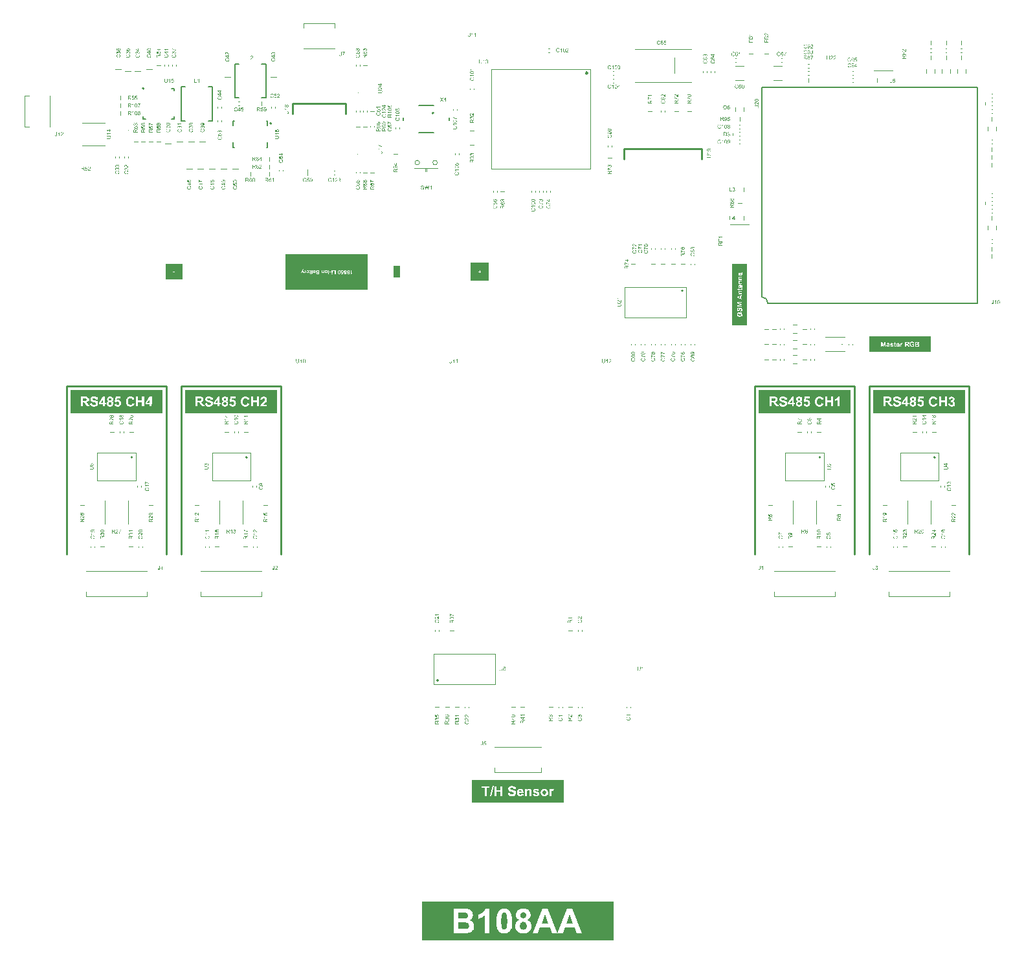
<source format=gto>
G04*
G04 #@! TF.GenerationSoftware,Altium Limited,Altium Designer,23.3.1 (30)*
G04*
G04 Layer_Color=65535*
%FSLAX44Y44*%
%MOMM*%
G71*
G04*
G04 #@! TF.SameCoordinates,DCB42576-95BD-42AD-BAF6-B7D1C35FFA17*
G04*
G04*
G04 #@! TF.FilePolarity,Positive*
G04*
G01*
G75*
%ADD10C,0.2000*%
%ADD11C,0.1000*%
%ADD12C,0.1270*%
%ADD13C,0.2500*%
%ADD14C,0.0500*%
%ADD15C,0.2540*%
%ADD16R,0.8128X1.5748*%
G36*
X125000Y-5000D02*
X-125000D01*
Y45000D01*
X125000D01*
Y-5000D01*
D02*
G37*
G36*
X-315000Y685000D02*
X-435000D01*
Y715000D01*
X-315000D01*
Y685000D01*
D02*
G37*
G36*
X540000Y765000D02*
X460000D01*
Y785000D01*
X540000D01*
Y765000D01*
D02*
G37*
G36*
X-465000Y685000D02*
X-585000D01*
Y715000D01*
X-465000D01*
Y685000D01*
D02*
G37*
G36*
X585000D02*
X465000D01*
Y715000D01*
X585000D01*
Y685000D01*
D02*
G37*
G36*
X435000D02*
X315000D01*
Y715000D01*
X435000D01*
Y685000D01*
D02*
G37*
G36*
X300000Y800000D02*
X280000D01*
Y880000D01*
X300000D01*
Y800000D01*
D02*
G37*
G36*
X60000Y175000D02*
X-60000D01*
Y205000D01*
X60000D01*
Y175000D01*
D02*
G37*
G36*
X-196365Y846674D02*
X-303635D01*
Y893326D01*
X-196365D01*
Y846674D01*
D02*
G37*
G36*
X-38211Y858219D02*
X-61789D01*
Y881781D01*
X-38211D01*
Y858219D01*
D02*
G37*
G36*
X-439035Y880491D02*
Y859509D01*
X-460965D01*
Y880491D01*
X-439035D01*
D02*
G37*
G36*
X-602657Y1049102D02*
Y1049095D01*
Y1049072D01*
Y1049043D01*
Y1048998D01*
X-602665Y1048939D01*
Y1048880D01*
X-602679Y1048740D01*
X-602694Y1048577D01*
X-602724Y1048407D01*
X-602768Y1048252D01*
X-602820Y1048104D01*
Y1048097D01*
X-602827Y1048089D01*
X-602849Y1048045D01*
X-602886Y1047986D01*
X-602938Y1047905D01*
X-603012Y1047823D01*
X-603093Y1047735D01*
X-603197Y1047646D01*
X-603315Y1047572D01*
X-603330Y1047565D01*
X-603374Y1047542D01*
X-603441Y1047513D01*
X-603537Y1047483D01*
X-603655Y1047446D01*
X-603788Y1047417D01*
X-603936Y1047395D01*
X-604099Y1047387D01*
X-604165D01*
X-604209Y1047395D01*
X-604268Y1047402D01*
X-604328Y1047409D01*
X-604483Y1047439D01*
X-604646Y1047483D01*
X-604815Y1047550D01*
X-604904Y1047594D01*
X-604986Y1047646D01*
X-605059Y1047705D01*
X-605133Y1047772D01*
X-605141Y1047779D01*
X-605148Y1047786D01*
X-605163Y1047816D01*
X-605185Y1047845D01*
X-605215Y1047882D01*
X-605244Y1047934D01*
X-605274Y1047993D01*
X-605311Y1048060D01*
X-605340Y1048134D01*
X-605370Y1048222D01*
X-605399Y1048311D01*
X-605429Y1048415D01*
X-605444Y1048525D01*
X-605466Y1048651D01*
X-605473Y1048777D01*
Y1048917D01*
X-604860Y1049006D01*
Y1048998D01*
Y1048984D01*
Y1048954D01*
X-604852Y1048910D01*
X-604845Y1048865D01*
Y1048814D01*
X-604823Y1048688D01*
X-604801Y1048555D01*
X-604756Y1048422D01*
X-604712Y1048304D01*
X-604682Y1048252D01*
X-604646Y1048208D01*
X-604638Y1048200D01*
X-604608Y1048178D01*
X-604564Y1048141D01*
X-604505Y1048104D01*
X-604424Y1048060D01*
X-604335Y1048030D01*
X-604224Y1048001D01*
X-604106Y1047993D01*
X-604062D01*
X-604017Y1048001D01*
X-603951Y1048008D01*
X-603884Y1048023D01*
X-603810Y1048038D01*
X-603736Y1048067D01*
X-603662Y1048104D01*
X-603655Y1048111D01*
X-603633Y1048126D01*
X-603603Y1048156D01*
X-603559Y1048185D01*
X-603522Y1048237D01*
X-603478Y1048289D01*
X-603441Y1048348D01*
X-603411Y1048422D01*
Y1048429D01*
X-603396Y1048459D01*
X-603389Y1048511D01*
X-603374Y1048577D01*
X-603359Y1048666D01*
X-603352Y1048777D01*
X-603337Y1048910D01*
Y1049065D01*
Y1052591D01*
X-602657D01*
Y1049102D01*
D02*
G37*
G36*
X-596012Y1052606D02*
X-595953Y1052598D01*
X-595879Y1052591D01*
X-595798Y1052576D01*
X-595717Y1052561D01*
X-595524Y1052509D01*
X-595332Y1052436D01*
X-595236Y1052391D01*
X-595140Y1052339D01*
X-595051Y1052273D01*
X-594970Y1052199D01*
X-594963Y1052192D01*
X-594948Y1052184D01*
X-594933Y1052155D01*
X-594904Y1052125D01*
X-594867Y1052088D01*
X-594830Y1052036D01*
X-594793Y1051985D01*
X-594748Y1051918D01*
X-594674Y1051778D01*
X-594601Y1051600D01*
X-594571Y1051512D01*
X-594556Y1051408D01*
X-594541Y1051305D01*
X-594534Y1051194D01*
Y1051179D01*
Y1051142D01*
X-594541Y1051083D01*
X-594549Y1051002D01*
X-594564Y1050913D01*
X-594593Y1050809D01*
X-594623Y1050698D01*
X-594667Y1050588D01*
X-594674Y1050573D01*
X-594689Y1050536D01*
X-594719Y1050477D01*
X-594763Y1050396D01*
X-594822Y1050307D01*
X-594896Y1050196D01*
X-594985Y1050085D01*
X-595088Y1049959D01*
X-595103Y1049945D01*
X-595140Y1049900D01*
X-595177Y1049863D01*
X-595214Y1049826D01*
X-595258Y1049782D01*
X-595317Y1049723D01*
X-595377Y1049664D01*
X-595451Y1049597D01*
X-595524Y1049523D01*
X-595613Y1049442D01*
X-595709Y1049361D01*
X-595813Y1049265D01*
X-595931Y1049168D01*
X-596049Y1049065D01*
X-596057Y1049058D01*
X-596072Y1049043D01*
X-596101Y1049021D01*
X-596138Y1048991D01*
X-596182Y1048947D01*
X-596234Y1048902D01*
X-596352Y1048806D01*
X-596478Y1048695D01*
X-596596Y1048585D01*
X-596700Y1048488D01*
X-596744Y1048452D01*
X-596781Y1048415D01*
X-596788Y1048407D01*
X-596811Y1048385D01*
X-596840Y1048355D01*
X-596877Y1048311D01*
X-596914Y1048259D01*
X-596958Y1048208D01*
X-597047Y1048082D01*
X-594527D01*
Y1047476D01*
X-597919D01*
Y1047483D01*
Y1047513D01*
Y1047557D01*
X-597912Y1047616D01*
X-597905Y1047683D01*
X-597890Y1047757D01*
X-597875Y1047831D01*
X-597845Y1047912D01*
Y1047919D01*
X-597838Y1047927D01*
X-597823Y1047971D01*
X-597794Y1048038D01*
X-597749Y1048126D01*
X-597690Y1048230D01*
X-597616Y1048348D01*
X-597535Y1048466D01*
X-597431Y1048592D01*
Y1048599D01*
X-597417Y1048607D01*
X-597380Y1048651D01*
X-597313Y1048718D01*
X-597217Y1048814D01*
X-597106Y1048925D01*
X-596966Y1049058D01*
X-596796Y1049205D01*
X-596611Y1049361D01*
X-596604Y1049368D01*
X-596574Y1049390D01*
X-596530Y1049427D01*
X-596478Y1049472D01*
X-596412Y1049531D01*
X-596330Y1049597D01*
X-596249Y1049671D01*
X-596153Y1049752D01*
X-595968Y1049930D01*
X-595783Y1050107D01*
X-595695Y1050196D01*
X-595613Y1050285D01*
X-595539Y1050366D01*
X-595480Y1050447D01*
Y1050455D01*
X-595465Y1050462D01*
X-595451Y1050484D01*
X-595436Y1050514D01*
X-595384Y1050595D01*
X-595325Y1050691D01*
X-595273Y1050809D01*
X-595221Y1050935D01*
X-595192Y1051076D01*
X-595177Y1051208D01*
Y1051216D01*
Y1051223D01*
X-595185Y1051268D01*
X-595192Y1051342D01*
X-595214Y1051423D01*
X-595244Y1051526D01*
X-595295Y1051630D01*
X-595362Y1051733D01*
X-595451Y1051837D01*
X-595465Y1051852D01*
X-595502Y1051881D01*
X-595554Y1051918D01*
X-595635Y1051970D01*
X-595739Y1052014D01*
X-595857Y1052058D01*
X-595998Y1052088D01*
X-596153Y1052095D01*
X-596197D01*
X-596227Y1052088D01*
X-596315Y1052081D01*
X-596419Y1052058D01*
X-596530Y1052029D01*
X-596655Y1051977D01*
X-596774Y1051911D01*
X-596884Y1051822D01*
X-596899Y1051807D01*
X-596929Y1051770D01*
X-596973Y1051711D01*
X-597018Y1051622D01*
X-597069Y1051519D01*
X-597114Y1051386D01*
X-597143Y1051238D01*
X-597158Y1051068D01*
X-597801Y1051135D01*
Y1051142D01*
X-597794Y1051164D01*
Y1051201D01*
X-597786Y1051253D01*
X-597771Y1051312D01*
X-597757Y1051378D01*
X-597734Y1051460D01*
X-597712Y1051541D01*
X-597653Y1051719D01*
X-597565Y1051896D01*
X-597513Y1051985D01*
X-597446Y1052073D01*
X-597380Y1052155D01*
X-597306Y1052228D01*
X-597298Y1052236D01*
X-597284Y1052243D01*
X-597262Y1052265D01*
X-597225Y1052288D01*
X-597180Y1052317D01*
X-597128Y1052347D01*
X-597069Y1052384D01*
X-596995Y1052421D01*
X-596914Y1052458D01*
X-596825Y1052495D01*
X-596729Y1052524D01*
X-596626Y1052554D01*
X-596515Y1052576D01*
X-596397Y1052598D01*
X-596271Y1052606D01*
X-596138Y1052613D01*
X-596064D01*
X-596012Y1052606D01*
D02*
G37*
G36*
X-599442Y1047476D02*
X-600070D01*
Y1051475D01*
X-600078Y1051467D01*
X-600115Y1051438D01*
X-600159Y1051393D01*
X-600233Y1051342D01*
X-600314Y1051275D01*
X-600418Y1051201D01*
X-600536Y1051120D01*
X-600669Y1051039D01*
X-600676D01*
X-600684Y1051031D01*
X-600728Y1051002D01*
X-600802Y1050965D01*
X-600891Y1050920D01*
X-600994Y1050869D01*
X-601105Y1050817D01*
X-601216Y1050765D01*
X-601327Y1050721D01*
Y1051327D01*
X-601319D01*
X-601305Y1051342D01*
X-601275Y1051349D01*
X-601238Y1051371D01*
X-601194Y1051393D01*
X-601142Y1051423D01*
X-601016Y1051497D01*
X-600868Y1051578D01*
X-600721Y1051682D01*
X-600565Y1051800D01*
X-600410Y1051926D01*
X-600403Y1051933D01*
X-600395Y1051940D01*
X-600373Y1051962D01*
X-600344Y1051985D01*
X-600277Y1052058D01*
X-600188Y1052147D01*
X-600100Y1052251D01*
X-600004Y1052369D01*
X-599922Y1052487D01*
X-599849Y1052613D01*
X-599442D01*
Y1047476D01*
D02*
G37*
G36*
X-428973Y989993D02*
X-428928D01*
X-428810Y989970D01*
X-428670Y989948D01*
X-428522Y989911D01*
X-428359Y989860D01*
X-428204Y989786D01*
X-428196D01*
X-428189Y989778D01*
X-428167Y989763D01*
X-428137Y989749D01*
X-428064Y989704D01*
X-427967Y989638D01*
X-427864Y989557D01*
X-427760Y989460D01*
X-427657Y989342D01*
X-427568Y989217D01*
Y989209D01*
X-427561Y989202D01*
X-427546Y989180D01*
X-427539Y989150D01*
X-427502Y989076D01*
X-427465Y988980D01*
X-427420Y988854D01*
X-427391Y988714D01*
X-427361Y988559D01*
X-427354Y988389D01*
Y988352D01*
X-427361Y988315D01*
Y988256D01*
X-427369Y988189D01*
X-427383Y988115D01*
X-427406Y988027D01*
X-427428Y987938D01*
X-427457Y987834D01*
X-427494Y987731D01*
X-427539Y987627D01*
X-427598Y987516D01*
X-427664Y987413D01*
X-427738Y987309D01*
X-427827Y987206D01*
X-427930Y987110D01*
X-427938Y987103D01*
X-427960Y987088D01*
X-427990Y987066D01*
X-428041Y987036D01*
X-428108Y986992D01*
X-428182Y986955D01*
X-428278Y986910D01*
X-428381Y986866D01*
X-428507Y986814D01*
X-428647Y986770D01*
X-428803Y986733D01*
X-428973Y986696D01*
X-429165Y986659D01*
X-429372Y986637D01*
X-429594Y986622D01*
X-429830Y986615D01*
X-429837D01*
X-429845D01*
X-429867D01*
X-429897D01*
X-429970Y986622D01*
X-430074D01*
X-430192Y986629D01*
X-430333Y986644D01*
X-430488Y986659D01*
X-430658Y986681D01*
X-430828Y986711D01*
X-431013Y986748D01*
X-431190Y986792D01*
X-431367Y986844D01*
X-431537Y986910D01*
X-431700Y986984D01*
X-431855Y987066D01*
X-431988Y987162D01*
X-431996Y987169D01*
X-432010Y987184D01*
X-432040Y987213D01*
X-432084Y987250D01*
X-432129Y987295D01*
X-432173Y987354D01*
X-432232Y987428D01*
X-432284Y987502D01*
X-432336Y987590D01*
X-432395Y987686D01*
X-432439Y987797D01*
X-432491Y987908D01*
X-432528Y988034D01*
X-432557Y988167D01*
X-432572Y988307D01*
X-432580Y988455D01*
Y988514D01*
X-432572Y988559D01*
Y988610D01*
X-432565Y988670D01*
X-432535Y988810D01*
X-432498Y988965D01*
X-432439Y989128D01*
X-432351Y989290D01*
X-432299Y989372D01*
X-432240Y989446D01*
X-432232Y989453D01*
X-432225Y989460D01*
X-432203Y989483D01*
X-432180Y989505D01*
X-432144Y989542D01*
X-432099Y989571D01*
X-431996Y989653D01*
X-431863Y989734D01*
X-431700Y989808D01*
X-431515Y989874D01*
X-431308Y989919D01*
X-431256Y989290D01*
X-431264D01*
X-431271Y989283D01*
X-431316Y989276D01*
X-431382Y989253D01*
X-431464Y989224D01*
X-431552Y989194D01*
X-431641Y989150D01*
X-431722Y989098D01*
X-431789Y989046D01*
X-431804Y989032D01*
X-431833Y989002D01*
X-431877Y988950D01*
X-431929Y988876D01*
X-431973Y988780D01*
X-432018Y988677D01*
X-432047Y988551D01*
X-432062Y988418D01*
Y988366D01*
X-432055Y988307D01*
X-432040Y988241D01*
X-432018Y988152D01*
X-431988Y988064D01*
X-431951Y987975D01*
X-431892Y987886D01*
X-431885Y987871D01*
X-431855Y987834D01*
X-431804Y987783D01*
X-431730Y987716D01*
X-431641Y987642D01*
X-431537Y987561D01*
X-431404Y987487D01*
X-431256Y987413D01*
X-431249D01*
X-431234Y987406D01*
X-431212Y987398D01*
X-431183Y987383D01*
X-431138Y987376D01*
X-431087Y987361D01*
X-431027Y987346D01*
X-430953Y987332D01*
X-430872Y987309D01*
X-430784Y987295D01*
X-430687Y987280D01*
X-430584Y987273D01*
X-430466Y987258D01*
X-430347Y987250D01*
X-430214Y987243D01*
X-430081D01*
X-430089Y987250D01*
X-430133Y987280D01*
X-430192Y987332D01*
X-430266Y987398D01*
X-430355Y987472D01*
X-430436Y987568D01*
X-430517Y987672D01*
X-430591Y987790D01*
Y987797D01*
X-430599Y987805D01*
X-430621Y987849D01*
X-430643Y987916D01*
X-430680Y988004D01*
X-430710Y988108D01*
X-430732Y988226D01*
X-430754Y988352D01*
X-430761Y988485D01*
Y988544D01*
X-430754Y988588D01*
X-430746Y988647D01*
X-430739Y988707D01*
X-430724Y988780D01*
X-430702Y988854D01*
X-430650Y989024D01*
X-430614Y989113D01*
X-430562Y989202D01*
X-430510Y989290D01*
X-430451Y989387D01*
X-430377Y989475D01*
X-430296Y989557D01*
X-430288Y989564D01*
X-430274Y989579D01*
X-430251Y989601D01*
X-430214Y989623D01*
X-430163Y989660D01*
X-430111Y989697D01*
X-430044Y989734D01*
X-429970Y989778D01*
X-429889Y989823D01*
X-429800Y989860D01*
X-429697Y989896D01*
X-429594Y989933D01*
X-429483Y989956D01*
X-429357Y989978D01*
X-429231Y989993D01*
X-429098Y990000D01*
X-429091D01*
X-429076D01*
X-429054D01*
X-429017D01*
X-428973Y989993D01*
D02*
G37*
G36*
X-428670Y985306D02*
X-427443D01*
Y984678D01*
X-428670D01*
Y982453D01*
X-429246D01*
X-432557Y984797D01*
Y985306D01*
X-429246D01*
Y986001D01*
X-428670D01*
Y985306D01*
D02*
G37*
G36*
X-429024Y982084D02*
X-428980Y982069D01*
X-428921Y982047D01*
X-428854Y982025D01*
X-428773Y981995D01*
X-428684Y981958D01*
X-428588Y981914D01*
X-428381Y981810D01*
X-428174Y981677D01*
X-428071Y981596D01*
X-427967Y981515D01*
X-427879Y981426D01*
X-427790Y981322D01*
X-427783Y981315D01*
X-427768Y981300D01*
X-427753Y981263D01*
X-427724Y981226D01*
X-427687Y981167D01*
X-427649Y981108D01*
X-427613Y981027D01*
X-427576Y980946D01*
X-427531Y980849D01*
X-427494Y980746D01*
X-427457Y980635D01*
X-427420Y980517D01*
X-427391Y980391D01*
X-427376Y980258D01*
X-427361Y980118D01*
X-427354Y979970D01*
Y979889D01*
X-427361Y979829D01*
Y979763D01*
X-427369Y979682D01*
X-427383Y979593D01*
X-427398Y979489D01*
X-427435Y979275D01*
X-427494Y979053D01*
X-427576Y978832D01*
X-427627Y978728D01*
X-427687Y978625D01*
X-427694Y978617D01*
X-427701Y978603D01*
X-427724Y978573D01*
X-427753Y978543D01*
X-427783Y978499D01*
X-427827Y978447D01*
X-427879Y978388D01*
X-427938Y978329D01*
X-428004Y978270D01*
X-428071Y978203D01*
X-428241Y978070D01*
X-428440Y977945D01*
X-428662Y977834D01*
X-428670D01*
X-428692Y977819D01*
X-428729Y977812D01*
X-428773Y977789D01*
X-428832Y977775D01*
X-428906Y977753D01*
X-428987Y977723D01*
X-429076Y977701D01*
X-429172Y977679D01*
X-429283Y977649D01*
X-429512Y977612D01*
X-429771Y977582D01*
X-430037Y977568D01*
X-430044D01*
X-430074D01*
X-430118D01*
X-430170Y977575D01*
X-430244D01*
X-430318Y977582D01*
X-430414Y977590D01*
X-430510Y977605D01*
X-430724Y977642D01*
X-430961Y977693D01*
X-431197Y977767D01*
X-431427Y977871D01*
X-431434Y977878D01*
X-431456Y977886D01*
X-431486Y977900D01*
X-431523Y977930D01*
X-431574Y977959D01*
X-431633Y977996D01*
X-431767Y978092D01*
X-431914Y978218D01*
X-432062Y978366D01*
X-432210Y978536D01*
X-432336Y978736D01*
X-432343Y978743D01*
X-432351Y978765D01*
X-432365Y978795D01*
X-432387Y978832D01*
X-432410Y978891D01*
X-432432Y978950D01*
X-432461Y979024D01*
X-432491Y979105D01*
X-432520Y979194D01*
X-432550Y979290D01*
X-432594Y979497D01*
X-432631Y979733D01*
X-432646Y979977D01*
Y980051D01*
X-432639Y980103D01*
X-432631Y980169D01*
X-432624Y980251D01*
X-432617Y980332D01*
X-432594Y980428D01*
X-432550Y980628D01*
X-432483Y980849D01*
X-432439Y980960D01*
X-432387Y981064D01*
X-432321Y981167D01*
X-432254Y981271D01*
X-432247Y981278D01*
X-432240Y981293D01*
X-432217Y981322D01*
X-432180Y981359D01*
X-432144Y981396D01*
X-432092Y981448D01*
X-432033Y981500D01*
X-431973Y981559D01*
X-431900Y981618D01*
X-431811Y981677D01*
X-431722Y981744D01*
X-431626Y981803D01*
X-431515Y981855D01*
X-431404Y981914D01*
X-431286Y981958D01*
X-431153Y982002D01*
X-430998Y981337D01*
X-431005D01*
X-431020Y981330D01*
X-431050Y981315D01*
X-431087Y981300D01*
X-431131Y981285D01*
X-431190Y981263D01*
X-431308Y981204D01*
X-431441Y981130D01*
X-431574Y981042D01*
X-431700Y980931D01*
X-431811Y980813D01*
X-431826Y980798D01*
X-431855Y980753D01*
X-431892Y980679D01*
X-431944Y980583D01*
X-431988Y980458D01*
X-432033Y980317D01*
X-432062Y980147D01*
X-432070Y979962D01*
Y979903D01*
X-432062Y979866D01*
Y979815D01*
X-432055Y979755D01*
X-432033Y979615D01*
X-432003Y979460D01*
X-431951Y979297D01*
X-431877Y979127D01*
X-431781Y978972D01*
Y978965D01*
X-431767Y978957D01*
X-431730Y978905D01*
X-431670Y978839D01*
X-431582Y978758D01*
X-431471Y978662D01*
X-431345Y978573D01*
X-431190Y978492D01*
X-431020Y978418D01*
X-431013D01*
X-430998Y978410D01*
X-430976Y978403D01*
X-430939Y978395D01*
X-430894Y978381D01*
X-430843Y978366D01*
X-430717Y978344D01*
X-430569Y978314D01*
X-430406Y978285D01*
X-430229Y978270D01*
X-430037Y978262D01*
X-430030D01*
X-430007D01*
X-429970D01*
X-429926D01*
X-429874Y978270D01*
X-429808D01*
X-429734Y978277D01*
X-429653Y978285D01*
X-429475Y978307D01*
X-429283Y978344D01*
X-429091Y978388D01*
X-428899Y978447D01*
X-428891D01*
X-428876Y978455D01*
X-428854Y978469D01*
X-428817Y978484D01*
X-428729Y978529D01*
X-428625Y978595D01*
X-428507Y978676D01*
X-428381Y978780D01*
X-428270Y978898D01*
X-428167Y979039D01*
Y979046D01*
X-428159Y979061D01*
X-428145Y979083D01*
X-428130Y979112D01*
X-428115Y979149D01*
X-428093Y979194D01*
X-428049Y979297D01*
X-428004Y979430D01*
X-427967Y979578D01*
X-427938Y979741D01*
X-427930Y979911D01*
Y979962D01*
X-427938Y980007D01*
Y980059D01*
X-427945Y980110D01*
X-427975Y980243D01*
X-428012Y980399D01*
X-428071Y980554D01*
X-428152Y980716D01*
X-428196Y980798D01*
X-428256Y980872D01*
X-428263Y980879D01*
X-428270Y980886D01*
X-428293Y980909D01*
X-428315Y980938D01*
X-428352Y980968D01*
X-428396Y981005D01*
X-428440Y981049D01*
X-428499Y981086D01*
X-428566Y981130D01*
X-428640Y981182D01*
X-428714Y981226D01*
X-428803Y981271D01*
X-428899Y981308D01*
X-429002Y981345D01*
X-429113Y981382D01*
X-429231Y981411D01*
X-429061Y982091D01*
X-429054D01*
X-429024Y982084D01*
D02*
G37*
G36*
X-502742Y1074976D02*
X-503370D01*
Y1078975D01*
X-503377Y1078967D01*
X-503414Y1078938D01*
X-503459Y1078893D01*
X-503532Y1078842D01*
X-503614Y1078775D01*
X-503717Y1078701D01*
X-503836Y1078620D01*
X-503969Y1078539D01*
X-503976D01*
X-503983Y1078531D01*
X-504028Y1078502D01*
X-504102Y1078465D01*
X-504190Y1078420D01*
X-504294Y1078369D01*
X-504405Y1078317D01*
X-504516Y1078265D01*
X-504626Y1078221D01*
Y1078827D01*
X-504619D01*
X-504604Y1078842D01*
X-504575Y1078849D01*
X-504538Y1078871D01*
X-504493Y1078893D01*
X-504442Y1078923D01*
X-504316Y1078997D01*
X-504168Y1079078D01*
X-504020Y1079182D01*
X-503865Y1079300D01*
X-503710Y1079426D01*
X-503703Y1079433D01*
X-503695Y1079440D01*
X-503673Y1079462D01*
X-503643Y1079485D01*
X-503577Y1079558D01*
X-503488Y1079647D01*
X-503400Y1079751D01*
X-503303Y1079869D01*
X-503222Y1079987D01*
X-503148Y1080113D01*
X-502742D01*
Y1074976D01*
D02*
G37*
G36*
X-507568Y1080083D02*
X-507502D01*
X-507346Y1080076D01*
X-507184Y1080054D01*
X-507006Y1080032D01*
X-506844Y1079995D01*
X-506763Y1079972D01*
X-506696Y1079950D01*
X-506689D01*
X-506681Y1079943D01*
X-506637Y1079921D01*
X-506570Y1079891D01*
X-506489Y1079839D01*
X-506400Y1079773D01*
X-506304Y1079684D01*
X-506216Y1079581D01*
X-506127Y1079462D01*
Y1079455D01*
X-506119Y1079448D01*
X-506090Y1079403D01*
X-506060Y1079329D01*
X-506016Y1079233D01*
X-505979Y1079122D01*
X-505942Y1078989D01*
X-505920Y1078849D01*
X-505913Y1078694D01*
Y1078686D01*
Y1078672D01*
Y1078642D01*
X-505920Y1078605D01*
Y1078553D01*
X-505927Y1078502D01*
X-505957Y1078376D01*
X-506001Y1078228D01*
X-506060Y1078073D01*
X-506149Y1077918D01*
X-506208Y1077844D01*
X-506267Y1077770D01*
X-506275Y1077762D01*
X-506282Y1077755D01*
X-506304Y1077733D01*
X-506334Y1077711D01*
X-506371Y1077681D01*
X-506415Y1077652D01*
X-506474Y1077615D01*
X-506533Y1077570D01*
X-506607Y1077533D01*
X-506689Y1077496D01*
X-506777Y1077452D01*
X-506873Y1077415D01*
X-506984Y1077385D01*
X-507095Y1077348D01*
X-507221Y1077326D01*
X-507354Y1077304D01*
X-507339Y1077297D01*
X-507309Y1077282D01*
X-507265Y1077252D01*
X-507206Y1077223D01*
X-507073Y1077141D01*
X-507006Y1077090D01*
X-506947Y1077045D01*
X-506933Y1077031D01*
X-506896Y1076994D01*
X-506837Y1076935D01*
X-506763Y1076861D01*
X-506681Y1076757D01*
X-506585Y1076646D01*
X-506489Y1076513D01*
X-506386Y1076365D01*
X-505506Y1074976D01*
X-506349D01*
X-507021Y1076040D01*
Y1076048D01*
X-507036Y1076062D01*
X-507051Y1076085D01*
X-507073Y1076114D01*
X-507125Y1076195D01*
X-507191Y1076299D01*
X-507273Y1076410D01*
X-507354Y1076528D01*
X-507435Y1076639D01*
X-507509Y1076742D01*
X-507517Y1076750D01*
X-507539Y1076779D01*
X-507576Y1076824D01*
X-507627Y1076875D01*
X-507738Y1076986D01*
X-507797Y1077038D01*
X-507856Y1077082D01*
X-507864Y1077090D01*
X-507879Y1077097D01*
X-507908Y1077112D01*
X-507953Y1077134D01*
X-507997Y1077156D01*
X-508049Y1077178D01*
X-508167Y1077215D01*
X-508174D01*
X-508189Y1077223D01*
X-508219D01*
X-508256Y1077230D01*
X-508307Y1077238D01*
X-508367D01*
X-508448Y1077245D01*
X-509320D01*
Y1074976D01*
X-510000D01*
Y1080091D01*
X-507627D01*
X-507568Y1080083D01*
D02*
G37*
G36*
X-495380Y1080106D02*
X-495321Y1080098D01*
X-495254Y1080091D01*
X-495180Y1080083D01*
X-495106Y1080061D01*
X-494929Y1080017D01*
X-494752Y1079950D01*
X-494663Y1079906D01*
X-494574Y1079854D01*
X-494493Y1079788D01*
X-494412Y1079721D01*
X-494404Y1079714D01*
X-494397Y1079706D01*
X-494375Y1079684D01*
X-494345Y1079655D01*
X-494315Y1079610D01*
X-494278Y1079566D01*
X-494205Y1079455D01*
X-494131Y1079315D01*
X-494064Y1079152D01*
X-494012Y1078967D01*
X-494005Y1078871D01*
X-493998Y1078768D01*
Y1078760D01*
Y1078753D01*
Y1078708D01*
X-494005Y1078642D01*
X-494020Y1078561D01*
X-494042Y1078457D01*
X-494079Y1078354D01*
X-494123Y1078250D01*
X-494190Y1078147D01*
X-494197Y1078132D01*
X-494227Y1078102D01*
X-494271Y1078058D01*
X-494330Y1077999D01*
X-494412Y1077932D01*
X-494508Y1077866D01*
X-494618Y1077799D01*
X-494752Y1077740D01*
X-494744D01*
X-494729Y1077733D01*
X-494707Y1077726D01*
X-494678Y1077711D01*
X-494589Y1077674D01*
X-494485Y1077622D01*
X-494375Y1077548D01*
X-494256Y1077467D01*
X-494145Y1077363D01*
X-494042Y1077245D01*
Y1077238D01*
X-494035Y1077230D01*
X-494005Y1077186D01*
X-493961Y1077112D01*
X-493916Y1077016D01*
X-493872Y1076898D01*
X-493828Y1076757D01*
X-493798Y1076602D01*
X-493791Y1076432D01*
Y1076425D01*
Y1076402D01*
Y1076365D01*
X-493798Y1076321D01*
X-493805Y1076269D01*
X-493813Y1076203D01*
X-493828Y1076129D01*
X-493850Y1076048D01*
X-493901Y1075878D01*
X-493938Y1075781D01*
X-493990Y1075693D01*
X-494042Y1075597D01*
X-494101Y1075508D01*
X-494175Y1075419D01*
X-494256Y1075331D01*
X-494264Y1075323D01*
X-494278Y1075309D01*
X-494301Y1075286D01*
X-494338Y1075264D01*
X-494389Y1075227D01*
X-494441Y1075190D01*
X-494508Y1075153D01*
X-494581Y1075109D01*
X-494663Y1075065D01*
X-494759Y1075028D01*
X-494862Y1074991D01*
X-494966Y1074954D01*
X-495084Y1074931D01*
X-495210Y1074909D01*
X-495336Y1074894D01*
X-495476Y1074887D01*
X-495550D01*
X-495602Y1074894D01*
X-495668Y1074902D01*
X-495742Y1074909D01*
X-495823Y1074924D01*
X-495912Y1074946D01*
X-496112Y1074998D01*
X-496215Y1075035D01*
X-496311Y1075072D01*
X-496415Y1075124D01*
X-496518Y1075183D01*
X-496614Y1075249D01*
X-496703Y1075331D01*
X-496710Y1075338D01*
X-496725Y1075353D01*
X-496747Y1075375D01*
X-496777Y1075412D01*
X-496806Y1075456D01*
X-496851Y1075508D01*
X-496888Y1075567D01*
X-496932Y1075641D01*
X-496976Y1075715D01*
X-497013Y1075804D01*
X-497087Y1075988D01*
X-497117Y1076099D01*
X-497139Y1076210D01*
X-497154Y1076329D01*
X-497161Y1076447D01*
Y1076454D01*
Y1076469D01*
Y1076498D01*
X-497154Y1076528D01*
Y1076572D01*
X-497146Y1076624D01*
X-497132Y1076742D01*
X-497102Y1076875D01*
X-497058Y1077009D01*
X-496991Y1077149D01*
X-496910Y1077282D01*
Y1077289D01*
X-496895Y1077297D01*
X-496866Y1077334D01*
X-496806Y1077393D01*
X-496725Y1077467D01*
X-496622Y1077541D01*
X-496496Y1077622D01*
X-496356Y1077689D01*
X-496185Y1077740D01*
X-496193D01*
X-496200Y1077748D01*
X-496222Y1077755D01*
X-496252Y1077770D01*
X-496319Y1077799D01*
X-496407Y1077844D01*
X-496503Y1077903D01*
X-496599Y1077977D01*
X-496688Y1078058D01*
X-496769Y1078147D01*
X-496777Y1078161D01*
X-496799Y1078191D01*
X-496828Y1078250D01*
X-496858Y1078324D01*
X-496895Y1078420D01*
X-496925Y1078531D01*
X-496947Y1078657D01*
X-496954Y1078790D01*
Y1078797D01*
Y1078812D01*
Y1078842D01*
X-496947Y1078886D01*
X-496939Y1078930D01*
X-496932Y1078989D01*
X-496902Y1079115D01*
X-496858Y1079263D01*
X-496784Y1079418D01*
X-496740Y1079499D01*
X-496688Y1079581D01*
X-496622Y1079655D01*
X-496555Y1079728D01*
X-496548Y1079736D01*
X-496533Y1079743D01*
X-496511Y1079765D01*
X-496481Y1079788D01*
X-496444Y1079817D01*
X-496392Y1079847D01*
X-496333Y1079884D01*
X-496274Y1079921D01*
X-496200Y1079958D01*
X-496119Y1079995D01*
X-496030Y1080024D01*
X-495934Y1080054D01*
X-495727Y1080098D01*
X-495609Y1080106D01*
X-495491Y1080113D01*
X-495424D01*
X-495380Y1080106D01*
D02*
G37*
G36*
X-499312D02*
X-499216Y1080091D01*
X-499105Y1080069D01*
X-498987Y1080039D01*
X-498861Y1080002D01*
X-498743Y1079943D01*
X-498736D01*
X-498728Y1079936D01*
X-498691Y1079913D01*
X-498632Y1079876D01*
X-498558Y1079825D01*
X-498477Y1079751D01*
X-498388Y1079669D01*
X-498307Y1079573D01*
X-498226Y1079462D01*
X-498218Y1079448D01*
X-498189Y1079411D01*
X-498159Y1079344D01*
X-498107Y1079248D01*
X-498063Y1079137D01*
X-498004Y1079012D01*
X-497952Y1078864D01*
X-497908Y1078701D01*
Y1078694D01*
X-497900Y1078679D01*
X-497893Y1078657D01*
X-497886Y1078620D01*
X-497878Y1078576D01*
X-497871Y1078524D01*
X-497856Y1078457D01*
X-497849Y1078383D01*
X-497834Y1078302D01*
X-497826Y1078213D01*
X-497819Y1078110D01*
X-497804Y1078006D01*
X-497797Y1077888D01*
Y1077770D01*
X-497789Y1077637D01*
Y1077496D01*
Y1077489D01*
Y1077459D01*
Y1077408D01*
Y1077348D01*
X-497797Y1077267D01*
Y1077178D01*
X-497804Y1077082D01*
X-497812Y1076979D01*
X-497834Y1076742D01*
X-497871Y1076498D01*
X-497915Y1076262D01*
X-497945Y1076151D01*
X-497982Y1076040D01*
Y1076033D01*
X-497989Y1076018D01*
X-498004Y1075988D01*
X-498018Y1075952D01*
X-498033Y1075900D01*
X-498063Y1075848D01*
X-498122Y1075722D01*
X-498196Y1075589D01*
X-498292Y1075442D01*
X-498403Y1075309D01*
X-498536Y1075183D01*
X-498543D01*
X-498551Y1075168D01*
X-498573Y1075153D01*
X-498602Y1075138D01*
X-498639Y1075116D01*
X-498676Y1075087D01*
X-498787Y1075035D01*
X-498920Y1074983D01*
X-499076Y1074931D01*
X-499260Y1074902D01*
X-499460Y1074887D01*
X-499534D01*
X-499585Y1074894D01*
X-499645Y1074902D01*
X-499719Y1074917D01*
X-499800Y1074931D01*
X-499889Y1074954D01*
X-499977Y1074983D01*
X-500073Y1075013D01*
X-500169Y1075057D01*
X-500266Y1075109D01*
X-500362Y1075168D01*
X-500458Y1075242D01*
X-500546Y1075323D01*
X-500628Y1075412D01*
X-500635Y1075419D01*
X-500650Y1075442D01*
X-500672Y1075479D01*
X-500709Y1075538D01*
X-500746Y1075604D01*
X-500783Y1075693D01*
X-500835Y1075796D01*
X-500879Y1075915D01*
X-500923Y1076048D01*
X-500968Y1076203D01*
X-501012Y1076373D01*
X-501049Y1076565D01*
X-501086Y1076772D01*
X-501108Y1076994D01*
X-501123Y1077238D01*
X-501130Y1077496D01*
Y1077504D01*
Y1077533D01*
Y1077585D01*
Y1077644D01*
X-501123Y1077726D01*
Y1077814D01*
X-501115Y1077910D01*
X-501108Y1078021D01*
X-501086Y1078250D01*
X-501049Y1078494D01*
X-501005Y1078738D01*
X-500975Y1078849D01*
X-500946Y1078960D01*
Y1078967D01*
X-500938Y1078982D01*
X-500923Y1079012D01*
X-500909Y1079048D01*
X-500894Y1079100D01*
X-500864Y1079152D01*
X-500805Y1079278D01*
X-500731Y1079411D01*
X-500635Y1079551D01*
X-500524Y1079692D01*
X-500391Y1079810D01*
X-500384D01*
X-500376Y1079825D01*
X-500354Y1079839D01*
X-500325Y1079854D01*
X-500288Y1079884D01*
X-500243Y1079906D01*
X-500132Y1079965D01*
X-499999Y1080017D01*
X-499844Y1080069D01*
X-499659Y1080098D01*
X-499460Y1080113D01*
X-499393D01*
X-499312Y1080106D01*
D02*
G37*
G36*
X-493798Y1089529D02*
X-493805Y1089522D01*
X-493820Y1089507D01*
X-493850Y1089477D01*
X-493879Y1089433D01*
X-493924Y1089381D01*
X-493983Y1089322D01*
X-494042Y1089248D01*
X-494109Y1089159D01*
X-494175Y1089071D01*
X-494256Y1088967D01*
X-494338Y1088849D01*
X-494419Y1088731D01*
X-494508Y1088598D01*
X-494596Y1088457D01*
X-494685Y1088302D01*
X-494774Y1088147D01*
X-494781Y1088139D01*
X-494796Y1088110D01*
X-494818Y1088065D01*
X-494855Y1087999D01*
X-494892Y1087918D01*
X-494936Y1087829D01*
X-494988Y1087726D01*
X-495040Y1087607D01*
X-495099Y1087474D01*
X-495165Y1087341D01*
X-495225Y1087193D01*
X-495284Y1087038D01*
X-495402Y1086720D01*
X-495513Y1086380D01*
Y1086373D01*
X-495520Y1086351D01*
X-495528Y1086314D01*
X-495542Y1086269D01*
X-495557Y1086210D01*
X-495572Y1086136D01*
X-495594Y1086055D01*
X-495609Y1085966D01*
X-495631Y1085863D01*
X-495653Y1085752D01*
X-495690Y1085515D01*
X-495727Y1085257D01*
X-495749Y1084976D01*
X-496392D01*
Y1084983D01*
Y1085005D01*
Y1085035D01*
X-496385Y1085079D01*
Y1085138D01*
X-496378Y1085212D01*
X-496370Y1085294D01*
X-496363Y1085382D01*
X-496348Y1085486D01*
X-496333Y1085589D01*
X-496311Y1085715D01*
X-496289Y1085841D01*
X-496267Y1085974D01*
X-496237Y1086122D01*
X-496163Y1086425D01*
Y1086432D01*
X-496156Y1086461D01*
X-496141Y1086506D01*
X-496119Y1086572D01*
X-496097Y1086646D01*
X-496067Y1086735D01*
X-496038Y1086839D01*
X-495993Y1086949D01*
X-495949Y1087075D01*
X-495905Y1087201D01*
X-495794Y1087482D01*
X-495661Y1087777D01*
X-495513Y1088073D01*
X-495505Y1088080D01*
X-495491Y1088110D01*
X-495468Y1088147D01*
X-495439Y1088206D01*
X-495402Y1088272D01*
X-495350Y1088354D01*
X-495299Y1088442D01*
X-495239Y1088539D01*
X-495099Y1088753D01*
X-494951Y1088975D01*
X-494781Y1089204D01*
X-494604Y1089418D01*
X-497109D01*
Y1090024D01*
X-493798D01*
Y1089529D01*
D02*
G37*
G36*
X-502742Y1084976D02*
X-503370D01*
Y1088975D01*
X-503377Y1088967D01*
X-503414Y1088938D01*
X-503459Y1088893D01*
X-503532Y1088842D01*
X-503614Y1088775D01*
X-503717Y1088701D01*
X-503836Y1088620D01*
X-503969Y1088539D01*
X-503976D01*
X-503983Y1088531D01*
X-504028Y1088502D01*
X-504102Y1088465D01*
X-504190Y1088420D01*
X-504294Y1088369D01*
X-504405Y1088317D01*
X-504516Y1088265D01*
X-504626Y1088221D01*
Y1088827D01*
X-504619D01*
X-504604Y1088842D01*
X-504575Y1088849D01*
X-504538Y1088871D01*
X-504493Y1088893D01*
X-504442Y1088923D01*
X-504316Y1088997D01*
X-504168Y1089078D01*
X-504020Y1089182D01*
X-503865Y1089300D01*
X-503710Y1089426D01*
X-503703Y1089433D01*
X-503695Y1089440D01*
X-503673Y1089462D01*
X-503643Y1089485D01*
X-503577Y1089558D01*
X-503488Y1089647D01*
X-503400Y1089751D01*
X-503303Y1089869D01*
X-503222Y1089987D01*
X-503148Y1090113D01*
X-502742D01*
Y1084976D01*
D02*
G37*
G36*
X-507568Y1090083D02*
X-507502D01*
X-507346Y1090076D01*
X-507184Y1090054D01*
X-507006Y1090032D01*
X-506844Y1089995D01*
X-506763Y1089972D01*
X-506696Y1089950D01*
X-506689D01*
X-506681Y1089943D01*
X-506637Y1089921D01*
X-506570Y1089891D01*
X-506489Y1089839D01*
X-506400Y1089773D01*
X-506304Y1089684D01*
X-506216Y1089581D01*
X-506127Y1089462D01*
Y1089455D01*
X-506119Y1089448D01*
X-506090Y1089403D01*
X-506060Y1089329D01*
X-506016Y1089233D01*
X-505979Y1089122D01*
X-505942Y1088989D01*
X-505920Y1088849D01*
X-505913Y1088694D01*
Y1088686D01*
Y1088672D01*
Y1088642D01*
X-505920Y1088605D01*
Y1088553D01*
X-505927Y1088502D01*
X-505957Y1088376D01*
X-506001Y1088228D01*
X-506060Y1088073D01*
X-506149Y1087918D01*
X-506208Y1087844D01*
X-506267Y1087770D01*
X-506275Y1087762D01*
X-506282Y1087755D01*
X-506304Y1087733D01*
X-506334Y1087711D01*
X-506371Y1087681D01*
X-506415Y1087652D01*
X-506474Y1087615D01*
X-506533Y1087570D01*
X-506607Y1087533D01*
X-506689Y1087496D01*
X-506777Y1087452D01*
X-506873Y1087415D01*
X-506984Y1087385D01*
X-507095Y1087348D01*
X-507221Y1087326D01*
X-507354Y1087304D01*
X-507339Y1087297D01*
X-507309Y1087282D01*
X-507265Y1087252D01*
X-507206Y1087223D01*
X-507073Y1087141D01*
X-507006Y1087090D01*
X-506947Y1087046D01*
X-506933Y1087031D01*
X-506896Y1086994D01*
X-506837Y1086935D01*
X-506763Y1086861D01*
X-506681Y1086757D01*
X-506585Y1086646D01*
X-506489Y1086513D01*
X-506386Y1086365D01*
X-505506Y1084976D01*
X-506349D01*
X-507021Y1086040D01*
Y1086048D01*
X-507036Y1086062D01*
X-507051Y1086085D01*
X-507073Y1086114D01*
X-507125Y1086195D01*
X-507191Y1086299D01*
X-507273Y1086410D01*
X-507354Y1086528D01*
X-507435Y1086639D01*
X-507509Y1086742D01*
X-507517Y1086750D01*
X-507539Y1086779D01*
X-507576Y1086824D01*
X-507627Y1086875D01*
X-507738Y1086986D01*
X-507797Y1087038D01*
X-507856Y1087082D01*
X-507864Y1087090D01*
X-507879Y1087097D01*
X-507908Y1087112D01*
X-507953Y1087134D01*
X-507997Y1087156D01*
X-508049Y1087178D01*
X-508167Y1087215D01*
X-508174D01*
X-508189Y1087223D01*
X-508219D01*
X-508256Y1087230D01*
X-508307Y1087238D01*
X-508367D01*
X-508448Y1087245D01*
X-509320D01*
Y1084976D01*
X-510000D01*
Y1090091D01*
X-507627D01*
X-507568Y1090083D01*
D02*
G37*
G36*
X-499312Y1090106D02*
X-499216Y1090091D01*
X-499105Y1090069D01*
X-498987Y1090039D01*
X-498861Y1090002D01*
X-498743Y1089943D01*
X-498736D01*
X-498728Y1089936D01*
X-498691Y1089913D01*
X-498632Y1089876D01*
X-498558Y1089825D01*
X-498477Y1089751D01*
X-498388Y1089669D01*
X-498307Y1089573D01*
X-498226Y1089462D01*
X-498218Y1089448D01*
X-498189Y1089411D01*
X-498159Y1089344D01*
X-498107Y1089248D01*
X-498063Y1089137D01*
X-498004Y1089012D01*
X-497952Y1088864D01*
X-497908Y1088701D01*
Y1088694D01*
X-497900Y1088679D01*
X-497893Y1088657D01*
X-497886Y1088620D01*
X-497878Y1088576D01*
X-497871Y1088524D01*
X-497856Y1088457D01*
X-497849Y1088383D01*
X-497834Y1088302D01*
X-497826Y1088213D01*
X-497819Y1088110D01*
X-497804Y1088006D01*
X-497797Y1087888D01*
Y1087770D01*
X-497789Y1087637D01*
Y1087496D01*
Y1087489D01*
Y1087459D01*
Y1087408D01*
Y1087348D01*
X-497797Y1087267D01*
Y1087178D01*
X-497804Y1087082D01*
X-497812Y1086979D01*
X-497834Y1086742D01*
X-497871Y1086498D01*
X-497915Y1086262D01*
X-497945Y1086151D01*
X-497982Y1086040D01*
Y1086033D01*
X-497989Y1086018D01*
X-498004Y1085988D01*
X-498018Y1085952D01*
X-498033Y1085900D01*
X-498063Y1085848D01*
X-498122Y1085722D01*
X-498196Y1085589D01*
X-498292Y1085442D01*
X-498403Y1085309D01*
X-498536Y1085183D01*
X-498543D01*
X-498551Y1085168D01*
X-498573Y1085153D01*
X-498602Y1085138D01*
X-498639Y1085116D01*
X-498676Y1085087D01*
X-498787Y1085035D01*
X-498920Y1084983D01*
X-499076Y1084931D01*
X-499260Y1084902D01*
X-499460Y1084887D01*
X-499534D01*
X-499585Y1084895D01*
X-499645Y1084902D01*
X-499719Y1084917D01*
X-499800Y1084931D01*
X-499889Y1084954D01*
X-499977Y1084983D01*
X-500073Y1085013D01*
X-500169Y1085057D01*
X-500266Y1085109D01*
X-500362Y1085168D01*
X-500458Y1085242D01*
X-500546Y1085323D01*
X-500628Y1085412D01*
X-500635Y1085419D01*
X-500650Y1085442D01*
X-500672Y1085479D01*
X-500709Y1085538D01*
X-500746Y1085604D01*
X-500783Y1085693D01*
X-500835Y1085796D01*
X-500879Y1085915D01*
X-500923Y1086048D01*
X-500968Y1086203D01*
X-501012Y1086373D01*
X-501049Y1086565D01*
X-501086Y1086772D01*
X-501108Y1086994D01*
X-501123Y1087238D01*
X-501130Y1087496D01*
Y1087504D01*
Y1087533D01*
Y1087585D01*
Y1087644D01*
X-501123Y1087726D01*
Y1087814D01*
X-501115Y1087910D01*
X-501108Y1088021D01*
X-501086Y1088250D01*
X-501049Y1088494D01*
X-501005Y1088738D01*
X-500975Y1088849D01*
X-500946Y1088960D01*
Y1088967D01*
X-500938Y1088982D01*
X-500923Y1089012D01*
X-500909Y1089048D01*
X-500894Y1089100D01*
X-500864Y1089152D01*
X-500805Y1089278D01*
X-500731Y1089411D01*
X-500635Y1089551D01*
X-500524Y1089692D01*
X-500391Y1089810D01*
X-500384D01*
X-500376Y1089825D01*
X-500354Y1089839D01*
X-500325Y1089854D01*
X-500288Y1089884D01*
X-500243Y1089906D01*
X-500132Y1089965D01*
X-499999Y1090017D01*
X-499844Y1090069D01*
X-499659Y1090098D01*
X-499460Y1090113D01*
X-499393D01*
X-499312Y1090106D01*
D02*
G37*
G36*
X-98928Y1095115D02*
X-97013Y1092431D01*
X-97849D01*
X-99142Y1094250D01*
X-99149Y1094257D01*
X-99164Y1094279D01*
X-99179Y1094309D01*
X-99208Y1094346D01*
X-99275Y1094449D01*
X-99349Y1094560D01*
X-99356Y1094553D01*
X-99378Y1094523D01*
X-99408Y1094479D01*
X-99445Y1094420D01*
X-99526Y1094302D01*
X-99563Y1094250D01*
X-99593Y1094205D01*
X-100886Y1092431D01*
X-101699D01*
X-99726Y1095078D01*
X-101470Y1097546D01*
X-100665D01*
X-99733Y1096231D01*
Y1096223D01*
X-99719Y1096216D01*
X-99704Y1096194D01*
X-99682Y1096164D01*
X-99637Y1096090D01*
X-99571Y1096002D01*
X-99504Y1095898D01*
X-99438Y1095795D01*
X-99378Y1095698D01*
X-99327Y1095610D01*
X-99319Y1095625D01*
X-99297Y1095654D01*
X-99260Y1095713D01*
X-99208Y1095787D01*
X-99149Y1095869D01*
X-99075Y1095972D01*
X-99002Y1096076D01*
X-98913Y1096186D01*
X-97893Y1097546D01*
X-97154D01*
X-98928Y1095115D01*
D02*
G37*
G36*
X-94301Y1092431D02*
X-94929D01*
Y1096430D01*
X-94936Y1096423D01*
X-94973Y1096393D01*
X-95018Y1096349D01*
X-95091Y1096297D01*
X-95173Y1096231D01*
X-95276Y1096157D01*
X-95394Y1096076D01*
X-95528Y1095994D01*
X-95535D01*
X-95542Y1095987D01*
X-95587Y1095957D01*
X-95661Y1095920D01*
X-95749Y1095876D01*
X-95853Y1095824D01*
X-95964Y1095772D01*
X-96074Y1095721D01*
X-96185Y1095676D01*
Y1096282D01*
X-96178D01*
X-96163Y1096297D01*
X-96134Y1096305D01*
X-96097Y1096327D01*
X-96052Y1096349D01*
X-96001Y1096378D01*
X-95875Y1096452D01*
X-95727Y1096534D01*
X-95579Y1096637D01*
X-95424Y1096756D01*
X-95269Y1096881D01*
X-95261Y1096889D01*
X-95254Y1096896D01*
X-95232Y1096918D01*
X-95202Y1096940D01*
X-95136Y1097014D01*
X-95047Y1097103D01*
X-94958Y1097206D01*
X-94862Y1097325D01*
X-94781Y1097443D01*
X-94707Y1097569D01*
X-94301D01*
Y1092431D01*
D02*
G37*
G36*
X-178703Y1115407D02*
X-177476D01*
Y1114779D01*
X-178703D01*
Y1112554D01*
X-179279D01*
X-182591Y1114897D01*
Y1115407D01*
X-179279D01*
Y1116102D01*
X-178703D01*
Y1115407D01*
D02*
G37*
G36*
X-177476Y1108703D02*
X-177483D01*
X-177513D01*
X-177557D01*
X-177616Y1108710D01*
X-177683Y1108718D01*
X-177757Y1108732D01*
X-177831Y1108747D01*
X-177912Y1108777D01*
X-177919D01*
X-177927Y1108784D01*
X-177971Y1108799D01*
X-178038Y1108829D01*
X-178126Y1108873D01*
X-178230Y1108932D01*
X-178348Y1109006D01*
X-178466Y1109087D01*
X-178592Y1109191D01*
X-178599D01*
X-178607Y1109205D01*
X-178651Y1109242D01*
X-178718Y1109309D01*
X-178814Y1109405D01*
X-178925Y1109516D01*
X-179058Y1109656D01*
X-179205Y1109826D01*
X-179361Y1110011D01*
X-179368Y1110018D01*
X-179390Y1110048D01*
X-179427Y1110092D01*
X-179471Y1110144D01*
X-179531Y1110211D01*
X-179597Y1110292D01*
X-179671Y1110373D01*
X-179752Y1110469D01*
X-179930Y1110654D01*
X-180107Y1110839D01*
X-180196Y1110928D01*
X-180285Y1111009D01*
X-180366Y1111083D01*
X-180447Y1111142D01*
X-180455D01*
X-180462Y1111157D01*
X-180484Y1111171D01*
X-180514Y1111186D01*
X-180595Y1111238D01*
X-180691Y1111297D01*
X-180809Y1111349D01*
X-180935Y1111401D01*
X-181075Y1111430D01*
X-181208Y1111445D01*
X-181216D01*
X-181223D01*
X-181268Y1111438D01*
X-181341Y1111430D01*
X-181423Y1111408D01*
X-181526Y1111378D01*
X-181630Y1111327D01*
X-181733Y1111260D01*
X-181837Y1111171D01*
X-181852Y1111157D01*
X-181881Y1111120D01*
X-181918Y1111068D01*
X-181970Y1110987D01*
X-182014Y1110883D01*
X-182059Y1110765D01*
X-182088Y1110625D01*
X-182096Y1110469D01*
Y1110425D01*
X-182088Y1110395D01*
X-182081Y1110307D01*
X-182059Y1110203D01*
X-182029Y1110092D01*
X-181977Y1109967D01*
X-181911Y1109848D01*
X-181822Y1109738D01*
X-181807Y1109723D01*
X-181770Y1109693D01*
X-181711Y1109649D01*
X-181622Y1109605D01*
X-181519Y1109553D01*
X-181386Y1109509D01*
X-181238Y1109479D01*
X-181068Y1109464D01*
X-181135Y1108821D01*
X-181142D01*
X-181164Y1108829D01*
X-181201D01*
X-181253Y1108836D01*
X-181312Y1108851D01*
X-181378Y1108865D01*
X-181460Y1108888D01*
X-181541Y1108910D01*
X-181719Y1108969D01*
X-181896Y1109058D01*
X-181985Y1109109D01*
X-182073Y1109176D01*
X-182155Y1109242D01*
X-182229Y1109316D01*
X-182236Y1109324D01*
X-182243Y1109339D01*
X-182265Y1109361D01*
X-182288Y1109398D01*
X-182317Y1109442D01*
X-182347Y1109494D01*
X-182384Y1109553D01*
X-182421Y1109627D01*
X-182458Y1109708D01*
X-182495Y1109797D01*
X-182524Y1109893D01*
X-182554Y1109996D01*
X-182576Y1110107D01*
X-182598Y1110225D01*
X-182605Y1110351D01*
X-182613Y1110484D01*
Y1110558D01*
X-182605Y1110610D01*
X-182598Y1110669D01*
X-182591Y1110743D01*
X-182576Y1110824D01*
X-182561Y1110905D01*
X-182509Y1111098D01*
X-182435Y1111290D01*
X-182391Y1111386D01*
X-182339Y1111482D01*
X-182273Y1111571D01*
X-182199Y1111652D01*
X-182192Y1111659D01*
X-182184Y1111674D01*
X-182155Y1111689D01*
X-182125Y1111719D01*
X-182088Y1111756D01*
X-182036Y1111792D01*
X-181985Y1111829D01*
X-181918Y1111874D01*
X-181778Y1111948D01*
X-181600Y1112022D01*
X-181511Y1112051D01*
X-181408Y1112066D01*
X-181305Y1112081D01*
X-181194Y1112088D01*
X-181179D01*
X-181142D01*
X-181083Y1112081D01*
X-181001Y1112073D01*
X-180913Y1112058D01*
X-180809Y1112029D01*
X-180699Y1111999D01*
X-180588Y1111955D01*
X-180573Y1111948D01*
X-180536Y1111933D01*
X-180477Y1111903D01*
X-180395Y1111859D01*
X-180307Y1111800D01*
X-180196Y1111726D01*
X-180085Y1111637D01*
X-179959Y1111534D01*
X-179945Y1111519D01*
X-179900Y1111482D01*
X-179863Y1111445D01*
X-179826Y1111408D01*
X-179782Y1111364D01*
X-179723Y1111305D01*
X-179664Y1111245D01*
X-179597Y1111171D01*
X-179523Y1111098D01*
X-179442Y1111009D01*
X-179361Y1110913D01*
X-179265Y1110809D01*
X-179168Y1110691D01*
X-179065Y1110573D01*
X-179058Y1110565D01*
X-179043Y1110551D01*
X-179021Y1110521D01*
X-178991Y1110484D01*
X-178947Y1110440D01*
X-178902Y1110388D01*
X-178806Y1110270D01*
X-178695Y1110144D01*
X-178585Y1110026D01*
X-178489Y1109922D01*
X-178451Y1109878D01*
X-178415Y1109841D01*
X-178407Y1109834D01*
X-178385Y1109811D01*
X-178355Y1109782D01*
X-178311Y1109745D01*
X-178259Y1109708D01*
X-178208Y1109664D01*
X-178082Y1109575D01*
Y1112095D01*
X-177476D01*
Y1108703D01*
D02*
G37*
G36*
X-179442Y1107912D02*
X-179368D01*
X-179279Y1107905D01*
X-179191Y1107897D01*
X-178991Y1107875D01*
X-178784Y1107845D01*
X-178585Y1107801D01*
X-178489Y1107772D01*
X-178400Y1107742D01*
X-178392D01*
X-178378Y1107735D01*
X-178355Y1107720D01*
X-178326Y1107705D01*
X-178245Y1107661D01*
X-178141Y1107594D01*
X-178023Y1107505D01*
X-177904Y1107402D01*
X-177779Y1107269D01*
X-177668Y1107106D01*
Y1107099D01*
X-177653Y1107084D01*
X-177646Y1107062D01*
X-177624Y1107025D01*
X-177602Y1106981D01*
X-177579Y1106921D01*
X-177557Y1106862D01*
X-177528Y1106788D01*
X-177498Y1106707D01*
X-177476Y1106618D01*
X-177454Y1106522D01*
X-177432Y1106412D01*
X-177417Y1106301D01*
X-177402Y1106182D01*
X-177387Y1105916D01*
Y1105850D01*
X-177395Y1105798D01*
Y1105739D01*
X-177402Y1105665D01*
X-177409Y1105584D01*
X-177417Y1105502D01*
X-177446Y1105318D01*
X-177491Y1105118D01*
X-177550Y1104926D01*
X-177631Y1104741D01*
Y1104734D01*
X-177646Y1104719D01*
X-177661Y1104697D01*
X-177675Y1104667D01*
X-177735Y1104586D01*
X-177816Y1104490D01*
X-177919Y1104379D01*
X-178038Y1104275D01*
X-178185Y1104172D01*
X-178348Y1104091D01*
X-178355D01*
X-178370Y1104083D01*
X-178400Y1104076D01*
X-178437Y1104061D01*
X-178481Y1104046D01*
X-178540Y1104031D01*
X-178607Y1104009D01*
X-178688Y1103995D01*
X-178777Y1103980D01*
X-178873Y1103958D01*
X-178976Y1103943D01*
X-179087Y1103928D01*
X-179213Y1103913D01*
X-179346Y1103906D01*
X-179486Y1103898D01*
X-179634D01*
X-182591D01*
Y1104578D01*
X-179634D01*
X-179627D01*
X-179605D01*
X-179568D01*
X-179523D01*
X-179471Y1104586D01*
X-179405D01*
X-179265Y1104593D01*
X-179102Y1104608D01*
X-178939Y1104630D01*
X-178784Y1104660D01*
X-178718Y1104675D01*
X-178651Y1104697D01*
X-178636Y1104704D01*
X-178599Y1104719D01*
X-178548Y1104756D01*
X-178474Y1104800D01*
X-178400Y1104852D01*
X-178319Y1104926D01*
X-178237Y1105014D01*
X-178171Y1105118D01*
X-178163Y1105133D01*
X-178141Y1105170D01*
X-178119Y1105236D01*
X-178089Y1105325D01*
X-178052Y1105428D01*
X-178030Y1105562D01*
X-178008Y1105702D01*
X-178001Y1105857D01*
Y1105931D01*
X-178008Y1105975D01*
Y1106042D01*
X-178015Y1106108D01*
X-178045Y1106271D01*
X-178082Y1106448D01*
X-178141Y1106618D01*
X-178222Y1106781D01*
X-178274Y1106855D01*
X-178333Y1106921D01*
X-178341Y1106929D01*
X-178348Y1106936D01*
X-178370Y1106951D01*
X-178400Y1106973D01*
X-178444Y1106995D01*
X-178489Y1107025D01*
X-178555Y1107055D01*
X-178622Y1107084D01*
X-178703Y1107114D01*
X-178799Y1107136D01*
X-178910Y1107165D01*
X-179028Y1107188D01*
X-179161Y1107210D01*
X-179301Y1107225D01*
X-179464Y1107239D01*
X-179634D01*
X-182591D01*
Y1107919D01*
X-179634D01*
X-179627D01*
X-179597D01*
X-179560D01*
X-179508D01*
X-179442Y1107912D01*
D02*
G37*
G36*
X407934Y1149634D02*
Y1149627D01*
Y1149597D01*
Y1149560D01*
Y1149509D01*
X407927Y1149442D01*
Y1149368D01*
X407919Y1149279D01*
X407912Y1149191D01*
X407890Y1148991D01*
X407860Y1148784D01*
X407816Y1148585D01*
X407786Y1148488D01*
X407757Y1148400D01*
Y1148392D01*
X407749Y1148378D01*
X407734Y1148355D01*
X407720Y1148326D01*
X407675Y1148245D01*
X407609Y1148141D01*
X407520Y1148023D01*
X407417Y1147905D01*
X407284Y1147779D01*
X407121Y1147668D01*
X407114D01*
X407099Y1147653D01*
X407077Y1147646D01*
X407040Y1147624D01*
X406995Y1147601D01*
X406936Y1147579D01*
X406877Y1147557D01*
X406803Y1147528D01*
X406722Y1147498D01*
X406633Y1147476D01*
X406537Y1147454D01*
X406426Y1147431D01*
X406315Y1147417D01*
X406197Y1147402D01*
X405931Y1147387D01*
X405864D01*
X405813Y1147395D01*
X405754D01*
X405680Y1147402D01*
X405598Y1147409D01*
X405517Y1147417D01*
X405332Y1147446D01*
X405133Y1147491D01*
X404941Y1147550D01*
X404756Y1147631D01*
X404748D01*
X404734Y1147646D01*
X404711Y1147661D01*
X404682Y1147675D01*
X404601Y1147735D01*
X404505Y1147816D01*
X404394Y1147919D01*
X404290Y1148038D01*
X404187Y1148185D01*
X404105Y1148348D01*
Y1148355D01*
X404098Y1148370D01*
X404091Y1148400D01*
X404076Y1148437D01*
X404061Y1148481D01*
X404046Y1148540D01*
X404024Y1148607D01*
X404009Y1148688D01*
X403994Y1148777D01*
X403972Y1148873D01*
X403957Y1148976D01*
X403943Y1149087D01*
X403928Y1149213D01*
X403921Y1149346D01*
X403913Y1149486D01*
Y1149634D01*
Y1152591D01*
X404593D01*
Y1149634D01*
Y1149627D01*
Y1149605D01*
Y1149568D01*
Y1149523D01*
X404601Y1149472D01*
Y1149405D01*
X404608Y1149265D01*
X404623Y1149102D01*
X404645Y1148939D01*
X404674Y1148784D01*
X404689Y1148718D01*
X404711Y1148651D01*
X404719Y1148636D01*
X404734Y1148599D01*
X404771Y1148548D01*
X404815Y1148474D01*
X404867Y1148400D01*
X404941Y1148318D01*
X405029Y1148237D01*
X405133Y1148171D01*
X405148Y1148163D01*
X405185Y1148141D01*
X405251Y1148119D01*
X405340Y1148089D01*
X405443Y1148052D01*
X405576Y1148030D01*
X405717Y1148008D01*
X405872Y1148001D01*
X405946D01*
X405990Y1148008D01*
X406057D01*
X406123Y1148015D01*
X406286Y1148045D01*
X406463Y1148082D01*
X406633Y1148141D01*
X406796Y1148222D01*
X406870Y1148274D01*
X406936Y1148333D01*
X406944Y1148341D01*
X406951Y1148348D01*
X406966Y1148370D01*
X406988Y1148400D01*
X407010Y1148444D01*
X407040Y1148488D01*
X407069Y1148555D01*
X407099Y1148622D01*
X407128Y1148703D01*
X407151Y1148799D01*
X407180Y1148910D01*
X407202Y1149028D01*
X407225Y1149161D01*
X407239Y1149302D01*
X407254Y1149464D01*
Y1149634D01*
Y1152591D01*
X407934D01*
Y1149634D01*
D02*
G37*
G36*
X414601Y1152606D02*
X414660Y1152598D01*
X414734Y1152591D01*
X414815Y1152576D01*
X414897Y1152561D01*
X415089Y1152509D01*
X415281Y1152436D01*
X415377Y1152391D01*
X415473Y1152339D01*
X415562Y1152273D01*
X415643Y1152199D01*
X415651Y1152192D01*
X415666Y1152184D01*
X415680Y1152155D01*
X415710Y1152125D01*
X415747Y1152088D01*
X415784Y1152036D01*
X415821Y1151985D01*
X415865Y1151918D01*
X415939Y1151778D01*
X416013Y1151600D01*
X416043Y1151512D01*
X416057Y1151408D01*
X416072Y1151305D01*
X416079Y1151194D01*
Y1151179D01*
Y1151142D01*
X416072Y1151083D01*
X416065Y1151002D01*
X416050Y1150913D01*
X416020Y1150809D01*
X415991Y1150698D01*
X415946Y1150588D01*
X415939Y1150573D01*
X415924Y1150536D01*
X415895Y1150477D01*
X415850Y1150396D01*
X415791Y1150307D01*
X415717Y1150196D01*
X415629Y1150085D01*
X415525Y1149959D01*
X415510Y1149945D01*
X415473Y1149900D01*
X415436Y1149863D01*
X415399Y1149826D01*
X415355Y1149782D01*
X415296Y1149723D01*
X415237Y1149664D01*
X415163Y1149597D01*
X415089Y1149523D01*
X415000Y1149442D01*
X414904Y1149361D01*
X414801Y1149265D01*
X414683Y1149168D01*
X414564Y1149065D01*
X414557Y1149058D01*
X414542Y1149043D01*
X414512Y1149021D01*
X414476Y1148991D01*
X414431Y1148947D01*
X414379Y1148902D01*
X414261Y1148806D01*
X414136Y1148695D01*
X414017Y1148585D01*
X413914Y1148488D01*
X413869Y1148452D01*
X413832Y1148415D01*
X413825Y1148407D01*
X413803Y1148385D01*
X413773Y1148355D01*
X413736Y1148311D01*
X413699Y1148259D01*
X413655Y1148208D01*
X413566Y1148082D01*
X416087D01*
Y1147476D01*
X412694D01*
Y1147483D01*
Y1147513D01*
Y1147557D01*
X412702Y1147616D01*
X412709Y1147683D01*
X412724Y1147757D01*
X412738Y1147831D01*
X412768Y1147912D01*
Y1147919D01*
X412775Y1147927D01*
X412790Y1147971D01*
X412820Y1148038D01*
X412864Y1148126D01*
X412923Y1148230D01*
X412997Y1148348D01*
X413078Y1148466D01*
X413182Y1148592D01*
Y1148599D01*
X413197Y1148607D01*
X413234Y1148651D01*
X413300Y1148718D01*
X413396Y1148814D01*
X413507Y1148925D01*
X413648Y1149058D01*
X413818Y1149205D01*
X414002Y1149361D01*
X414010Y1149368D01*
X414039Y1149390D01*
X414084Y1149427D01*
X414136Y1149472D01*
X414202Y1149531D01*
X414283Y1149597D01*
X414365Y1149671D01*
X414461Y1149752D01*
X414646Y1149930D01*
X414830Y1150107D01*
X414919Y1150196D01*
X415000Y1150285D01*
X415074Y1150366D01*
X415133Y1150447D01*
Y1150455D01*
X415148Y1150462D01*
X415163Y1150484D01*
X415178Y1150514D01*
X415229Y1150595D01*
X415289Y1150691D01*
X415340Y1150809D01*
X415392Y1150935D01*
X415422Y1151076D01*
X415436Y1151208D01*
Y1151216D01*
Y1151223D01*
X415429Y1151268D01*
X415422Y1151342D01*
X415399Y1151423D01*
X415370Y1151526D01*
X415318Y1151630D01*
X415252Y1151733D01*
X415163Y1151837D01*
X415148Y1151852D01*
X415111Y1151881D01*
X415059Y1151918D01*
X414978Y1151970D01*
X414875Y1152014D01*
X414756Y1152058D01*
X414616Y1152088D01*
X414461Y1152095D01*
X414416D01*
X414387Y1152088D01*
X414298Y1152081D01*
X414195Y1152058D01*
X414084Y1152029D01*
X413958Y1151977D01*
X413840Y1151911D01*
X413729Y1151822D01*
X413714Y1151807D01*
X413685Y1151770D01*
X413640Y1151711D01*
X413596Y1151622D01*
X413544Y1151519D01*
X413500Y1151386D01*
X413470Y1151238D01*
X413456Y1151068D01*
X412812Y1151135D01*
Y1151142D01*
X412820Y1151164D01*
Y1151201D01*
X412827Y1151253D01*
X412842Y1151312D01*
X412857Y1151378D01*
X412879Y1151460D01*
X412901Y1151541D01*
X412960Y1151719D01*
X413049Y1151896D01*
X413101Y1151985D01*
X413167Y1152073D01*
X413234Y1152155D01*
X413308Y1152228D01*
X413315Y1152236D01*
X413330Y1152243D01*
X413352Y1152265D01*
X413389Y1152288D01*
X413433Y1152317D01*
X413485Y1152347D01*
X413544Y1152384D01*
X413618Y1152421D01*
X413699Y1152458D01*
X413788Y1152495D01*
X413884Y1152524D01*
X413988Y1152554D01*
X414099Y1152576D01*
X414217Y1152598D01*
X414342Y1152606D01*
X414476Y1152613D01*
X414549D01*
X414601Y1152606D01*
D02*
G37*
G36*
X410625D02*
X410684Y1152598D01*
X410758Y1152591D01*
X410839Y1152576D01*
X410920Y1152561D01*
X411112Y1152509D01*
X411305Y1152436D01*
X411401Y1152391D01*
X411497Y1152339D01*
X411586Y1152273D01*
X411667Y1152199D01*
X411674Y1152192D01*
X411689Y1152184D01*
X411704Y1152155D01*
X411733Y1152125D01*
X411770Y1152088D01*
X411807Y1152036D01*
X411844Y1151985D01*
X411889Y1151918D01*
X411962Y1151778D01*
X412036Y1151600D01*
X412066Y1151512D01*
X412081Y1151408D01*
X412095Y1151305D01*
X412103Y1151194D01*
Y1151179D01*
Y1151142D01*
X412095Y1151083D01*
X412088Y1151002D01*
X412073Y1150913D01*
X412044Y1150809D01*
X412014Y1150698D01*
X411970Y1150588D01*
X411962Y1150573D01*
X411948Y1150536D01*
X411918Y1150477D01*
X411874Y1150396D01*
X411815Y1150307D01*
X411741Y1150196D01*
X411652Y1150085D01*
X411549Y1149959D01*
X411534Y1149945D01*
X411497Y1149900D01*
X411460Y1149863D01*
X411423Y1149826D01*
X411379Y1149782D01*
X411319Y1149723D01*
X411260Y1149664D01*
X411186Y1149597D01*
X411112Y1149523D01*
X411024Y1149442D01*
X410928Y1149361D01*
X410824Y1149265D01*
X410706Y1149168D01*
X410588Y1149065D01*
X410580Y1149058D01*
X410565Y1149043D01*
X410536Y1149021D01*
X410499Y1148991D01*
X410455Y1148947D01*
X410403Y1148902D01*
X410285Y1148806D01*
X410159Y1148695D01*
X410041Y1148585D01*
X409937Y1148488D01*
X409893Y1148452D01*
X409856Y1148415D01*
X409849Y1148407D01*
X409826Y1148385D01*
X409797Y1148355D01*
X409760Y1148311D01*
X409723Y1148259D01*
X409678Y1148208D01*
X409590Y1148082D01*
X412110D01*
Y1147476D01*
X408718D01*
Y1147483D01*
Y1147513D01*
Y1147557D01*
X408725Y1147616D01*
X408732Y1147683D01*
X408747Y1147757D01*
X408762Y1147831D01*
X408792Y1147912D01*
Y1147919D01*
X408799Y1147927D01*
X408814Y1147971D01*
X408843Y1148038D01*
X408888Y1148126D01*
X408947Y1148230D01*
X409021Y1148348D01*
X409102Y1148466D01*
X409205Y1148592D01*
Y1148599D01*
X409220Y1148607D01*
X409257Y1148651D01*
X409324Y1148718D01*
X409420Y1148814D01*
X409531Y1148925D01*
X409671Y1149058D01*
X409841Y1149205D01*
X410026Y1149361D01*
X410033Y1149368D01*
X410063Y1149390D01*
X410107Y1149427D01*
X410159Y1149472D01*
X410225Y1149531D01*
X410307Y1149597D01*
X410388Y1149671D01*
X410484Y1149752D01*
X410669Y1149930D01*
X410854Y1150107D01*
X410942Y1150196D01*
X411024Y1150285D01*
X411098Y1150366D01*
X411157Y1150447D01*
Y1150455D01*
X411171Y1150462D01*
X411186Y1150484D01*
X411201Y1150514D01*
X411253Y1150595D01*
X411312Y1150691D01*
X411364Y1150809D01*
X411415Y1150935D01*
X411445Y1151076D01*
X411460Y1151208D01*
Y1151216D01*
Y1151223D01*
X411452Y1151268D01*
X411445Y1151342D01*
X411423Y1151423D01*
X411393Y1151526D01*
X411342Y1151630D01*
X411275Y1151733D01*
X411186Y1151837D01*
X411171Y1151852D01*
X411135Y1151881D01*
X411083Y1151918D01*
X411002Y1151970D01*
X410898Y1152014D01*
X410780Y1152058D01*
X410639Y1152088D01*
X410484Y1152095D01*
X410440D01*
X410410Y1152088D01*
X410322Y1152081D01*
X410218Y1152058D01*
X410107Y1152029D01*
X409981Y1151977D01*
X409863Y1151911D01*
X409752Y1151822D01*
X409738Y1151807D01*
X409708Y1151770D01*
X409664Y1151711D01*
X409619Y1151622D01*
X409568Y1151519D01*
X409523Y1151386D01*
X409494Y1151238D01*
X409479Y1151068D01*
X408836Y1151135D01*
Y1151142D01*
X408843Y1151164D01*
Y1151201D01*
X408851Y1151253D01*
X408865Y1151312D01*
X408880Y1151378D01*
X408902Y1151460D01*
X408925Y1151541D01*
X408984Y1151719D01*
X409072Y1151896D01*
X409124Y1151985D01*
X409191Y1152073D01*
X409257Y1152155D01*
X409331Y1152228D01*
X409338Y1152236D01*
X409353Y1152243D01*
X409375Y1152265D01*
X409412Y1152288D01*
X409457Y1152317D01*
X409509Y1152347D01*
X409568Y1152384D01*
X409641Y1152421D01*
X409723Y1152458D01*
X409812Y1152495D01*
X409908Y1152524D01*
X410011Y1152554D01*
X410122Y1152576D01*
X410240Y1152598D01*
X410366Y1152606D01*
X410499Y1152613D01*
X410573D01*
X410625Y1152606D01*
D02*
G37*
G36*
X135024Y834989D02*
X131025D01*
X131033Y834982D01*
X131062Y834945D01*
X131107Y834901D01*
X131158Y834827D01*
X131225Y834745D01*
X131299Y834642D01*
X131380Y834523D01*
X131461Y834390D01*
Y834383D01*
X131469Y834376D01*
X131498Y834331D01*
X131535Y834257D01*
X131580Y834169D01*
X131631Y834065D01*
X131683Y833954D01*
X131735Y833844D01*
X131779Y833733D01*
X131173D01*
Y833740D01*
X131158Y833755D01*
X131151Y833784D01*
X131129Y833821D01*
X131107Y833866D01*
X131077Y833917D01*
X131003Y834043D01*
X130922Y834191D01*
X130818Y834339D01*
X130700Y834494D01*
X130575Y834649D01*
X130567Y834657D01*
X130560Y834664D01*
X130538Y834686D01*
X130515Y834716D01*
X130442Y834782D01*
X130353Y834871D01*
X130249Y834960D01*
X130131Y835056D01*
X130013Y835137D01*
X129887Y835211D01*
Y835618D01*
X135024D01*
Y834989D01*
D02*
G37*
G36*
Y829187D02*
X135017D01*
X134987D01*
X134943D01*
X134884Y829194D01*
X134817Y829202D01*
X134743Y829217D01*
X134669Y829231D01*
X134588Y829261D01*
X134581D01*
X134573Y829268D01*
X134529Y829283D01*
X134462Y829313D01*
X134374Y829357D01*
X134270Y829416D01*
X134152Y829490D01*
X134034Y829571D01*
X133908Y829675D01*
X133901D01*
X133893Y829690D01*
X133849Y829726D01*
X133782Y829793D01*
X133686Y829889D01*
X133575Y830000D01*
X133442Y830140D01*
X133295Y830310D01*
X133139Y830495D01*
X133132Y830503D01*
X133110Y830532D01*
X133073Y830576D01*
X133028Y830628D01*
X132969Y830695D01*
X132903Y830776D01*
X132829Y830857D01*
X132748Y830954D01*
X132570Y831138D01*
X132393Y831323D01*
X132304Y831412D01*
X132215Y831493D01*
X132134Y831567D01*
X132053Y831626D01*
X132045D01*
X132038Y831641D01*
X132016Y831656D01*
X131986Y831670D01*
X131905Y831722D01*
X131809Y831781D01*
X131691Y831833D01*
X131565Y831885D01*
X131425Y831914D01*
X131292Y831929D01*
X131284D01*
X131277D01*
X131232Y831922D01*
X131158Y831914D01*
X131077Y831892D01*
X130974Y831863D01*
X130870Y831811D01*
X130767Y831744D01*
X130663Y831656D01*
X130648Y831641D01*
X130619Y831604D01*
X130582Y831552D01*
X130530Y831471D01*
X130486Y831367D01*
X130442Y831249D01*
X130412Y831109D01*
X130405Y830954D01*
Y830909D01*
X130412Y830880D01*
X130419Y830791D01*
X130442Y830687D01*
X130471Y830576D01*
X130523Y830451D01*
X130589Y830333D01*
X130678Y830222D01*
X130693Y830207D01*
X130730Y830177D01*
X130789Y830133D01*
X130878Y830089D01*
X130981Y830037D01*
X131114Y829993D01*
X131262Y829963D01*
X131432Y829948D01*
X131365Y829305D01*
X131358D01*
X131336Y829313D01*
X131299D01*
X131247Y829320D01*
X131188Y829335D01*
X131122Y829350D01*
X131040Y829372D01*
X130959Y829394D01*
X130781Y829453D01*
X130604Y829542D01*
X130515Y829594D01*
X130427Y829660D01*
X130345Y829726D01*
X130272Y829800D01*
X130264Y829808D01*
X130257Y829823D01*
X130234Y829845D01*
X130212Y829882D01*
X130183Y829926D01*
X130153Y829978D01*
X130116Y830037D01*
X130079Y830111D01*
X130042Y830192D01*
X130005Y830281D01*
X129976Y830377D01*
X129946Y830480D01*
X129924Y830591D01*
X129902Y830710D01*
X129895Y830835D01*
X129887Y830968D01*
Y831042D01*
X129895Y831094D01*
X129902Y831153D01*
X129909Y831227D01*
X129924Y831308D01*
X129939Y831390D01*
X129991Y831582D01*
X130064Y831774D01*
X130109Y831870D01*
X130161Y831966D01*
X130227Y832055D01*
X130301Y832136D01*
X130308Y832143D01*
X130316Y832158D01*
X130345Y832173D01*
X130375Y832203D01*
X130412Y832240D01*
X130464Y832277D01*
X130515Y832314D01*
X130582Y832358D01*
X130722Y832432D01*
X130900Y832506D01*
X130988Y832535D01*
X131092Y832550D01*
X131195Y832565D01*
X131306Y832572D01*
X131321D01*
X131358D01*
X131417Y832565D01*
X131498Y832557D01*
X131587Y832543D01*
X131691Y832513D01*
X131802Y832484D01*
X131912Y832439D01*
X131927Y832432D01*
X131964Y832417D01*
X132023Y832387D01*
X132105Y832343D01*
X132193Y832284D01*
X132304Y832210D01*
X132415Y832121D01*
X132541Y832018D01*
X132555Y832003D01*
X132600Y831966D01*
X132637Y831929D01*
X132674Y831892D01*
X132718Y831848D01*
X132777Y831789D01*
X132836Y831730D01*
X132903Y831656D01*
X132977Y831582D01*
X133058Y831493D01*
X133139Y831397D01*
X133235Y831293D01*
X133331Y831175D01*
X133435Y831057D01*
X133442Y831050D01*
X133457Y831035D01*
X133479Y831005D01*
X133509Y830968D01*
X133553Y830924D01*
X133598Y830872D01*
X133694Y830754D01*
X133805Y830628D01*
X133915Y830510D01*
X134011Y830406D01*
X134049Y830362D01*
X134085Y830325D01*
X134093Y830318D01*
X134115Y830296D01*
X134145Y830266D01*
X134189Y830229D01*
X134241Y830192D01*
X134292Y830148D01*
X134418Y830059D01*
Y832580D01*
X135024D01*
Y829187D01*
D02*
G37*
G36*
X133058Y828396D02*
X133132D01*
X133221Y828389D01*
X133309Y828381D01*
X133509Y828359D01*
X133716Y828329D01*
X133915Y828285D01*
X134011Y828256D01*
X134100Y828226D01*
X134108D01*
X134122Y828219D01*
X134145Y828204D01*
X134174Y828189D01*
X134255Y828145D01*
X134359Y828078D01*
X134477Y827990D01*
X134595Y827886D01*
X134721Y827753D01*
X134832Y827590D01*
Y827583D01*
X134847Y827568D01*
X134854Y827546D01*
X134876Y827509D01*
X134899Y827465D01*
X134921Y827406D01*
X134943Y827346D01*
X134972Y827273D01*
X135002Y827191D01*
X135024Y827103D01*
X135046Y827007D01*
X135069Y826896D01*
X135083Y826785D01*
X135098Y826666D01*
X135113Y826400D01*
Y826334D01*
X135105Y826282D01*
Y826223D01*
X135098Y826149D01*
X135091Y826068D01*
X135083Y825986D01*
X135054Y825802D01*
X135009Y825602D01*
X134950Y825410D01*
X134869Y825225D01*
Y825218D01*
X134854Y825203D01*
X134839Y825181D01*
X134825Y825151D01*
X134765Y825070D01*
X134684Y824974D01*
X134581Y824863D01*
X134462Y824760D01*
X134315Y824656D01*
X134152Y824575D01*
X134145D01*
X134130Y824567D01*
X134100Y824560D01*
X134063Y824545D01*
X134019Y824530D01*
X133960Y824516D01*
X133893Y824493D01*
X133812Y824479D01*
X133723Y824464D01*
X133627Y824442D01*
X133524Y824427D01*
X133413Y824412D01*
X133287Y824397D01*
X133154Y824390D01*
X133014Y824382D01*
X132866D01*
X129909D01*
Y825062D01*
X132866D01*
X132873D01*
X132895D01*
X132932D01*
X132977D01*
X133028Y825070D01*
X133095D01*
X133235Y825077D01*
X133398Y825092D01*
X133561Y825114D01*
X133716Y825144D01*
X133782Y825159D01*
X133849Y825181D01*
X133864Y825188D01*
X133901Y825203D01*
X133952Y825240D01*
X134026Y825284D01*
X134100Y825336D01*
X134181Y825410D01*
X134263Y825499D01*
X134329Y825602D01*
X134337Y825617D01*
X134359Y825654D01*
X134381Y825720D01*
X134411Y825809D01*
X134448Y825912D01*
X134470Y826046D01*
X134492Y826186D01*
X134499Y826341D01*
Y826415D01*
X134492Y826460D01*
Y826526D01*
X134485Y826593D01*
X134455Y826755D01*
X134418Y826933D01*
X134359Y827103D01*
X134278Y827265D01*
X134226Y827339D01*
X134167Y827406D01*
X134159Y827413D01*
X134152Y827420D01*
X134130Y827435D01*
X134100Y827457D01*
X134056Y827479D01*
X134011Y827509D01*
X133945Y827539D01*
X133878Y827568D01*
X133797Y827598D01*
X133701Y827620D01*
X133590Y827650D01*
X133472Y827672D01*
X133339Y827694D01*
X133198Y827709D01*
X133036Y827723D01*
X132866D01*
X129909D01*
Y828403D01*
X132866D01*
X132873D01*
X132903D01*
X132940D01*
X132992D01*
X133058Y828396D01*
D02*
G37*
G36*
X312733Y1096098D02*
X312822D01*
X312918Y1096090D01*
X313021Y1096083D01*
X313258Y1096061D01*
X313501Y1096024D01*
X313738Y1095980D01*
X313849Y1095950D01*
X313960Y1095913D01*
X313967D01*
X313982Y1095906D01*
X314011Y1095891D01*
X314049Y1095876D01*
X314100Y1095861D01*
X314152Y1095832D01*
X314278Y1095773D01*
X314411Y1095699D01*
X314559Y1095603D01*
X314692Y1095492D01*
X314817Y1095359D01*
Y1095351D01*
X314832Y1095344D01*
X314847Y1095322D01*
X314862Y1095292D01*
X314884Y1095255D01*
X314913Y1095218D01*
X314965Y1095107D01*
X315017Y1094974D01*
X315068Y1094819D01*
X315098Y1094634D01*
X315113Y1094435D01*
Y1094361D01*
X315105Y1094309D01*
X315098Y1094250D01*
X315083Y1094176D01*
X315068Y1094095D01*
X315046Y1094006D01*
X315017Y1093917D01*
X314987Y1093821D01*
X314943Y1093725D01*
X314891Y1093629D01*
X314832Y1093533D01*
X314758Y1093437D01*
X314677Y1093348D01*
X314588Y1093267D01*
X314581Y1093260D01*
X314559Y1093245D01*
X314522Y1093223D01*
X314462Y1093186D01*
X314396Y1093149D01*
X314307Y1093112D01*
X314204Y1093060D01*
X314086Y1093016D01*
X313952Y1092971D01*
X313797Y1092927D01*
X313627Y1092883D01*
X313435Y1092846D01*
X313228Y1092809D01*
X313006Y1092787D01*
X312762Y1092772D01*
X312504Y1092764D01*
X312496D01*
X312467D01*
X312415D01*
X312356D01*
X312275Y1092772D01*
X312186D01*
X312090Y1092779D01*
X311979Y1092787D01*
X311750Y1092809D01*
X311506Y1092846D01*
X311262Y1092890D01*
X311151Y1092920D01*
X311040Y1092949D01*
X311033D01*
X311018Y1092957D01*
X310989Y1092971D01*
X310951Y1092986D01*
X310900Y1093001D01*
X310848Y1093030D01*
X310722Y1093090D01*
X310589Y1093164D01*
X310449Y1093260D01*
X310308Y1093371D01*
X310190Y1093503D01*
Y1093511D01*
X310175Y1093518D01*
X310161Y1093540D01*
X310146Y1093570D01*
X310116Y1093607D01*
X310094Y1093651D01*
X310035Y1093762D01*
X309983Y1093895D01*
X309932Y1094051D01*
X309902Y1094235D01*
X309887Y1094435D01*
Y1094501D01*
X309895Y1094583D01*
X309909Y1094679D01*
X309932Y1094790D01*
X309961Y1094908D01*
X309998Y1095033D01*
X310057Y1095152D01*
Y1095159D01*
X310065Y1095167D01*
X310087Y1095204D01*
X310124Y1095263D01*
X310175Y1095337D01*
X310249Y1095418D01*
X310331Y1095507D01*
X310427Y1095588D01*
X310538Y1095669D01*
X310552Y1095677D01*
X310589Y1095706D01*
X310656Y1095736D01*
X310752Y1095788D01*
X310863Y1095832D01*
X310989Y1095891D01*
X311136Y1095943D01*
X311299Y1095987D01*
X311306D01*
X311321Y1095994D01*
X311343Y1096002D01*
X311380Y1096009D01*
X311425Y1096017D01*
X311476Y1096024D01*
X311543Y1096039D01*
X311617Y1096046D01*
X311698Y1096061D01*
X311787Y1096068D01*
X311890Y1096076D01*
X311994Y1096090D01*
X312112Y1096098D01*
X312230D01*
X312363Y1096105D01*
X312504D01*
X312511D01*
X312541D01*
X312592D01*
X312652D01*
X312733Y1096098D01*
D02*
G37*
G36*
X315024Y1088699D02*
X315017D01*
X314987D01*
X314943D01*
X314884Y1088707D01*
X314817Y1088714D01*
X314743Y1088729D01*
X314669Y1088744D01*
X314588Y1088773D01*
X314581D01*
X314573Y1088780D01*
X314529Y1088795D01*
X314462Y1088825D01*
X314374Y1088869D01*
X314270Y1088928D01*
X314152Y1089002D01*
X314034Y1089083D01*
X313908Y1089187D01*
X313901D01*
X313893Y1089202D01*
X313849Y1089239D01*
X313782Y1089305D01*
X313686Y1089401D01*
X313575Y1089512D01*
X313442Y1089653D01*
X313295Y1089823D01*
X313139Y1090007D01*
X313132Y1090015D01*
X313110Y1090044D01*
X313073Y1090089D01*
X313029Y1090140D01*
X312969Y1090207D01*
X312903Y1090288D01*
X312829Y1090370D01*
X312748Y1090466D01*
X312570Y1090650D01*
X312393Y1090835D01*
X312304Y1090924D01*
X312215Y1091005D01*
X312134Y1091079D01*
X312053Y1091138D01*
X312045D01*
X312038Y1091153D01*
X312016Y1091168D01*
X311986Y1091183D01*
X311905Y1091234D01*
X311809Y1091293D01*
X311691Y1091345D01*
X311565Y1091397D01*
X311425Y1091426D01*
X311292Y1091441D01*
X311284D01*
X311277D01*
X311232Y1091434D01*
X311159Y1091426D01*
X311077Y1091404D01*
X310974Y1091375D01*
X310870Y1091323D01*
X310767Y1091256D01*
X310663Y1091168D01*
X310648Y1091153D01*
X310619Y1091116D01*
X310582Y1091064D01*
X310530Y1090983D01*
X310486Y1090880D01*
X310441Y1090761D01*
X310412Y1090621D01*
X310404Y1090466D01*
Y1090421D01*
X310412Y1090392D01*
X310419Y1090303D01*
X310441Y1090200D01*
X310471Y1090089D01*
X310523Y1089963D01*
X310589Y1089845D01*
X310678Y1089734D01*
X310693Y1089719D01*
X310730Y1089690D01*
X310789Y1089645D01*
X310878Y1089601D01*
X310981Y1089549D01*
X311114Y1089505D01*
X311262Y1089475D01*
X311432Y1089460D01*
X311365Y1088817D01*
X311358D01*
X311336Y1088825D01*
X311299D01*
X311247Y1088832D01*
X311188Y1088847D01*
X311122Y1088862D01*
X311040Y1088884D01*
X310959Y1088906D01*
X310781Y1088965D01*
X310604Y1089054D01*
X310515Y1089106D01*
X310427Y1089172D01*
X310345Y1089239D01*
X310271Y1089313D01*
X310264Y1089320D01*
X310257Y1089335D01*
X310235Y1089357D01*
X310212Y1089394D01*
X310183Y1089438D01*
X310153Y1089490D01*
X310116Y1089549D01*
X310079Y1089623D01*
X310042Y1089704D01*
X310005Y1089793D01*
X309976Y1089889D01*
X309946Y1089993D01*
X309924Y1090104D01*
X309902Y1090222D01*
X309895Y1090347D01*
X309887Y1090480D01*
Y1090554D01*
X309895Y1090606D01*
X309902Y1090665D01*
X309909Y1090739D01*
X309924Y1090820D01*
X309939Y1090902D01*
X309991Y1091094D01*
X310065Y1091286D01*
X310109Y1091382D01*
X310161Y1091478D01*
X310227Y1091567D01*
X310301Y1091648D01*
X310308Y1091656D01*
X310316Y1091671D01*
X310345Y1091685D01*
X310375Y1091715D01*
X310412Y1091752D01*
X310464Y1091789D01*
X310515Y1091826D01*
X310582Y1091870D01*
X310722Y1091944D01*
X310900Y1092018D01*
X310989Y1092047D01*
X311092Y1092062D01*
X311195Y1092077D01*
X311306Y1092084D01*
X311321D01*
X311358D01*
X311417Y1092077D01*
X311499Y1092070D01*
X311587Y1092055D01*
X311691Y1092025D01*
X311801Y1091996D01*
X311912Y1091951D01*
X311927Y1091944D01*
X311964Y1091929D01*
X312023Y1091900D01*
X312105Y1091855D01*
X312193Y1091796D01*
X312304Y1091722D01*
X312415Y1091634D01*
X312541Y1091530D01*
X312555Y1091515D01*
X312600Y1091478D01*
X312637Y1091441D01*
X312674Y1091404D01*
X312718Y1091360D01*
X312777Y1091301D01*
X312836Y1091242D01*
X312903Y1091168D01*
X312977Y1091094D01*
X313058Y1091005D01*
X313139Y1090909D01*
X313235Y1090806D01*
X313332Y1090687D01*
X313435Y1090569D01*
X313442Y1090562D01*
X313457Y1090547D01*
X313479Y1090517D01*
X313509Y1090480D01*
X313553Y1090436D01*
X313598Y1090384D01*
X313694Y1090266D01*
X313805Y1090140D01*
X313916Y1090022D01*
X314011Y1089919D01*
X314049Y1089874D01*
X314086Y1089837D01*
X314093Y1089830D01*
X314115Y1089808D01*
X314145Y1089778D01*
X314189Y1089741D01*
X314241Y1089704D01*
X314292Y1089660D01*
X314418Y1089571D01*
Y1092092D01*
X315024D01*
Y1088699D01*
D02*
G37*
G36*
X313058Y1087908D02*
X313132D01*
X313221Y1087901D01*
X313309Y1087894D01*
X313509Y1087871D01*
X313716Y1087842D01*
X313916Y1087797D01*
X314011Y1087768D01*
X314100Y1087738D01*
X314108D01*
X314122Y1087731D01*
X314145Y1087716D01*
X314174Y1087701D01*
X314256Y1087657D01*
X314359Y1087590D01*
X314477Y1087502D01*
X314596Y1087398D01*
X314721Y1087265D01*
X314832Y1087103D01*
Y1087095D01*
X314847Y1087080D01*
X314854Y1087058D01*
X314876Y1087021D01*
X314898Y1086977D01*
X314921Y1086918D01*
X314943Y1086859D01*
X314972Y1086785D01*
X315002Y1086703D01*
X315024Y1086615D01*
X315046Y1086519D01*
X315068Y1086408D01*
X315083Y1086297D01*
X315098Y1086179D01*
X315113Y1085913D01*
Y1085846D01*
X315105Y1085794D01*
Y1085735D01*
X315098Y1085661D01*
X315091Y1085580D01*
X315083Y1085499D01*
X315054Y1085314D01*
X315009Y1085114D01*
X314950Y1084922D01*
X314869Y1084737D01*
Y1084730D01*
X314854Y1084715D01*
X314839Y1084693D01*
X314825Y1084663D01*
X314765Y1084582D01*
X314684Y1084486D01*
X314581Y1084375D01*
X314462Y1084272D01*
X314315Y1084168D01*
X314152Y1084087D01*
X314145D01*
X314130Y1084080D01*
X314100Y1084072D01*
X314063Y1084057D01*
X314019Y1084043D01*
X313960Y1084028D01*
X313893Y1084006D01*
X313812Y1083991D01*
X313723Y1083976D01*
X313627Y1083954D01*
X313524Y1083939D01*
X313413Y1083924D01*
X313287Y1083910D01*
X313154Y1083902D01*
X313014Y1083895D01*
X312866D01*
X309909D01*
Y1084575D01*
X312866D01*
X312873D01*
X312895D01*
X312932D01*
X312977D01*
X313029Y1084582D01*
X313095D01*
X313235Y1084589D01*
X313398Y1084604D01*
X313561Y1084626D01*
X313716Y1084656D01*
X313782Y1084671D01*
X313849Y1084693D01*
X313864Y1084700D01*
X313901Y1084715D01*
X313952Y1084752D01*
X314026Y1084797D01*
X314100Y1084848D01*
X314181Y1084922D01*
X314263Y1085011D01*
X314329Y1085114D01*
X314337Y1085129D01*
X314359Y1085166D01*
X314381Y1085233D01*
X314411Y1085321D01*
X314448Y1085425D01*
X314470Y1085558D01*
X314492Y1085698D01*
X314499Y1085853D01*
Y1085927D01*
X314492Y1085972D01*
Y1086038D01*
X314485Y1086105D01*
X314455Y1086267D01*
X314418Y1086445D01*
X314359Y1086615D01*
X314278Y1086777D01*
X314226Y1086851D01*
X314167Y1086918D01*
X314159Y1086925D01*
X314152Y1086933D01*
X314130Y1086947D01*
X314100Y1086970D01*
X314056Y1086992D01*
X314011Y1087021D01*
X313945Y1087051D01*
X313878Y1087080D01*
X313797Y1087110D01*
X313701Y1087132D01*
X313590Y1087162D01*
X313472Y1087184D01*
X313339Y1087206D01*
X313199Y1087221D01*
X313036Y1087236D01*
X312866D01*
X309909D01*
Y1087916D01*
X312866D01*
X312873D01*
X312903D01*
X312940D01*
X312992D01*
X313058Y1087908D01*
D02*
G37*
G36*
X250107Y1031109D02*
X250203D01*
X250314Y1031102D01*
X250425Y1031087D01*
X250676Y1031065D01*
X250942Y1031028D01*
X251194Y1030976D01*
X251319Y1030939D01*
X251430Y1030902D01*
X251438D01*
X251452Y1030895D01*
X251482Y1030880D01*
X251526Y1030865D01*
X251571Y1030843D01*
X251630Y1030813D01*
X251756Y1030739D01*
X251896Y1030651D01*
X252044Y1030547D01*
X252184Y1030414D01*
X252310Y1030266D01*
Y1030259D01*
X252325Y1030244D01*
X252339Y1030222D01*
X252354Y1030192D01*
X252376Y1030148D01*
X252406Y1030104D01*
X252435Y1030045D01*
X252458Y1029986D01*
X252517Y1029845D01*
X252568Y1029675D01*
X252598Y1029490D01*
X252613Y1029283D01*
Y1029224D01*
X252605Y1029187D01*
Y1029136D01*
X252598Y1029076D01*
X252568Y1028936D01*
X252532Y1028781D01*
X252472Y1028618D01*
X252391Y1028456D01*
X252339Y1028374D01*
X252280Y1028300D01*
X252273Y1028293D01*
X252265Y1028286D01*
X252243Y1028263D01*
X252221Y1028241D01*
X252184Y1028212D01*
X252140Y1028175D01*
X252036Y1028101D01*
X251903Y1028027D01*
X251741Y1027953D01*
X251556Y1027894D01*
X251341Y1027849D01*
X251290Y1028456D01*
X251297D01*
X251312Y1028463D01*
X251327D01*
X251356Y1028470D01*
X251438Y1028493D01*
X251526Y1028522D01*
X251630Y1028559D01*
X251733Y1028611D01*
X251829Y1028670D01*
X251911Y1028744D01*
X251918Y1028751D01*
X251940Y1028781D01*
X251970Y1028832D01*
X251999Y1028892D01*
X252036Y1028973D01*
X252066Y1029069D01*
X252088Y1029180D01*
X252096Y1029298D01*
Y1029350D01*
X252088Y1029402D01*
X252081Y1029468D01*
X252066Y1029549D01*
X252044Y1029631D01*
X252014Y1029719D01*
X251970Y1029801D01*
X251962Y1029808D01*
X251948Y1029838D01*
X251918Y1029882D01*
X251874Y1029926D01*
X251822Y1029986D01*
X251763Y1030045D01*
X251696Y1030104D01*
X251615Y1030163D01*
X251608Y1030170D01*
X251571Y1030185D01*
X251519Y1030215D01*
X251452Y1030244D01*
X251364Y1030281D01*
X251260Y1030318D01*
X251142Y1030355D01*
X251009Y1030392D01*
X251001D01*
X250994Y1030399D01*
X250972D01*
X250942Y1030407D01*
X250868Y1030422D01*
X250772Y1030444D01*
X250654Y1030459D01*
X250529Y1030473D01*
X250388Y1030481D01*
X250240Y1030488D01*
X250233D01*
X250211D01*
X250174D01*
X250115D01*
X250129Y1030481D01*
X250166Y1030451D01*
X250218Y1030407D01*
X250292Y1030355D01*
X250366Y1030281D01*
X250447Y1030192D01*
X250529Y1030089D01*
X250602Y1029971D01*
X250610Y1029956D01*
X250632Y1029912D01*
X250662Y1029845D01*
X250691Y1029764D01*
X250728Y1029653D01*
X250758Y1029535D01*
X250780Y1029402D01*
X250787Y1029261D01*
Y1029202D01*
X250780Y1029158D01*
X250772Y1029099D01*
X250765Y1029039D01*
X250750Y1028966D01*
X250728Y1028892D01*
X250676Y1028722D01*
X250639Y1028633D01*
X250595Y1028544D01*
X250543Y1028448D01*
X250477Y1028359D01*
X250410Y1028271D01*
X250329Y1028189D01*
X250322Y1028182D01*
X250307Y1028167D01*
X250285Y1028152D01*
X250248Y1028123D01*
X250196Y1028086D01*
X250144Y1028049D01*
X250078Y1028012D01*
X250004Y1027975D01*
X249922Y1027931D01*
X249834Y1027894D01*
X249730Y1027857D01*
X249627Y1027820D01*
X249508Y1027790D01*
X249383Y1027775D01*
X249257Y1027761D01*
X249117Y1027753D01*
X249109D01*
X249080D01*
X249043D01*
X248991Y1027761D01*
X248925Y1027768D01*
X248843Y1027775D01*
X248762Y1027790D01*
X248666Y1027812D01*
X248474Y1027864D01*
X248370Y1027901D01*
X248259Y1027945D01*
X248156Y1027997D01*
X248060Y1028064D01*
X247956Y1028130D01*
X247868Y1028212D01*
X247860Y1028219D01*
X247845Y1028234D01*
X247823Y1028256D01*
X247794Y1028293D01*
X247757Y1028337D01*
X247712Y1028396D01*
X247675Y1028456D01*
X247624Y1028529D01*
X247579Y1028603D01*
X247542Y1028692D01*
X247461Y1028892D01*
X247432Y1028995D01*
X247409Y1029113D01*
X247395Y1029232D01*
X247387Y1029357D01*
Y1029409D01*
X247395Y1029446D01*
Y1029483D01*
X247402Y1029535D01*
X247424Y1029660D01*
X247454Y1029801D01*
X247505Y1029956D01*
X247572Y1030111D01*
X247661Y1030266D01*
Y1030274D01*
X247675Y1030281D01*
X247690Y1030303D01*
X247712Y1030333D01*
X247771Y1030407D01*
X247853Y1030503D01*
X247964Y1030599D01*
X248097Y1030710D01*
X248252Y1030806D01*
X248429Y1030895D01*
X248437D01*
X248451Y1030902D01*
X248481Y1030917D01*
X248518Y1030932D01*
X248570Y1030946D01*
X248636Y1030969D01*
X248710Y1030983D01*
X248792Y1031005D01*
X248888Y1031028D01*
X248999Y1031050D01*
X249117Y1031065D01*
X249242Y1031079D01*
X249383Y1031094D01*
X249531Y1031109D01*
X249693Y1031116D01*
X249863D01*
X249871D01*
X249908D01*
X249959D01*
X250026D01*
X250107Y1031109D01*
D02*
G37*
G36*
X252524Y1025514D02*
X248525D01*
X248533Y1025506D01*
X248562Y1025469D01*
X248607Y1025425D01*
X248659Y1025351D01*
X248725Y1025270D01*
X248799Y1025166D01*
X248880Y1025048D01*
X248962Y1024915D01*
Y1024908D01*
X248969Y1024900D01*
X248999Y1024856D01*
X249035Y1024782D01*
X249080Y1024693D01*
X249132Y1024590D01*
X249183Y1024479D01*
X249235Y1024368D01*
X249279Y1024257D01*
X248673D01*
Y1024265D01*
X248659Y1024279D01*
X248651Y1024309D01*
X248629Y1024346D01*
X248607Y1024390D01*
X248577Y1024442D01*
X248503Y1024568D01*
X248422Y1024715D01*
X248319Y1024863D01*
X248200Y1025018D01*
X248074Y1025174D01*
X248067Y1025181D01*
X248060Y1025189D01*
X248038Y1025211D01*
X248015Y1025240D01*
X247941Y1025307D01*
X247853Y1025396D01*
X247749Y1025484D01*
X247631Y1025580D01*
X247513Y1025662D01*
X247387Y1025735D01*
Y1026142D01*
X252524D01*
Y1025514D01*
D02*
G37*
G36*
X250558Y1022897D02*
X250632D01*
X250721Y1022890D01*
X250809Y1022882D01*
X251009Y1022860D01*
X251216Y1022831D01*
X251415Y1022786D01*
X251511Y1022757D01*
X251600Y1022727D01*
X251608D01*
X251622Y1022720D01*
X251645Y1022705D01*
X251674Y1022690D01*
X251756Y1022646D01*
X251859Y1022579D01*
X251977Y1022491D01*
X252096Y1022387D01*
X252221Y1022254D01*
X252332Y1022092D01*
Y1022084D01*
X252347Y1022069D01*
X252354Y1022047D01*
X252376Y1022010D01*
X252398Y1021966D01*
X252421Y1021907D01*
X252443Y1021848D01*
X252472Y1021774D01*
X252502Y1021692D01*
X252524Y1021604D01*
X252546Y1021508D01*
X252568Y1021397D01*
X252583Y1021286D01*
X252598Y1021168D01*
X252613Y1020901D01*
Y1020835D01*
X252605Y1020783D01*
Y1020724D01*
X252598Y1020650D01*
X252591Y1020569D01*
X252583Y1020488D01*
X252554Y1020303D01*
X252509Y1020103D01*
X252450Y1019911D01*
X252369Y1019726D01*
Y1019719D01*
X252354Y1019704D01*
X252339Y1019682D01*
X252325Y1019652D01*
X252265Y1019571D01*
X252184Y1019475D01*
X252081Y1019364D01*
X251962Y1019261D01*
X251815Y1019157D01*
X251652Y1019076D01*
X251645D01*
X251630Y1019068D01*
X251600Y1019061D01*
X251563Y1019046D01*
X251519Y1019032D01*
X251460Y1019017D01*
X251393Y1018995D01*
X251312Y1018980D01*
X251223Y1018965D01*
X251127Y1018943D01*
X251024Y1018928D01*
X250913Y1018913D01*
X250787Y1018898D01*
X250654Y1018891D01*
X250514Y1018884D01*
X250366D01*
X247409D01*
Y1019564D01*
X250366D01*
X250373D01*
X250395D01*
X250432D01*
X250477D01*
X250529Y1019571D01*
X250595D01*
X250735Y1019578D01*
X250898Y1019593D01*
X251061Y1019615D01*
X251216Y1019645D01*
X251282Y1019660D01*
X251349Y1019682D01*
X251364Y1019689D01*
X251401Y1019704D01*
X251452Y1019741D01*
X251526Y1019785D01*
X251600Y1019837D01*
X251681Y1019911D01*
X251763Y1020000D01*
X251829Y1020103D01*
X251837Y1020118D01*
X251859Y1020155D01*
X251881Y1020221D01*
X251911Y1020310D01*
X251948Y1020414D01*
X251970Y1020547D01*
X251992Y1020687D01*
X251999Y1020842D01*
Y1020916D01*
X251992Y1020961D01*
Y1021027D01*
X251985Y1021094D01*
X251955Y1021256D01*
X251918Y1021434D01*
X251859Y1021604D01*
X251778Y1021766D01*
X251726Y1021840D01*
X251667Y1021907D01*
X251659Y1021914D01*
X251652Y1021921D01*
X251630Y1021936D01*
X251600Y1021958D01*
X251556Y1021981D01*
X251511Y1022010D01*
X251445Y1022040D01*
X251378Y1022069D01*
X251297Y1022099D01*
X251201Y1022121D01*
X251090Y1022151D01*
X250972Y1022173D01*
X250839Y1022195D01*
X250699Y1022210D01*
X250536Y1022225D01*
X250366D01*
X247409D01*
Y1022905D01*
X250366D01*
X250373D01*
X250403D01*
X250440D01*
X250492D01*
X250558Y1022897D01*
D02*
G37*
G36*
X-301321Y1088609D02*
X-301269Y1088602D01*
X-301203Y1088594D01*
X-301129Y1088579D01*
X-301048Y1088557D01*
X-300878Y1088505D01*
X-300781Y1088469D01*
X-300693Y1088417D01*
X-300597Y1088365D01*
X-300508Y1088306D01*
X-300419Y1088232D01*
X-300331Y1088151D01*
X-300323Y1088143D01*
X-300308Y1088129D01*
X-300286Y1088106D01*
X-300264Y1088069D01*
X-300227Y1088018D01*
X-300190Y1087966D01*
X-300153Y1087899D01*
X-300109Y1087825D01*
X-300065Y1087744D01*
X-300028Y1087648D01*
X-299991Y1087545D01*
X-299954Y1087441D01*
X-299932Y1087323D01*
X-299909Y1087197D01*
X-299895Y1087072D01*
X-299887Y1086931D01*
Y1086857D01*
X-299895Y1086805D01*
X-299902Y1086739D01*
X-299909Y1086665D01*
X-299924Y1086584D01*
X-299946Y1086495D01*
X-299998Y1086295D01*
X-300035Y1086192D01*
X-300072Y1086096D01*
X-300124Y1085992D01*
X-300183Y1085889D01*
X-300249Y1085793D01*
X-300331Y1085704D01*
X-300338Y1085697D01*
X-300353Y1085682D01*
X-300375Y1085660D01*
X-300412Y1085630D01*
X-300456Y1085601D01*
X-300508Y1085556D01*
X-300567Y1085519D01*
X-300641Y1085475D01*
X-300715Y1085431D01*
X-300804Y1085394D01*
X-300989Y1085320D01*
X-301099Y1085290D01*
X-301210Y1085268D01*
X-301329Y1085253D01*
X-301447Y1085246D01*
X-301454D01*
X-301469D01*
X-301499D01*
X-301528Y1085253D01*
X-301572D01*
X-301624Y1085261D01*
X-301742Y1085275D01*
X-301875Y1085305D01*
X-302008Y1085349D01*
X-302149Y1085416D01*
X-302282Y1085497D01*
X-302289D01*
X-302297Y1085512D01*
X-302334Y1085542D01*
X-302393Y1085601D01*
X-302467Y1085682D01*
X-302541Y1085786D01*
X-302622Y1085911D01*
X-302689Y1086052D01*
X-302740Y1086222D01*
Y1086214D01*
X-302748Y1086207D01*
X-302755Y1086185D01*
X-302770Y1086155D01*
X-302799Y1086088D01*
X-302844Y1086000D01*
X-302903Y1085904D01*
X-302977Y1085808D01*
X-303058Y1085719D01*
X-303147Y1085638D01*
X-303162Y1085630D01*
X-303191Y1085608D01*
X-303250Y1085579D01*
X-303324Y1085549D01*
X-303420Y1085512D01*
X-303531Y1085482D01*
X-303657Y1085460D01*
X-303790Y1085453D01*
X-303797D01*
X-303812D01*
X-303842D01*
X-303886Y1085460D01*
X-303930Y1085468D01*
X-303989Y1085475D01*
X-304115Y1085505D01*
X-304263Y1085549D01*
X-304418Y1085623D01*
X-304499Y1085667D01*
X-304581Y1085719D01*
X-304655Y1085786D01*
X-304729Y1085852D01*
X-304736Y1085859D01*
X-304743Y1085874D01*
X-304765Y1085896D01*
X-304788Y1085926D01*
X-304817Y1085963D01*
X-304847Y1086015D01*
X-304884Y1086074D01*
X-304921Y1086133D01*
X-304958Y1086207D01*
X-304995Y1086288D01*
X-305024Y1086377D01*
X-305054Y1086473D01*
X-305098Y1086680D01*
X-305105Y1086798D01*
X-305113Y1086916D01*
Y1086983D01*
X-305105Y1087027D01*
X-305098Y1087086D01*
X-305091Y1087153D01*
X-305083Y1087227D01*
X-305061Y1087301D01*
X-305017Y1087478D01*
X-304950Y1087655D01*
X-304906Y1087744D01*
X-304854Y1087833D01*
X-304788Y1087914D01*
X-304721Y1087996D01*
X-304714Y1088003D01*
X-304706Y1088010D01*
X-304684Y1088033D01*
X-304655Y1088062D01*
X-304610Y1088092D01*
X-304566Y1088129D01*
X-304455Y1088203D01*
X-304315Y1088276D01*
X-304152Y1088343D01*
X-303967Y1088395D01*
X-303871Y1088402D01*
X-303768Y1088409D01*
X-303760D01*
X-303753D01*
X-303708D01*
X-303642Y1088402D01*
X-303561Y1088387D01*
X-303457Y1088365D01*
X-303354Y1088328D01*
X-303250Y1088284D01*
X-303147Y1088217D01*
X-303132Y1088210D01*
X-303102Y1088180D01*
X-303058Y1088136D01*
X-302999Y1088077D01*
X-302932Y1087996D01*
X-302866Y1087899D01*
X-302799Y1087789D01*
X-302740Y1087655D01*
Y1087663D01*
X-302733Y1087678D01*
X-302726Y1087700D01*
X-302711Y1087729D01*
X-302674Y1087818D01*
X-302622Y1087922D01*
X-302548Y1088033D01*
X-302467Y1088151D01*
X-302363Y1088262D01*
X-302245Y1088365D01*
X-302238D01*
X-302230Y1088372D01*
X-302186Y1088402D01*
X-302112Y1088446D01*
X-302016Y1088491D01*
X-301898Y1088535D01*
X-301757Y1088579D01*
X-301602Y1088609D01*
X-301432Y1088616D01*
X-301425D01*
X-301402D01*
X-301365D01*
X-301321Y1088609D01*
D02*
G37*
G36*
X-299976Y1083014D02*
X-303975D01*
X-303967Y1083006D01*
X-303938Y1082969D01*
X-303893Y1082925D01*
X-303842Y1082851D01*
X-303775Y1082770D01*
X-303701Y1082666D01*
X-303620Y1082548D01*
X-303538Y1082415D01*
Y1082408D01*
X-303531Y1082400D01*
X-303502Y1082356D01*
X-303465Y1082282D01*
X-303420Y1082193D01*
X-303368Y1082090D01*
X-303317Y1081979D01*
X-303265Y1081868D01*
X-303221Y1081757D01*
X-303827D01*
Y1081765D01*
X-303842Y1081779D01*
X-303849Y1081809D01*
X-303871Y1081846D01*
X-303893Y1081890D01*
X-303923Y1081942D01*
X-303997Y1082068D01*
X-304078Y1082215D01*
X-304182Y1082363D01*
X-304300Y1082518D01*
X-304426Y1082674D01*
X-304433Y1082681D01*
X-304440Y1082689D01*
X-304462Y1082711D01*
X-304485Y1082740D01*
X-304559Y1082807D01*
X-304647Y1082895D01*
X-304751Y1082984D01*
X-304869Y1083080D01*
X-304987Y1083161D01*
X-305113Y1083235D01*
Y1083642D01*
X-299976D01*
Y1083014D01*
D02*
G37*
G36*
X-301942Y1080397D02*
X-301868D01*
X-301779Y1080390D01*
X-301691Y1080382D01*
X-301491Y1080360D01*
X-301284Y1080331D01*
X-301085Y1080286D01*
X-300989Y1080257D01*
X-300900Y1080227D01*
X-300892D01*
X-300878Y1080220D01*
X-300855Y1080205D01*
X-300826Y1080190D01*
X-300745Y1080146D01*
X-300641Y1080079D01*
X-300523Y1079991D01*
X-300405Y1079887D01*
X-300279Y1079754D01*
X-300168Y1079592D01*
Y1079584D01*
X-300153Y1079569D01*
X-300146Y1079547D01*
X-300124Y1079510D01*
X-300102Y1079466D01*
X-300079Y1079407D01*
X-300057Y1079348D01*
X-300028Y1079274D01*
X-299998Y1079192D01*
X-299976Y1079104D01*
X-299954Y1079008D01*
X-299932Y1078897D01*
X-299917Y1078786D01*
X-299902Y1078668D01*
X-299887Y1078401D01*
Y1078335D01*
X-299895Y1078283D01*
Y1078224D01*
X-299902Y1078150D01*
X-299909Y1078069D01*
X-299917Y1077988D01*
X-299946Y1077803D01*
X-299991Y1077603D01*
X-300050Y1077411D01*
X-300131Y1077226D01*
Y1077219D01*
X-300146Y1077204D01*
X-300161Y1077182D01*
X-300175Y1077152D01*
X-300235Y1077071D01*
X-300316Y1076975D01*
X-300419Y1076864D01*
X-300538Y1076761D01*
X-300685Y1076657D01*
X-300848Y1076576D01*
X-300855D01*
X-300870Y1076568D01*
X-300900Y1076561D01*
X-300937Y1076546D01*
X-300981Y1076532D01*
X-301040Y1076517D01*
X-301107Y1076495D01*
X-301188Y1076480D01*
X-301277Y1076465D01*
X-301373Y1076443D01*
X-301476Y1076428D01*
X-301587Y1076413D01*
X-301713Y1076398D01*
X-301846Y1076391D01*
X-301986Y1076384D01*
X-302134D01*
X-305091D01*
Y1077064D01*
X-302134D01*
X-302127D01*
X-302105D01*
X-302068D01*
X-302023D01*
X-301971Y1077071D01*
X-301905D01*
X-301765Y1077078D01*
X-301602Y1077093D01*
X-301439Y1077115D01*
X-301284Y1077145D01*
X-301218Y1077160D01*
X-301151Y1077182D01*
X-301136Y1077189D01*
X-301099Y1077204D01*
X-301048Y1077241D01*
X-300974Y1077285D01*
X-300900Y1077337D01*
X-300819Y1077411D01*
X-300737Y1077500D01*
X-300671Y1077603D01*
X-300663Y1077618D01*
X-300641Y1077655D01*
X-300619Y1077721D01*
X-300589Y1077810D01*
X-300552Y1077914D01*
X-300530Y1078047D01*
X-300508Y1078187D01*
X-300501Y1078342D01*
Y1078416D01*
X-300508Y1078461D01*
Y1078527D01*
X-300515Y1078594D01*
X-300545Y1078756D01*
X-300582Y1078934D01*
X-300641Y1079104D01*
X-300722Y1079266D01*
X-300774Y1079340D01*
X-300833Y1079407D01*
X-300841Y1079414D01*
X-300848Y1079421D01*
X-300870Y1079436D01*
X-300900Y1079458D01*
X-300944Y1079481D01*
X-300989Y1079510D01*
X-301055Y1079540D01*
X-301122Y1079569D01*
X-301203Y1079599D01*
X-301299Y1079621D01*
X-301410Y1079651D01*
X-301528Y1079673D01*
X-301661Y1079695D01*
X-301801Y1079710D01*
X-301964Y1079725D01*
X-302134D01*
X-305091D01*
Y1080405D01*
X-302134D01*
X-302127D01*
X-302097D01*
X-302060D01*
X-302008D01*
X-301942Y1080397D01*
D02*
G37*
G36*
X-182022Y1036105D02*
X-182007Y1036090D01*
X-181977Y1036061D01*
X-181933Y1036031D01*
X-181881Y1035987D01*
X-181822Y1035928D01*
X-181748Y1035869D01*
X-181659Y1035802D01*
X-181571Y1035736D01*
X-181467Y1035654D01*
X-181349Y1035573D01*
X-181231Y1035492D01*
X-181098Y1035403D01*
X-180957Y1035314D01*
X-180802Y1035226D01*
X-180647Y1035137D01*
X-180639Y1035130D01*
X-180610Y1035115D01*
X-180565Y1035093D01*
X-180499Y1035056D01*
X-180418Y1035019D01*
X-180329Y1034974D01*
X-180225Y1034923D01*
X-180107Y1034871D01*
X-179974Y1034812D01*
X-179841Y1034745D01*
X-179693Y1034686D01*
X-179538Y1034627D01*
X-179220Y1034509D01*
X-178880Y1034398D01*
X-178873D01*
X-178851Y1034390D01*
X-178814Y1034383D01*
X-178769Y1034368D01*
X-178710Y1034353D01*
X-178636Y1034339D01*
X-178555Y1034317D01*
X-178466Y1034302D01*
X-178363Y1034280D01*
X-178252Y1034257D01*
X-178015Y1034221D01*
X-177757Y1034184D01*
X-177476Y1034161D01*
Y1033518D01*
X-177483D01*
X-177505D01*
X-177535D01*
X-177579Y1033526D01*
X-177638D01*
X-177712Y1033533D01*
X-177794Y1033540D01*
X-177882Y1033548D01*
X-177986Y1033563D01*
X-178089Y1033577D01*
X-178215Y1033600D01*
X-178341Y1033622D01*
X-178474Y1033644D01*
X-178622Y1033673D01*
X-178925Y1033747D01*
X-178932D01*
X-178962Y1033755D01*
X-179006Y1033770D01*
X-179072Y1033792D01*
X-179146Y1033814D01*
X-179235Y1033844D01*
X-179338Y1033873D01*
X-179449Y1033917D01*
X-179575Y1033962D01*
X-179701Y1034006D01*
X-179981Y1034117D01*
X-180277Y1034250D01*
X-180573Y1034398D01*
X-180580Y1034405D01*
X-180610Y1034420D01*
X-180647Y1034442D01*
X-180706Y1034472D01*
X-180772Y1034509D01*
X-180854Y1034560D01*
X-180942Y1034612D01*
X-181038Y1034671D01*
X-181253Y1034812D01*
X-181475Y1034960D01*
X-181704Y1035130D01*
X-181918Y1035307D01*
Y1032801D01*
X-182524D01*
Y1036113D01*
X-182029D01*
X-182022Y1036105D01*
D02*
G37*
G36*
X-177476Y1030517D02*
X-181475D01*
X-181467Y1030510D01*
X-181438Y1030473D01*
X-181393Y1030429D01*
X-181341Y1030355D01*
X-181275Y1030274D01*
X-181201Y1030170D01*
X-181120Y1030052D01*
X-181038Y1029919D01*
Y1029911D01*
X-181031Y1029904D01*
X-181001Y1029860D01*
X-180965Y1029786D01*
X-180920Y1029697D01*
X-180868Y1029594D01*
X-180817Y1029483D01*
X-180765Y1029372D01*
X-180721Y1029261D01*
X-181327D01*
Y1029268D01*
X-181341Y1029283D01*
X-181349Y1029313D01*
X-181371Y1029350D01*
X-181393Y1029394D01*
X-181423Y1029446D01*
X-181497Y1029571D01*
X-181578Y1029719D01*
X-181682Y1029867D01*
X-181800Y1030022D01*
X-181926Y1030177D01*
X-181933Y1030185D01*
X-181940Y1030192D01*
X-181962Y1030214D01*
X-181985Y1030244D01*
X-182059Y1030310D01*
X-182147Y1030399D01*
X-182251Y1030488D01*
X-182369Y1030584D01*
X-182487Y1030665D01*
X-182613Y1030739D01*
Y1031146D01*
X-177476D01*
Y1030517D01*
D02*
G37*
G36*
X-179442Y1027901D02*
X-179368D01*
X-179279Y1027893D01*
X-179191Y1027886D01*
X-178991Y1027864D01*
X-178784Y1027834D01*
X-178585Y1027790D01*
X-178489Y1027760D01*
X-178400Y1027731D01*
X-178392D01*
X-178378Y1027723D01*
X-178355Y1027709D01*
X-178326Y1027694D01*
X-178245Y1027650D01*
X-178141Y1027583D01*
X-178023Y1027494D01*
X-177904Y1027391D01*
X-177779Y1027258D01*
X-177668Y1027095D01*
Y1027088D01*
X-177653Y1027073D01*
X-177646Y1027051D01*
X-177624Y1027014D01*
X-177602Y1026970D01*
X-177579Y1026910D01*
X-177557Y1026851D01*
X-177528Y1026777D01*
X-177498Y1026696D01*
X-177476Y1026607D01*
X-177454Y1026511D01*
X-177432Y1026400D01*
X-177417Y1026290D01*
X-177402Y1026171D01*
X-177387Y1025905D01*
Y1025839D01*
X-177395Y1025787D01*
Y1025728D01*
X-177402Y1025654D01*
X-177409Y1025573D01*
X-177417Y1025491D01*
X-177446Y1025306D01*
X-177491Y1025107D01*
X-177550Y1024915D01*
X-177631Y1024730D01*
Y1024723D01*
X-177646Y1024708D01*
X-177661Y1024686D01*
X-177675Y1024656D01*
X-177735Y1024575D01*
X-177816Y1024479D01*
X-177919Y1024368D01*
X-178038Y1024264D01*
X-178185Y1024161D01*
X-178348Y1024080D01*
X-178355D01*
X-178370Y1024072D01*
X-178400Y1024065D01*
X-178437Y1024050D01*
X-178481Y1024035D01*
X-178540Y1024020D01*
X-178607Y1023998D01*
X-178688Y1023983D01*
X-178777Y1023969D01*
X-178873Y1023946D01*
X-178976Y1023932D01*
X-179087Y1023917D01*
X-179213Y1023902D01*
X-179346Y1023895D01*
X-179486Y1023887D01*
X-179634D01*
X-182591D01*
Y1024567D01*
X-179634D01*
X-179627D01*
X-179605D01*
X-179568D01*
X-179523D01*
X-179471Y1024575D01*
X-179405D01*
X-179265Y1024582D01*
X-179102Y1024597D01*
X-178939Y1024619D01*
X-178784Y1024649D01*
X-178718Y1024663D01*
X-178651Y1024686D01*
X-178636Y1024693D01*
X-178599Y1024708D01*
X-178548Y1024745D01*
X-178474Y1024789D01*
X-178400Y1024841D01*
X-178319Y1024915D01*
X-178237Y1025003D01*
X-178171Y1025107D01*
X-178163Y1025122D01*
X-178141Y1025159D01*
X-178119Y1025225D01*
X-178089Y1025314D01*
X-178052Y1025417D01*
X-178030Y1025550D01*
X-178008Y1025691D01*
X-178001Y1025846D01*
Y1025920D01*
X-178008Y1025964D01*
Y1026031D01*
X-178015Y1026097D01*
X-178045Y1026260D01*
X-178082Y1026437D01*
X-178141Y1026607D01*
X-178222Y1026770D01*
X-178274Y1026844D01*
X-178333Y1026910D01*
X-178341Y1026918D01*
X-178348Y1026925D01*
X-178370Y1026940D01*
X-178400Y1026962D01*
X-178444Y1026984D01*
X-178489Y1027014D01*
X-178555Y1027043D01*
X-178622Y1027073D01*
X-178703Y1027103D01*
X-178799Y1027125D01*
X-178910Y1027154D01*
X-179028Y1027177D01*
X-179161Y1027199D01*
X-179301Y1027213D01*
X-179464Y1027228D01*
X-179634D01*
X-182591D01*
Y1027908D01*
X-179634D01*
X-179627D01*
X-179597D01*
X-179560D01*
X-179508D01*
X-179442Y1027901D01*
D02*
G37*
G36*
X-314006Y1056105D02*
X-313962D01*
X-313843Y1056083D01*
X-313703Y1056061D01*
X-313555Y1056024D01*
X-313392Y1055972D01*
X-313237Y1055898D01*
X-313230D01*
X-313222Y1055891D01*
X-313200Y1055876D01*
X-313171Y1055861D01*
X-313097Y1055817D01*
X-313001Y1055751D01*
X-312897Y1055669D01*
X-312794Y1055573D01*
X-312690Y1055455D01*
X-312602Y1055329D01*
Y1055322D01*
X-312594Y1055314D01*
X-312579Y1055292D01*
X-312572Y1055263D01*
X-312535Y1055189D01*
X-312498Y1055093D01*
X-312454Y1054967D01*
X-312424Y1054827D01*
X-312395Y1054671D01*
X-312387Y1054501D01*
Y1054464D01*
X-312395Y1054427D01*
Y1054368D01*
X-312402Y1054302D01*
X-312417Y1054228D01*
X-312439Y1054139D01*
X-312461Y1054051D01*
X-312491Y1053947D01*
X-312528Y1053844D01*
X-312572Y1053740D01*
X-312631Y1053629D01*
X-312698Y1053526D01*
X-312771Y1053422D01*
X-312860Y1053319D01*
X-312964Y1053223D01*
X-312971Y1053215D01*
X-312993Y1053201D01*
X-313023Y1053178D01*
X-313075Y1053149D01*
X-313141Y1053104D01*
X-313215Y1053067D01*
X-313311Y1053023D01*
X-313415Y1052979D01*
X-313540Y1052927D01*
X-313681Y1052883D01*
X-313836Y1052846D01*
X-314006Y1052809D01*
X-314198Y1052772D01*
X-314405Y1052750D01*
X-314627Y1052735D01*
X-314863Y1052727D01*
X-314871D01*
X-314878D01*
X-314900D01*
X-314930D01*
X-315004Y1052735D01*
X-315107D01*
X-315226Y1052742D01*
X-315366Y1052757D01*
X-315521Y1052772D01*
X-315691Y1052794D01*
X-315861Y1052823D01*
X-316046Y1052860D01*
X-316223Y1052905D01*
X-316401Y1052957D01*
X-316571Y1053023D01*
X-316733Y1053097D01*
X-316889Y1053178D01*
X-317022Y1053274D01*
X-317029Y1053282D01*
X-317044Y1053297D01*
X-317073Y1053326D01*
X-317118Y1053363D01*
X-317162Y1053407D01*
X-317206Y1053467D01*
X-317265Y1053540D01*
X-317317Y1053614D01*
X-317369Y1053703D01*
X-317428Y1053799D01*
X-317472Y1053910D01*
X-317524Y1054021D01*
X-317561Y1054147D01*
X-317591Y1054280D01*
X-317605Y1054420D01*
X-317613Y1054568D01*
Y1054627D01*
X-317605Y1054671D01*
Y1054723D01*
X-317598Y1054782D01*
X-317568Y1054923D01*
X-317532Y1055078D01*
X-317472Y1055240D01*
X-317384Y1055403D01*
X-317332Y1055484D01*
X-317273Y1055558D01*
X-317265Y1055566D01*
X-317258Y1055573D01*
X-317236Y1055595D01*
X-317214Y1055618D01*
X-317177Y1055654D01*
X-317132Y1055684D01*
X-317029Y1055765D01*
X-316896Y1055847D01*
X-316733Y1055920D01*
X-316549Y1055987D01*
X-316342Y1056031D01*
X-316290Y1055403D01*
X-316297D01*
X-316305Y1055396D01*
X-316349Y1055388D01*
X-316416Y1055366D01*
X-316497Y1055337D01*
X-316586Y1055307D01*
X-316674Y1055263D01*
X-316756Y1055211D01*
X-316822Y1055159D01*
X-316837Y1055144D01*
X-316866Y1055115D01*
X-316911Y1055063D01*
X-316962Y1054989D01*
X-317007Y1054893D01*
X-317051Y1054790D01*
X-317081Y1054664D01*
X-317096Y1054531D01*
Y1054479D01*
X-317088Y1054420D01*
X-317073Y1054353D01*
X-317051Y1054265D01*
X-317022Y1054176D01*
X-316985Y1054088D01*
X-316926Y1053999D01*
X-316918Y1053984D01*
X-316889Y1053947D01*
X-316837Y1053895D01*
X-316763Y1053829D01*
X-316674Y1053755D01*
X-316571Y1053673D01*
X-316438Y1053600D01*
X-316290Y1053526D01*
X-316282D01*
X-316268Y1053518D01*
X-316245Y1053511D01*
X-316216Y1053496D01*
X-316172Y1053489D01*
X-316120Y1053474D01*
X-316061Y1053459D01*
X-315987Y1053444D01*
X-315905Y1053422D01*
X-315817Y1053407D01*
X-315721Y1053393D01*
X-315617Y1053385D01*
X-315499Y1053371D01*
X-315381Y1053363D01*
X-315248Y1053356D01*
X-315115D01*
X-315122Y1053363D01*
X-315166Y1053393D01*
X-315226Y1053444D01*
X-315299Y1053511D01*
X-315388Y1053585D01*
X-315469Y1053681D01*
X-315551Y1053784D01*
X-315625Y1053903D01*
Y1053910D01*
X-315632Y1053917D01*
X-315654Y1053962D01*
X-315676Y1054028D01*
X-315713Y1054117D01*
X-315743Y1054221D01*
X-315765Y1054339D01*
X-315787Y1054464D01*
X-315795Y1054597D01*
Y1054657D01*
X-315787Y1054701D01*
X-315780Y1054760D01*
X-315772Y1054819D01*
X-315758Y1054893D01*
X-315735Y1054967D01*
X-315684Y1055137D01*
X-315647Y1055226D01*
X-315595Y1055314D01*
X-315543Y1055403D01*
X-315484Y1055499D01*
X-315410Y1055588D01*
X-315329Y1055669D01*
X-315322Y1055677D01*
X-315307Y1055691D01*
X-315285Y1055714D01*
X-315248Y1055736D01*
X-315196Y1055773D01*
X-315144Y1055810D01*
X-315078Y1055847D01*
X-315004Y1055891D01*
X-314922Y1055935D01*
X-314834Y1055972D01*
X-314730Y1056009D01*
X-314627Y1056046D01*
X-314516Y1056068D01*
X-314390Y1056090D01*
X-314265Y1056105D01*
X-314132Y1056113D01*
X-314124D01*
X-314109D01*
X-314087D01*
X-314050D01*
X-314006Y1056105D01*
D02*
G37*
G36*
X-312476Y1050517D02*
X-316475D01*
X-316467Y1050510D01*
X-316438Y1050473D01*
X-316393Y1050429D01*
X-316342Y1050355D01*
X-316275Y1050274D01*
X-316201Y1050170D01*
X-316120Y1050052D01*
X-316038Y1049919D01*
Y1049911D01*
X-316031Y1049904D01*
X-316002Y1049860D01*
X-315965Y1049786D01*
X-315920Y1049697D01*
X-315868Y1049594D01*
X-315817Y1049483D01*
X-315765Y1049372D01*
X-315721Y1049261D01*
X-316327D01*
Y1049268D01*
X-316342Y1049283D01*
X-316349Y1049313D01*
X-316371Y1049350D01*
X-316393Y1049394D01*
X-316423Y1049446D01*
X-316497Y1049571D01*
X-316578Y1049719D01*
X-316682Y1049867D01*
X-316800Y1050022D01*
X-316926Y1050177D01*
X-316933Y1050185D01*
X-316940Y1050192D01*
X-316962Y1050214D01*
X-316985Y1050244D01*
X-317059Y1050310D01*
X-317147Y1050399D01*
X-317251Y1050488D01*
X-317369Y1050584D01*
X-317487Y1050665D01*
X-317613Y1050739D01*
Y1051146D01*
X-312476D01*
Y1050517D01*
D02*
G37*
G36*
X-314442Y1047901D02*
X-314368D01*
X-314279Y1047894D01*
X-314191Y1047886D01*
X-313991Y1047864D01*
X-313784Y1047834D01*
X-313585Y1047790D01*
X-313489Y1047760D01*
X-313400Y1047731D01*
X-313392D01*
X-313378Y1047723D01*
X-313355Y1047709D01*
X-313326Y1047694D01*
X-313245Y1047650D01*
X-313141Y1047583D01*
X-313023Y1047494D01*
X-312905Y1047391D01*
X-312779Y1047258D01*
X-312668Y1047095D01*
Y1047088D01*
X-312653Y1047073D01*
X-312646Y1047051D01*
X-312624Y1047014D01*
X-312602Y1046970D01*
X-312579Y1046910D01*
X-312557Y1046851D01*
X-312528Y1046777D01*
X-312498Y1046696D01*
X-312476Y1046607D01*
X-312454Y1046511D01*
X-312432Y1046400D01*
X-312417Y1046290D01*
X-312402Y1046171D01*
X-312387Y1045905D01*
Y1045839D01*
X-312395Y1045787D01*
Y1045728D01*
X-312402Y1045654D01*
X-312409Y1045573D01*
X-312417Y1045491D01*
X-312446Y1045306D01*
X-312491Y1045107D01*
X-312550Y1044915D01*
X-312631Y1044730D01*
Y1044723D01*
X-312646Y1044708D01*
X-312661Y1044686D01*
X-312675Y1044656D01*
X-312735Y1044575D01*
X-312816Y1044479D01*
X-312919Y1044368D01*
X-313038Y1044264D01*
X-313185Y1044161D01*
X-313348Y1044080D01*
X-313355D01*
X-313370Y1044072D01*
X-313400Y1044065D01*
X-313437Y1044050D01*
X-313481Y1044035D01*
X-313540Y1044020D01*
X-313607Y1043998D01*
X-313688Y1043983D01*
X-313777Y1043969D01*
X-313873Y1043947D01*
X-313976Y1043932D01*
X-314087Y1043917D01*
X-314213Y1043902D01*
X-314346Y1043895D01*
X-314486Y1043887D01*
X-314634D01*
X-317591D01*
Y1044567D01*
X-314634D01*
X-314627D01*
X-314605D01*
X-314568D01*
X-314523D01*
X-314471Y1044575D01*
X-314405D01*
X-314265Y1044582D01*
X-314102Y1044597D01*
X-313939Y1044619D01*
X-313784Y1044649D01*
X-313718Y1044663D01*
X-313651Y1044686D01*
X-313636Y1044693D01*
X-313599Y1044708D01*
X-313548Y1044745D01*
X-313474Y1044789D01*
X-313400Y1044841D01*
X-313319Y1044915D01*
X-313237Y1045003D01*
X-313171Y1045107D01*
X-313163Y1045122D01*
X-313141Y1045159D01*
X-313119Y1045225D01*
X-313089Y1045314D01*
X-313052Y1045417D01*
X-313030Y1045550D01*
X-313008Y1045691D01*
X-313001Y1045846D01*
Y1045920D01*
X-313008Y1045964D01*
Y1046031D01*
X-313015Y1046097D01*
X-313045Y1046260D01*
X-313082Y1046437D01*
X-313141Y1046607D01*
X-313222Y1046770D01*
X-313274Y1046844D01*
X-313333Y1046910D01*
X-313341Y1046918D01*
X-313348Y1046925D01*
X-313370Y1046940D01*
X-313400Y1046962D01*
X-313444Y1046984D01*
X-313489Y1047014D01*
X-313555Y1047043D01*
X-313622Y1047073D01*
X-313703Y1047103D01*
X-313799Y1047125D01*
X-313910Y1047154D01*
X-314028Y1047177D01*
X-314161Y1047199D01*
X-314301Y1047214D01*
X-314464Y1047228D01*
X-314634D01*
X-317591D01*
Y1047908D01*
X-314634D01*
X-314627D01*
X-314597D01*
X-314560D01*
X-314508D01*
X-314442Y1047901D01*
D02*
G37*
G36*
X-458241Y1119634D02*
Y1119627D01*
Y1119597D01*
Y1119560D01*
Y1119509D01*
X-458249Y1119442D01*
Y1119368D01*
X-458256Y1119279D01*
X-458264Y1119191D01*
X-458286Y1118991D01*
X-458315Y1118784D01*
X-458360Y1118585D01*
X-458389Y1118488D01*
X-458419Y1118400D01*
Y1118392D01*
X-458426Y1118378D01*
X-458441Y1118355D01*
X-458456Y1118326D01*
X-458500Y1118245D01*
X-458567Y1118141D01*
X-458655Y1118023D01*
X-458759Y1117905D01*
X-458892Y1117779D01*
X-459054Y1117668D01*
X-459062D01*
X-459077Y1117653D01*
X-459099Y1117646D01*
X-459136Y1117624D01*
X-459180Y1117601D01*
X-459239Y1117579D01*
X-459298Y1117557D01*
X-459372Y1117528D01*
X-459454Y1117498D01*
X-459542Y1117476D01*
X-459638Y1117454D01*
X-459749Y1117431D01*
X-459860Y1117417D01*
X-459978Y1117402D01*
X-460244Y1117387D01*
X-460311D01*
X-460363Y1117394D01*
X-460422D01*
X-460496Y1117402D01*
X-460577Y1117409D01*
X-460658Y1117417D01*
X-460843Y1117446D01*
X-461043Y1117491D01*
X-461235Y1117550D01*
X-461420Y1117631D01*
X-461427D01*
X-461442Y1117646D01*
X-461464Y1117661D01*
X-461494Y1117675D01*
X-461575Y1117735D01*
X-461671Y1117816D01*
X-461782Y1117919D01*
X-461885Y1118038D01*
X-461989Y1118185D01*
X-462070Y1118348D01*
Y1118355D01*
X-462077Y1118370D01*
X-462085Y1118400D01*
X-462100Y1118437D01*
X-462114Y1118481D01*
X-462129Y1118540D01*
X-462151Y1118607D01*
X-462166Y1118688D01*
X-462181Y1118777D01*
X-462203Y1118873D01*
X-462218Y1118976D01*
X-462233Y1119087D01*
X-462248Y1119213D01*
X-462255Y1119346D01*
X-462262Y1119486D01*
Y1119634D01*
Y1122591D01*
X-461582D01*
Y1119634D01*
Y1119627D01*
Y1119605D01*
Y1119568D01*
Y1119523D01*
X-461575Y1119472D01*
Y1119405D01*
X-461567Y1119265D01*
X-461553Y1119102D01*
X-461531Y1118939D01*
X-461501Y1118784D01*
X-461486Y1118718D01*
X-461464Y1118651D01*
X-461457Y1118636D01*
X-461442Y1118599D01*
X-461405Y1118548D01*
X-461361Y1118474D01*
X-461309Y1118400D01*
X-461235Y1118318D01*
X-461146Y1118237D01*
X-461043Y1118171D01*
X-461028Y1118163D01*
X-460991Y1118141D01*
X-460924Y1118119D01*
X-460836Y1118089D01*
X-460732Y1118052D01*
X-460599Y1118030D01*
X-460459Y1118008D01*
X-460304Y1118001D01*
X-460230D01*
X-460185Y1118008D01*
X-460119D01*
X-460052Y1118015D01*
X-459890Y1118045D01*
X-459712Y1118082D01*
X-459542Y1118141D01*
X-459380Y1118222D01*
X-459306Y1118274D01*
X-459239Y1118333D01*
X-459232Y1118341D01*
X-459225Y1118348D01*
X-459210Y1118370D01*
X-459188Y1118400D01*
X-459165Y1118444D01*
X-459136Y1118488D01*
X-459106Y1118555D01*
X-459077Y1118622D01*
X-459047Y1118703D01*
X-459025Y1118799D01*
X-458995Y1118910D01*
X-458973Y1119028D01*
X-458951Y1119161D01*
X-458936Y1119302D01*
X-458921Y1119464D01*
Y1119634D01*
Y1122591D01*
X-458241D01*
Y1119634D01*
D02*
G37*
G36*
X-450244Y1121926D02*
X-452291D01*
X-452565Y1120543D01*
X-452557Y1120551D01*
X-452543Y1120558D01*
X-452520Y1120573D01*
X-452483Y1120595D01*
X-452439Y1120617D01*
X-452387Y1120647D01*
X-452269Y1120706D01*
X-452121Y1120765D01*
X-451959Y1120817D01*
X-451781Y1120854D01*
X-451693Y1120869D01*
X-451530D01*
X-451486Y1120861D01*
X-451427Y1120854D01*
X-451360Y1120846D01*
X-451286Y1120832D01*
X-451205Y1120809D01*
X-451027Y1120758D01*
X-450931Y1120721D01*
X-450835Y1120669D01*
X-450739Y1120617D01*
X-450643Y1120558D01*
X-450554Y1120484D01*
X-450466Y1120403D01*
X-450458Y1120395D01*
X-450443Y1120381D01*
X-450421Y1120359D01*
X-450392Y1120322D01*
X-450355Y1120270D01*
X-450318Y1120218D01*
X-450274Y1120152D01*
X-450229Y1120078D01*
X-450192Y1119996D01*
X-450148Y1119908D01*
X-450111Y1119804D01*
X-450074Y1119701D01*
X-450044Y1119590D01*
X-450022Y1119464D01*
X-450007Y1119339D01*
X-450000Y1119205D01*
Y1119198D01*
Y1119176D01*
Y1119139D01*
X-450007Y1119087D01*
X-450015Y1119028D01*
X-450022Y1118961D01*
X-450037Y1118880D01*
X-450052Y1118799D01*
X-450096Y1118607D01*
X-450170Y1118407D01*
X-450214Y1118304D01*
X-450274Y1118208D01*
X-450333Y1118104D01*
X-450406Y1118008D01*
X-450414Y1118001D01*
X-450429Y1117979D01*
X-450458Y1117949D01*
X-450495Y1117912D01*
X-450547Y1117868D01*
X-450606Y1117809D01*
X-450680Y1117757D01*
X-450761Y1117698D01*
X-450850Y1117638D01*
X-450953Y1117587D01*
X-451064Y1117535D01*
X-451183Y1117483D01*
X-451308Y1117446D01*
X-451449Y1117417D01*
X-451596Y1117394D01*
X-451752Y1117387D01*
X-451818D01*
X-451870Y1117394D01*
X-451929Y1117402D01*
X-451996Y1117409D01*
X-452077Y1117417D01*
X-452158Y1117439D01*
X-452343Y1117483D01*
X-452528Y1117550D01*
X-452624Y1117594D01*
X-452720Y1117646D01*
X-452809Y1117705D01*
X-452897Y1117772D01*
X-452905Y1117779D01*
X-452920Y1117786D01*
X-452934Y1117816D01*
X-452964Y1117845D01*
X-453001Y1117882D01*
X-453038Y1117927D01*
X-453082Y1117986D01*
X-453119Y1118052D01*
X-453163Y1118119D01*
X-453208Y1118200D01*
X-453289Y1118378D01*
X-453356Y1118585D01*
X-453378Y1118695D01*
X-453393Y1118814D01*
X-452735Y1118865D01*
Y1118858D01*
Y1118843D01*
X-452727Y1118821D01*
X-452720Y1118784D01*
X-452698Y1118703D01*
X-452668Y1118592D01*
X-452624Y1118481D01*
X-452565Y1118355D01*
X-452491Y1118245D01*
X-452402Y1118141D01*
X-452387Y1118134D01*
X-452358Y1118104D01*
X-452299Y1118067D01*
X-452217Y1118023D01*
X-452129Y1117979D01*
X-452018Y1117942D01*
X-451892Y1117912D01*
X-451752Y1117905D01*
X-451707D01*
X-451678Y1117912D01*
X-451589Y1117919D01*
X-451486Y1117949D01*
X-451360Y1117986D01*
X-451234Y1118045D01*
X-451101Y1118134D01*
X-451042Y1118185D01*
X-450983Y1118245D01*
X-450976Y1118252D01*
X-450968Y1118259D01*
X-450953Y1118281D01*
X-450931Y1118304D01*
X-450880Y1118385D01*
X-450820Y1118488D01*
X-450769Y1118614D01*
X-450717Y1118769D01*
X-450680Y1118954D01*
X-450665Y1119050D01*
Y1119154D01*
Y1119161D01*
Y1119176D01*
Y1119205D01*
X-450673Y1119242D01*
Y1119287D01*
X-450680Y1119339D01*
X-450702Y1119457D01*
X-450739Y1119597D01*
X-450791Y1119738D01*
X-450865Y1119871D01*
X-450968Y1119996D01*
Y1120004D01*
X-450983Y1120011D01*
X-451020Y1120048D01*
X-451087Y1120100D01*
X-451175Y1120159D01*
X-451293Y1120211D01*
X-451427Y1120262D01*
X-451582Y1120299D01*
X-451670Y1120314D01*
X-451811D01*
X-451870Y1120307D01*
X-451944Y1120299D01*
X-452033Y1120277D01*
X-452121Y1120255D01*
X-452217Y1120218D01*
X-452313Y1120174D01*
X-452321Y1120166D01*
X-452351Y1120152D01*
X-452395Y1120115D01*
X-452454Y1120078D01*
X-452513Y1120026D01*
X-452572Y1119959D01*
X-452639Y1119893D01*
X-452691Y1119811D01*
X-453282Y1119893D01*
X-452786Y1122524D01*
X-450244D01*
Y1121926D01*
D02*
G37*
G36*
X-455004Y1117476D02*
X-455632D01*
Y1121475D01*
X-455640Y1121467D01*
X-455677Y1121438D01*
X-455721Y1121393D01*
X-455795Y1121341D01*
X-455876Y1121275D01*
X-455980Y1121201D01*
X-456098Y1121120D01*
X-456231Y1121039D01*
X-456238D01*
X-456246Y1121031D01*
X-456290Y1121002D01*
X-456364Y1120965D01*
X-456453Y1120920D01*
X-456556Y1120869D01*
X-456667Y1120817D01*
X-456778Y1120765D01*
X-456889Y1120721D01*
Y1121327D01*
X-456881D01*
X-456867Y1121341D01*
X-456837Y1121349D01*
X-456800Y1121371D01*
X-456756Y1121393D01*
X-456704Y1121423D01*
X-456578Y1121497D01*
X-456431Y1121578D01*
X-456283Y1121682D01*
X-456128Y1121800D01*
X-455972Y1121926D01*
X-455965Y1121933D01*
X-455957Y1121940D01*
X-455935Y1121962D01*
X-455906Y1121985D01*
X-455839Y1122058D01*
X-455751Y1122147D01*
X-455662Y1122251D01*
X-455566Y1122369D01*
X-455484Y1122487D01*
X-455410Y1122613D01*
X-455004D01*
Y1117476D01*
D02*
G37*
G36*
X-533703Y1055407D02*
X-532476D01*
Y1054779D01*
X-533703D01*
Y1052554D01*
X-534279D01*
X-537591Y1054897D01*
Y1055407D01*
X-534279D01*
Y1056102D01*
X-533703D01*
Y1055407D01*
D02*
G37*
G36*
X-532476Y1050528D02*
X-536475D01*
X-536467Y1050521D01*
X-536438Y1050484D01*
X-536393Y1050440D01*
X-536342Y1050366D01*
X-536275Y1050285D01*
X-536201Y1050181D01*
X-536120Y1050063D01*
X-536039Y1049930D01*
Y1049922D01*
X-536031Y1049915D01*
X-536002Y1049871D01*
X-535965Y1049797D01*
X-535920Y1049708D01*
X-535868Y1049605D01*
X-535817Y1049494D01*
X-535765Y1049383D01*
X-535721Y1049272D01*
X-536327D01*
Y1049279D01*
X-536342Y1049294D01*
X-536349Y1049324D01*
X-536371Y1049361D01*
X-536393Y1049405D01*
X-536423Y1049457D01*
X-536497Y1049582D01*
X-536578Y1049730D01*
X-536682Y1049878D01*
X-536800Y1050033D01*
X-536926Y1050189D01*
X-536933Y1050196D01*
X-536940Y1050203D01*
X-536962Y1050226D01*
X-536985Y1050255D01*
X-537058Y1050322D01*
X-537147Y1050410D01*
X-537251Y1050499D01*
X-537369Y1050595D01*
X-537487Y1050676D01*
X-537613Y1050750D01*
Y1051157D01*
X-532476D01*
Y1050528D01*
D02*
G37*
G36*
X-534442Y1047912D02*
X-534368D01*
X-534279Y1047905D01*
X-534191Y1047897D01*
X-533991Y1047875D01*
X-533784Y1047845D01*
X-533585Y1047801D01*
X-533489Y1047772D01*
X-533400Y1047742D01*
X-533392D01*
X-533378Y1047735D01*
X-533355Y1047720D01*
X-533326Y1047705D01*
X-533245Y1047661D01*
X-533141Y1047594D01*
X-533023Y1047505D01*
X-532905Y1047402D01*
X-532779Y1047269D01*
X-532668Y1047106D01*
Y1047099D01*
X-532653Y1047084D01*
X-532646Y1047062D01*
X-532624Y1047025D01*
X-532602Y1046981D01*
X-532579Y1046921D01*
X-532557Y1046862D01*
X-532528Y1046788D01*
X-532498Y1046707D01*
X-532476Y1046618D01*
X-532454Y1046522D01*
X-532431Y1046412D01*
X-532417Y1046301D01*
X-532402Y1046182D01*
X-532387Y1045916D01*
Y1045850D01*
X-532394Y1045798D01*
Y1045739D01*
X-532402Y1045665D01*
X-532409Y1045584D01*
X-532417Y1045502D01*
X-532446Y1045318D01*
X-532491Y1045118D01*
X-532550Y1044926D01*
X-532631Y1044741D01*
Y1044734D01*
X-532646Y1044719D01*
X-532661Y1044697D01*
X-532675Y1044667D01*
X-532734Y1044586D01*
X-532816Y1044490D01*
X-532919Y1044379D01*
X-533038Y1044275D01*
X-533185Y1044172D01*
X-533348Y1044091D01*
X-533355D01*
X-533370Y1044083D01*
X-533400Y1044076D01*
X-533437Y1044061D01*
X-533481Y1044046D01*
X-533540Y1044032D01*
X-533607Y1044009D01*
X-533688Y1043995D01*
X-533777Y1043980D01*
X-533873Y1043958D01*
X-533976Y1043943D01*
X-534087Y1043928D01*
X-534213Y1043913D01*
X-534346Y1043906D01*
X-534486Y1043898D01*
X-534634D01*
X-537591D01*
Y1044578D01*
X-534634D01*
X-534627D01*
X-534605D01*
X-534568D01*
X-534523D01*
X-534472Y1044586D01*
X-534405D01*
X-534265Y1044593D01*
X-534102Y1044608D01*
X-533939Y1044630D01*
X-533784Y1044660D01*
X-533718Y1044675D01*
X-533651Y1044697D01*
X-533636Y1044704D01*
X-533599Y1044719D01*
X-533548Y1044756D01*
X-533474Y1044800D01*
X-533400Y1044852D01*
X-533318Y1044926D01*
X-533237Y1045014D01*
X-533171Y1045118D01*
X-533163Y1045133D01*
X-533141Y1045170D01*
X-533119Y1045236D01*
X-533089Y1045325D01*
X-533052Y1045428D01*
X-533030Y1045562D01*
X-533008Y1045702D01*
X-533001Y1045857D01*
Y1045931D01*
X-533008Y1045975D01*
Y1046042D01*
X-533015Y1046108D01*
X-533045Y1046271D01*
X-533082Y1046449D01*
X-533141Y1046618D01*
X-533222Y1046781D01*
X-533274Y1046855D01*
X-533333Y1046921D01*
X-533341Y1046929D01*
X-533348Y1046936D01*
X-533370Y1046951D01*
X-533400Y1046973D01*
X-533444Y1046995D01*
X-533489Y1047025D01*
X-533555Y1047055D01*
X-533621Y1047084D01*
X-533703Y1047114D01*
X-533799Y1047136D01*
X-533910Y1047165D01*
X-534028Y1047188D01*
X-534161Y1047210D01*
X-534301Y1047225D01*
X-534464Y1047239D01*
X-534634D01*
X-537591D01*
Y1047919D01*
X-534634D01*
X-534627D01*
X-534597D01*
X-534560D01*
X-534509D01*
X-534442Y1047912D01*
D02*
G37*
G36*
X-40484Y1147606D02*
X-40388Y1147591D01*
X-40269Y1147569D01*
X-40136Y1147532D01*
X-40003Y1147487D01*
X-39870Y1147428D01*
X-39863D01*
X-39856Y1147421D01*
X-39811Y1147399D01*
X-39745Y1147354D01*
X-39671Y1147302D01*
X-39582Y1147228D01*
X-39493Y1147147D01*
X-39405Y1147051D01*
X-39331Y1146940D01*
X-39323Y1146926D01*
X-39301Y1146889D01*
X-39272Y1146822D01*
X-39235Y1146741D01*
X-39198Y1146645D01*
X-39168Y1146534D01*
X-39146Y1146408D01*
X-39139Y1146282D01*
Y1146268D01*
Y1146223D01*
X-39146Y1146164D01*
X-39161Y1146083D01*
X-39183Y1145987D01*
X-39220Y1145883D01*
X-39264Y1145780D01*
X-39323Y1145676D01*
X-39331Y1145661D01*
X-39353Y1145632D01*
X-39397Y1145580D01*
X-39457Y1145521D01*
X-39530Y1145455D01*
X-39619Y1145381D01*
X-39723Y1145314D01*
X-39848Y1145248D01*
X-39841D01*
X-39826Y1145240D01*
X-39804Y1145233D01*
X-39774Y1145225D01*
X-39693Y1145196D01*
X-39590Y1145152D01*
X-39471Y1145092D01*
X-39353Y1145018D01*
X-39242Y1144922D01*
X-39139Y1144811D01*
X-39131Y1144797D01*
X-39102Y1144752D01*
X-39057Y1144678D01*
X-39013Y1144582D01*
X-38969Y1144464D01*
X-38924Y1144324D01*
X-38895Y1144161D01*
X-38887Y1143984D01*
Y1143976D01*
Y1143954D01*
Y1143917D01*
X-38895Y1143873D01*
X-38902Y1143814D01*
X-38917Y1143747D01*
X-38932Y1143673D01*
X-38946Y1143592D01*
X-39006Y1143415D01*
X-39050Y1143318D01*
X-39094Y1143230D01*
X-39153Y1143134D01*
X-39220Y1143038D01*
X-39294Y1142942D01*
X-39383Y1142853D01*
X-39390Y1142845D01*
X-39405Y1142831D01*
X-39434Y1142809D01*
X-39471Y1142779D01*
X-39516Y1142742D01*
X-39575Y1142705D01*
X-39641Y1142661D01*
X-39723Y1142624D01*
X-39804Y1142579D01*
X-39900Y1142535D01*
X-39996Y1142498D01*
X-40107Y1142461D01*
X-40225Y1142431D01*
X-40351Y1142409D01*
X-40476Y1142394D01*
X-40617Y1142387D01*
X-40683D01*
X-40728Y1142394D01*
X-40787Y1142402D01*
X-40853Y1142409D01*
X-40927Y1142424D01*
X-41009Y1142439D01*
X-41186Y1142483D01*
X-41371Y1142557D01*
X-41467Y1142601D01*
X-41556Y1142653D01*
X-41644Y1142720D01*
X-41733Y1142786D01*
X-41740Y1142794D01*
X-41755Y1142809D01*
X-41777Y1142831D01*
X-41800Y1142860D01*
X-41837Y1142897D01*
X-41873Y1142949D01*
X-41918Y1143001D01*
X-41962Y1143067D01*
X-42007Y1143141D01*
X-42051Y1143215D01*
X-42132Y1143392D01*
X-42199Y1143599D01*
X-42221Y1143710D01*
X-42236Y1143829D01*
X-41607Y1143910D01*
Y1143902D01*
X-41600Y1143888D01*
X-41593Y1143858D01*
X-41585Y1143821D01*
X-41578Y1143777D01*
X-41563Y1143725D01*
X-41526Y1143614D01*
X-41474Y1143481D01*
X-41408Y1143355D01*
X-41334Y1143237D01*
X-41245Y1143134D01*
X-41230Y1143126D01*
X-41201Y1143097D01*
X-41142Y1143060D01*
X-41068Y1143023D01*
X-40979Y1142979D01*
X-40868Y1142942D01*
X-40743Y1142912D01*
X-40609Y1142905D01*
X-40565D01*
X-40536Y1142912D01*
X-40454Y1142919D01*
X-40351Y1142942D01*
X-40233Y1142979D01*
X-40107Y1143030D01*
X-39981Y1143104D01*
X-39863Y1143208D01*
X-39848Y1143222D01*
X-39811Y1143267D01*
X-39767Y1143333D01*
X-39708Y1143422D01*
X-39649Y1143533D01*
X-39604Y1143659D01*
X-39567Y1143806D01*
X-39553Y1143969D01*
Y1143976D01*
Y1143991D01*
Y1144013D01*
X-39560Y1144043D01*
X-39567Y1144124D01*
X-39590Y1144220D01*
X-39619Y1144339D01*
X-39671Y1144457D01*
X-39745Y1144575D01*
X-39841Y1144686D01*
X-39856Y1144701D01*
X-39893Y1144730D01*
X-39952Y1144775D01*
X-40033Y1144826D01*
X-40136Y1144878D01*
X-40262Y1144922D01*
X-40403Y1144952D01*
X-40558Y1144967D01*
X-40624D01*
X-40676Y1144959D01*
X-40743Y1144952D01*
X-40816Y1144937D01*
X-40905Y1144922D01*
X-41001Y1144900D01*
X-40927Y1145455D01*
X-40890D01*
X-40861Y1145447D01*
X-40765D01*
X-40683Y1145462D01*
X-40587Y1145477D01*
X-40476Y1145499D01*
X-40351Y1145536D01*
X-40233Y1145588D01*
X-40107Y1145654D01*
X-40100D01*
X-40092Y1145661D01*
X-40055Y1145691D01*
X-40003Y1145743D01*
X-39944Y1145809D01*
X-39885Y1145906D01*
X-39833Y1146016D01*
X-39797Y1146142D01*
X-39782Y1146216D01*
Y1146297D01*
Y1146305D01*
Y1146312D01*
Y1146356D01*
X-39797Y1146415D01*
X-39811Y1146497D01*
X-39841Y1146585D01*
X-39878Y1146682D01*
X-39937Y1146778D01*
X-40018Y1146866D01*
X-40026Y1146874D01*
X-40063Y1146903D01*
X-40114Y1146940D01*
X-40181Y1146985D01*
X-40269Y1147022D01*
X-40373Y1147058D01*
X-40491Y1147088D01*
X-40624Y1147095D01*
X-40683D01*
X-40750Y1147081D01*
X-40839Y1147066D01*
X-40935Y1147036D01*
X-41031Y1146999D01*
X-41134Y1146940D01*
X-41230Y1146866D01*
X-41238Y1146859D01*
X-41267Y1146822D01*
X-41312Y1146770D01*
X-41363Y1146696D01*
X-41415Y1146600D01*
X-41467Y1146482D01*
X-41511Y1146341D01*
X-41541Y1146179D01*
X-42169Y1146290D01*
Y1146297D01*
X-42162Y1146319D01*
X-42154Y1146349D01*
X-42147Y1146393D01*
X-42132Y1146445D01*
X-42110Y1146504D01*
X-42066Y1146645D01*
X-41992Y1146807D01*
X-41903Y1146970D01*
X-41792Y1147125D01*
X-41652Y1147265D01*
X-41644Y1147273D01*
X-41630Y1147280D01*
X-41607Y1147295D01*
X-41578Y1147317D01*
X-41541Y1147347D01*
X-41489Y1147376D01*
X-41437Y1147406D01*
X-41371Y1147443D01*
X-41223Y1147502D01*
X-41053Y1147561D01*
X-40853Y1147598D01*
X-40750Y1147613D01*
X-40565D01*
X-40484Y1147606D01*
D02*
G37*
G36*
X-47092Y1144634D02*
Y1144627D01*
Y1144597D01*
Y1144560D01*
Y1144509D01*
X-47099Y1144442D01*
Y1144368D01*
X-47107Y1144279D01*
X-47114Y1144191D01*
X-47136Y1143991D01*
X-47166Y1143784D01*
X-47210Y1143585D01*
X-47240Y1143488D01*
X-47269Y1143400D01*
Y1143392D01*
X-47277Y1143378D01*
X-47291Y1143355D01*
X-47306Y1143326D01*
X-47351Y1143245D01*
X-47417Y1143141D01*
X-47506Y1143023D01*
X-47609Y1142905D01*
X-47742Y1142779D01*
X-47905Y1142668D01*
X-47912D01*
X-47927Y1142653D01*
X-47949Y1142646D01*
X-47986Y1142624D01*
X-48031Y1142601D01*
X-48090Y1142579D01*
X-48149Y1142557D01*
X-48223Y1142528D01*
X-48304Y1142498D01*
X-48393Y1142476D01*
X-48489Y1142454D01*
X-48600Y1142431D01*
X-48710Y1142417D01*
X-48829Y1142402D01*
X-49095Y1142387D01*
X-49161D01*
X-49213Y1142394D01*
X-49272D01*
X-49346Y1142402D01*
X-49427Y1142409D01*
X-49509Y1142417D01*
X-49694Y1142446D01*
X-49893Y1142491D01*
X-50085Y1142550D01*
X-50270Y1142631D01*
X-50278D01*
X-50292Y1142646D01*
X-50314Y1142661D01*
X-50344Y1142675D01*
X-50425Y1142735D01*
X-50521Y1142816D01*
X-50632Y1142919D01*
X-50736Y1143038D01*
X-50839Y1143185D01*
X-50921Y1143348D01*
Y1143355D01*
X-50928Y1143370D01*
X-50935Y1143400D01*
X-50950Y1143437D01*
X-50965Y1143481D01*
X-50980Y1143540D01*
X-51002Y1143607D01*
X-51017Y1143688D01*
X-51031Y1143777D01*
X-51054Y1143873D01*
X-51068Y1143976D01*
X-51083Y1144087D01*
X-51098Y1144213D01*
X-51105Y1144346D01*
X-51113Y1144486D01*
Y1144634D01*
Y1147591D01*
X-50433D01*
Y1144634D01*
Y1144627D01*
Y1144605D01*
Y1144568D01*
Y1144523D01*
X-50425Y1144472D01*
Y1144405D01*
X-50418Y1144265D01*
X-50403Y1144102D01*
X-50381Y1143939D01*
X-50351Y1143784D01*
X-50337Y1143718D01*
X-50314Y1143651D01*
X-50307Y1143636D01*
X-50292Y1143599D01*
X-50255Y1143548D01*
X-50211Y1143474D01*
X-50159Y1143400D01*
X-50085Y1143318D01*
X-49997Y1143237D01*
X-49893Y1143171D01*
X-49878Y1143163D01*
X-49841Y1143141D01*
X-49775Y1143119D01*
X-49686Y1143089D01*
X-49583Y1143052D01*
X-49450Y1143030D01*
X-49309Y1143008D01*
X-49154Y1143001D01*
X-49080D01*
X-49036Y1143008D01*
X-48969D01*
X-48903Y1143015D01*
X-48740Y1143045D01*
X-48563Y1143082D01*
X-48393Y1143141D01*
X-48230Y1143222D01*
X-48156Y1143274D01*
X-48090Y1143333D01*
X-48082Y1143341D01*
X-48075Y1143348D01*
X-48060Y1143370D01*
X-48038Y1143400D01*
X-48016Y1143444D01*
X-47986Y1143488D01*
X-47957Y1143555D01*
X-47927Y1143622D01*
X-47897Y1143703D01*
X-47875Y1143799D01*
X-47846Y1143910D01*
X-47824Y1144028D01*
X-47801Y1144161D01*
X-47787Y1144302D01*
X-47772Y1144464D01*
Y1144634D01*
Y1147591D01*
X-47092D01*
Y1144634D01*
D02*
G37*
G36*
X-43854Y1142476D02*
X-44483D01*
Y1146475D01*
X-44490Y1146467D01*
X-44527Y1146438D01*
X-44571Y1146393D01*
X-44645Y1146341D01*
X-44727Y1146275D01*
X-44830Y1146201D01*
X-44948Y1146120D01*
X-45081Y1146039D01*
X-45089D01*
X-45096Y1146031D01*
X-45140Y1146002D01*
X-45214Y1145965D01*
X-45303Y1145920D01*
X-45406Y1145869D01*
X-45517Y1145817D01*
X-45628Y1145765D01*
X-45739Y1145721D01*
Y1146327D01*
X-45732D01*
X-45717Y1146341D01*
X-45687Y1146349D01*
X-45651Y1146371D01*
X-45606Y1146393D01*
X-45554Y1146423D01*
X-45429Y1146497D01*
X-45281Y1146578D01*
X-45133Y1146682D01*
X-44978Y1146800D01*
X-44823Y1146926D01*
X-44815Y1146933D01*
X-44808Y1146940D01*
X-44786Y1146962D01*
X-44756Y1146985D01*
X-44690Y1147058D01*
X-44601Y1147147D01*
X-44512Y1147251D01*
X-44416Y1147369D01*
X-44335Y1147487D01*
X-44261Y1147613D01*
X-43854D01*
Y1142476D01*
D02*
G37*
G36*
X114003Y752474D02*
Y752467D01*
Y752437D01*
Y752400D01*
Y752349D01*
X113996Y752282D01*
Y752208D01*
X113988Y752120D01*
X113981Y752031D01*
X113959Y751831D01*
X113929Y751624D01*
X113885Y751425D01*
X113855Y751329D01*
X113826Y751240D01*
Y751233D01*
X113818Y751218D01*
X113803Y751196D01*
X113789Y751166D01*
X113744Y751085D01*
X113678Y750981D01*
X113589Y750863D01*
X113485Y750745D01*
X113352Y750619D01*
X113190Y750508D01*
X113182D01*
X113168Y750493D01*
X113146Y750486D01*
X113109Y750464D01*
X113064Y750442D01*
X113005Y750419D01*
X112946Y750397D01*
X112872Y750368D01*
X112791Y750338D01*
X112702Y750316D01*
X112606Y750294D01*
X112495Y750272D01*
X112384Y750257D01*
X112266Y750242D01*
X112000Y750227D01*
X111933D01*
X111882Y750235D01*
X111823D01*
X111749Y750242D01*
X111667Y750249D01*
X111586Y750257D01*
X111401Y750286D01*
X111202Y750331D01*
X111009Y750390D01*
X110825Y750471D01*
X110817D01*
X110802Y750486D01*
X110780Y750501D01*
X110751Y750516D01*
X110669Y750575D01*
X110573Y750656D01*
X110462Y750760D01*
X110359Y750878D01*
X110255Y751026D01*
X110174Y751188D01*
Y751196D01*
X110167Y751210D01*
X110159Y751240D01*
X110145Y751277D01*
X110130Y751321D01*
X110115Y751380D01*
X110093Y751447D01*
X110078Y751528D01*
X110063Y751617D01*
X110041Y751713D01*
X110026Y751816D01*
X110012Y751927D01*
X109997Y752053D01*
X109989Y752186D01*
X109982Y752327D01*
Y752474D01*
Y755431D01*
X110662D01*
Y752474D01*
Y752467D01*
Y752445D01*
Y752408D01*
Y752363D01*
X110669Y752312D01*
Y752245D01*
X110677Y752105D01*
X110692Y751942D01*
X110714Y751779D01*
X110743Y751624D01*
X110758Y751558D01*
X110780Y751491D01*
X110788Y751476D01*
X110802Y751440D01*
X110839Y751388D01*
X110884Y751314D01*
X110935Y751240D01*
X111009Y751159D01*
X111098Y751077D01*
X111202Y751011D01*
X111216Y751003D01*
X111253Y750981D01*
X111320Y750959D01*
X111409Y750929D01*
X111512Y750892D01*
X111645Y750870D01*
X111785Y750848D01*
X111941Y750841D01*
X112015D01*
X112059Y750848D01*
X112126D01*
X112192Y750856D01*
X112355Y750885D01*
X112532Y750922D01*
X112702Y750981D01*
X112865Y751062D01*
X112939Y751114D01*
X113005Y751173D01*
X113013Y751181D01*
X113020Y751188D01*
X113035Y751210D01*
X113057Y751240D01*
X113079Y751284D01*
X113109Y751329D01*
X113138Y751395D01*
X113168Y751462D01*
X113197Y751543D01*
X113219Y751639D01*
X113249Y751750D01*
X113271Y751868D01*
X113293Y752001D01*
X113308Y752142D01*
X113323Y752304D01*
Y752474D01*
Y755431D01*
X114003D01*
Y752474D01*
D02*
G37*
G36*
X120670Y755446D02*
X120729Y755438D01*
X120803Y755431D01*
X120884Y755416D01*
X120966Y755401D01*
X121158Y755350D01*
X121350Y755276D01*
X121446Y755231D01*
X121542Y755180D01*
X121631Y755113D01*
X121712Y755039D01*
X121720Y755032D01*
X121734Y755024D01*
X121749Y754995D01*
X121779Y754965D01*
X121816Y754928D01*
X121853Y754876D01*
X121889Y754825D01*
X121934Y754758D01*
X122008Y754618D01*
X122082Y754440D01*
X122111Y754352D01*
X122126Y754248D01*
X122141Y754145D01*
X122148Y754034D01*
Y754019D01*
Y753982D01*
X122141Y753923D01*
X122134Y753842D01*
X122119Y753753D01*
X122089Y753650D01*
X122059Y753539D01*
X122015Y753428D01*
X122008Y753413D01*
X121993Y753376D01*
X121964Y753317D01*
X121919Y753236D01*
X121860Y753147D01*
X121786Y753036D01*
X121697Y752925D01*
X121594Y752800D01*
X121579Y752785D01*
X121542Y752740D01*
X121505Y752703D01*
X121468Y752666D01*
X121424Y752622D01*
X121365Y752563D01*
X121306Y752504D01*
X121232Y752437D01*
X121158Y752363D01*
X121069Y752282D01*
X120973Y752201D01*
X120870Y752105D01*
X120751Y752009D01*
X120633Y751905D01*
X120626Y751898D01*
X120611Y751883D01*
X120581Y751861D01*
X120544Y751831D01*
X120500Y751787D01*
X120448Y751742D01*
X120330Y751646D01*
X120204Y751536D01*
X120086Y751425D01*
X119983Y751329D01*
X119938Y751292D01*
X119901Y751255D01*
X119894Y751247D01*
X119872Y751225D01*
X119842Y751196D01*
X119805Y751151D01*
X119768Y751099D01*
X119724Y751048D01*
X119635Y750922D01*
X122156D01*
Y750316D01*
X118763D01*
Y750323D01*
Y750353D01*
Y750397D01*
X118770Y750456D01*
X118778Y750523D01*
X118792Y750597D01*
X118807Y750671D01*
X118837Y750752D01*
Y750760D01*
X118844Y750767D01*
X118859Y750811D01*
X118889Y750878D01*
X118933Y750966D01*
X118992Y751070D01*
X119066Y751188D01*
X119147Y751306D01*
X119251Y751432D01*
Y751440D01*
X119266Y751447D01*
X119303Y751491D01*
X119369Y751558D01*
X119465Y751654D01*
X119576Y751765D01*
X119717Y751898D01*
X119887Y752046D01*
X120071Y752201D01*
X120079Y752208D01*
X120108Y752230D01*
X120153Y752267D01*
X120204Y752312D01*
X120271Y752371D01*
X120352Y752437D01*
X120433Y752511D01*
X120529Y752593D01*
X120714Y752770D01*
X120899Y752947D01*
X120988Y753036D01*
X121069Y753125D01*
X121143Y753206D01*
X121202Y753287D01*
Y753295D01*
X121217Y753302D01*
X121232Y753324D01*
X121247Y753354D01*
X121298Y753435D01*
X121357Y753531D01*
X121409Y753650D01*
X121461Y753775D01*
X121490Y753916D01*
X121505Y754049D01*
Y754056D01*
Y754063D01*
X121498Y754108D01*
X121490Y754182D01*
X121468Y754263D01*
X121439Y754367D01*
X121387Y754470D01*
X121320Y754573D01*
X121232Y754677D01*
X121217Y754692D01*
X121180Y754721D01*
X121128Y754758D01*
X121047Y754810D01*
X120943Y754854D01*
X120825Y754899D01*
X120685Y754928D01*
X120529Y754936D01*
X120485D01*
X120456Y754928D01*
X120367Y754921D01*
X120263Y754899D01*
X120153Y754869D01*
X120027Y754817D01*
X119909Y754751D01*
X119798Y754662D01*
X119783Y754647D01*
X119753Y754610D01*
X119709Y754551D01*
X119665Y754463D01*
X119613Y754359D01*
X119569Y754226D01*
X119539Y754078D01*
X119524Y753908D01*
X118881Y753975D01*
Y753982D01*
X118889Y754004D01*
Y754041D01*
X118896Y754093D01*
X118911Y754152D01*
X118926Y754219D01*
X118948Y754300D01*
X118970Y754381D01*
X119029Y754559D01*
X119118Y754736D01*
X119170Y754825D01*
X119236Y754913D01*
X119303Y754995D01*
X119376Y755069D01*
X119384Y755076D01*
X119399Y755083D01*
X119421Y755106D01*
X119458Y755128D01*
X119502Y755157D01*
X119554Y755187D01*
X119613Y755224D01*
X119687Y755261D01*
X119768Y755298D01*
X119857Y755335D01*
X119953Y755364D01*
X120056Y755394D01*
X120167Y755416D01*
X120286Y755438D01*
X120411Y755446D01*
X120544Y755453D01*
X120618D01*
X120670Y755446D01*
D02*
G37*
G36*
X117240Y750316D02*
X116612D01*
Y754315D01*
X116605Y754307D01*
X116568Y754278D01*
X116523Y754233D01*
X116449Y754182D01*
X116368Y754115D01*
X116265Y754041D01*
X116146Y753960D01*
X116013Y753879D01*
X116006D01*
X115999Y753871D01*
X115954Y753842D01*
X115880Y753805D01*
X115792Y753760D01*
X115688Y753709D01*
X115577Y753657D01*
X115466Y753605D01*
X115356Y753561D01*
Y754167D01*
X115363D01*
X115378Y754182D01*
X115407Y754189D01*
X115444Y754211D01*
X115489Y754233D01*
X115540Y754263D01*
X115666Y754337D01*
X115814Y754418D01*
X115962Y754522D01*
X116117Y754640D01*
X116272Y754766D01*
X116279Y754773D01*
X116287Y754780D01*
X116309Y754803D01*
X116339Y754825D01*
X116405Y754899D01*
X116494Y754987D01*
X116582Y755091D01*
X116679Y755209D01*
X116760Y755327D01*
X116834Y755453D01*
X117240D01*
Y750316D01*
D02*
G37*
G36*
X-86149Y752474D02*
Y752467D01*
Y752437D01*
Y752400D01*
Y752349D01*
X-86157Y752282D01*
Y752208D01*
X-86164Y752120D01*
X-86171Y752031D01*
X-86193Y751831D01*
X-86223Y751624D01*
X-86267Y751425D01*
X-86297Y751329D01*
X-86327Y751240D01*
Y751233D01*
X-86334Y751218D01*
X-86349Y751196D01*
X-86363Y751166D01*
X-86408Y751085D01*
X-86474Y750981D01*
X-86563Y750863D01*
X-86666Y750745D01*
X-86799Y750619D01*
X-86962Y750508D01*
X-86969D01*
X-86984Y750493D01*
X-87007Y750486D01*
X-87043Y750464D01*
X-87088Y750442D01*
X-87147Y750419D01*
X-87206Y750397D01*
X-87280Y750368D01*
X-87361Y750338D01*
X-87450Y750316D01*
X-87546Y750294D01*
X-87657Y750272D01*
X-87768Y750257D01*
X-87886Y750242D01*
X-88152Y750227D01*
X-88219D01*
X-88270Y750235D01*
X-88329D01*
X-88404Y750242D01*
X-88485Y750249D01*
X-88566Y750257D01*
X-88751Y750286D01*
X-88950Y750331D01*
X-89143Y750390D01*
X-89327Y750471D01*
X-89335D01*
X-89350Y750486D01*
X-89372Y750501D01*
X-89401Y750516D01*
X-89483Y750575D01*
X-89579Y750656D01*
X-89690Y750760D01*
X-89793Y750878D01*
X-89896Y751026D01*
X-89978Y751188D01*
Y751196D01*
X-89985Y751210D01*
X-89993Y751240D01*
X-90007Y751277D01*
X-90022Y751321D01*
X-90037Y751380D01*
X-90059Y751447D01*
X-90074Y751528D01*
X-90089Y751617D01*
X-90111Y751713D01*
X-90126Y751816D01*
X-90140Y751927D01*
X-90155Y752053D01*
X-90163Y752186D01*
X-90170Y752327D01*
Y752474D01*
Y755431D01*
X-89490D01*
Y752474D01*
Y752467D01*
Y752445D01*
Y752408D01*
Y752363D01*
X-89483Y752312D01*
Y752245D01*
X-89475Y752105D01*
X-89460Y751942D01*
X-89438Y751779D01*
X-89409Y751624D01*
X-89394Y751558D01*
X-89372Y751491D01*
X-89364Y751476D01*
X-89350Y751440D01*
X-89313Y751388D01*
X-89268Y751314D01*
X-89216Y751240D01*
X-89143Y751159D01*
X-89054Y751077D01*
X-88950Y751011D01*
X-88936Y751003D01*
X-88899Y750981D01*
X-88832Y750959D01*
X-88743Y750929D01*
X-88640Y750892D01*
X-88507Y750870D01*
X-88366Y750848D01*
X-88211Y750841D01*
X-88137D01*
X-88093Y750848D01*
X-88027D01*
X-87960Y750856D01*
X-87797Y750885D01*
X-87620Y750922D01*
X-87450Y750981D01*
X-87287Y751062D01*
X-87213Y751114D01*
X-87147Y751173D01*
X-87140Y751181D01*
X-87132Y751188D01*
X-87117Y751210D01*
X-87095Y751240D01*
X-87073Y751284D01*
X-87043Y751329D01*
X-87014Y751395D01*
X-86984Y751462D01*
X-86955Y751543D01*
X-86933Y751639D01*
X-86903Y751750D01*
X-86881Y751868D01*
X-86859Y752001D01*
X-86844Y752142D01*
X-86829Y752304D01*
Y752474D01*
Y755431D01*
X-86149D01*
Y752474D01*
D02*
G37*
G36*
X-78935Y750316D02*
X-79563D01*
Y754315D01*
X-79571Y754307D01*
X-79608Y754278D01*
X-79652Y754233D01*
X-79726Y754182D01*
X-79807Y754115D01*
X-79911Y754041D01*
X-80029Y753960D01*
X-80162Y753879D01*
X-80169D01*
X-80177Y753871D01*
X-80221Y753842D01*
X-80295Y753805D01*
X-80384Y753760D01*
X-80487Y753709D01*
X-80598Y753657D01*
X-80709Y753605D01*
X-80820Y753561D01*
Y754167D01*
X-80813D01*
X-80798Y754182D01*
X-80768Y754189D01*
X-80731Y754211D01*
X-80687Y754233D01*
X-80635Y754263D01*
X-80509Y754337D01*
X-80362Y754418D01*
X-80214Y754522D01*
X-80059Y754640D01*
X-79903Y754766D01*
X-79896Y754773D01*
X-79889Y754780D01*
X-79866Y754803D01*
X-79837Y754825D01*
X-79770Y754899D01*
X-79682Y754987D01*
X-79593Y755091D01*
X-79497Y755209D01*
X-79415Y755327D01*
X-79342Y755453D01*
X-78935D01*
Y750316D01*
D02*
G37*
G36*
X-82912D02*
X-83540D01*
Y754315D01*
X-83547Y754307D01*
X-83584Y754278D01*
X-83629Y754233D01*
X-83702Y754182D01*
X-83784Y754115D01*
X-83887Y754041D01*
X-84006Y753960D01*
X-84139Y753879D01*
X-84146D01*
X-84153Y753871D01*
X-84198Y753842D01*
X-84272Y753805D01*
X-84360Y753760D01*
X-84464Y753709D01*
X-84575Y753657D01*
X-84686Y753605D01*
X-84796Y753561D01*
Y754167D01*
X-84789D01*
X-84774Y754182D01*
X-84745Y754189D01*
X-84708Y754211D01*
X-84663Y754233D01*
X-84612Y754263D01*
X-84486Y754337D01*
X-84338Y754418D01*
X-84190Y754522D01*
X-84035Y754640D01*
X-83880Y754766D01*
X-83872Y754773D01*
X-83865Y754780D01*
X-83843Y754803D01*
X-83813Y754825D01*
X-83747Y754899D01*
X-83658Y754987D01*
X-83569Y755091D01*
X-83473Y755209D01*
X-83392Y755327D01*
X-83318Y755453D01*
X-82912D01*
Y750316D01*
D02*
G37*
G36*
X-286047Y752474D02*
Y752467D01*
Y752437D01*
Y752400D01*
Y752349D01*
X-286054Y752282D01*
Y752208D01*
X-286062Y752120D01*
X-286069Y752031D01*
X-286091Y751831D01*
X-286121Y751624D01*
X-286165Y751425D01*
X-286195Y751329D01*
X-286224Y751240D01*
Y751233D01*
X-286232Y751218D01*
X-286247Y751196D01*
X-286261Y751166D01*
X-286306Y751085D01*
X-286372Y750981D01*
X-286461Y750863D01*
X-286565Y750745D01*
X-286698Y750619D01*
X-286860Y750508D01*
X-286868D01*
X-286882Y750493D01*
X-286905Y750486D01*
X-286941Y750464D01*
X-286986Y750442D01*
X-287045Y750419D01*
X-287104Y750397D01*
X-287178Y750368D01*
X-287259Y750338D01*
X-287348Y750316D01*
X-287444Y750294D01*
X-287555Y750272D01*
X-287666Y750257D01*
X-287784Y750242D01*
X-288050Y750227D01*
X-288117D01*
X-288168Y750235D01*
X-288228D01*
X-288302Y750242D01*
X-288383Y750249D01*
X-288464Y750257D01*
X-288649Y750286D01*
X-288848Y750331D01*
X-289041Y750390D01*
X-289225Y750471D01*
X-289233D01*
X-289248Y750486D01*
X-289270Y750501D01*
X-289299Y750516D01*
X-289381Y750575D01*
X-289477Y750656D01*
X-289588Y750760D01*
X-289691Y750878D01*
X-289795Y751026D01*
X-289876Y751188D01*
Y751196D01*
X-289883Y751210D01*
X-289891Y751240D01*
X-289905Y751277D01*
X-289920Y751321D01*
X-289935Y751380D01*
X-289957Y751447D01*
X-289972Y751528D01*
X-289987Y751617D01*
X-290009Y751713D01*
X-290024Y751816D01*
X-290038Y751927D01*
X-290053Y752053D01*
X-290061Y752186D01*
X-290068Y752327D01*
Y752474D01*
Y755431D01*
X-289388D01*
Y752474D01*
Y752467D01*
Y752445D01*
Y752408D01*
Y752363D01*
X-289381Y752312D01*
Y752245D01*
X-289373Y752105D01*
X-289358Y751942D01*
X-289336Y751779D01*
X-289307Y751624D01*
X-289292Y751558D01*
X-289270Y751491D01*
X-289262Y751476D01*
X-289248Y751440D01*
X-289211Y751388D01*
X-289166Y751314D01*
X-289114Y751240D01*
X-289041Y751159D01*
X-288952Y751077D01*
X-288848Y751011D01*
X-288834Y751003D01*
X-288797Y750981D01*
X-288730Y750959D01*
X-288641Y750929D01*
X-288538Y750892D01*
X-288405Y750870D01*
X-288265Y750848D01*
X-288109Y750841D01*
X-288035D01*
X-287991Y750848D01*
X-287924D01*
X-287858Y750856D01*
X-287695Y750885D01*
X-287518Y750922D01*
X-287348Y750981D01*
X-287185Y751062D01*
X-287111Y751114D01*
X-287045Y751173D01*
X-287038Y751181D01*
X-287030Y751188D01*
X-287015Y751210D01*
X-286993Y751240D01*
X-286971Y751284D01*
X-286941Y751329D01*
X-286912Y751395D01*
X-286882Y751462D01*
X-286853Y751543D01*
X-286831Y751639D01*
X-286801Y751750D01*
X-286779Y751868D01*
X-286757Y752001D01*
X-286742Y752142D01*
X-286727Y752304D01*
Y752474D01*
Y755431D01*
X-286047D01*
Y752474D01*
D02*
G37*
G36*
X-282810Y750316D02*
X-283438D01*
Y754315D01*
X-283445Y754307D01*
X-283482Y754278D01*
X-283527Y754233D01*
X-283601Y754182D01*
X-283682Y754115D01*
X-283785Y754041D01*
X-283904Y753960D01*
X-284037Y753879D01*
X-284044D01*
X-284051Y753871D01*
X-284096Y753842D01*
X-284170Y753805D01*
X-284258Y753760D01*
X-284362Y753709D01*
X-284473Y753657D01*
X-284584Y753605D01*
X-284694Y753561D01*
Y754167D01*
X-284687D01*
X-284672Y754182D01*
X-284643Y754189D01*
X-284606Y754211D01*
X-284561Y754233D01*
X-284510Y754263D01*
X-284384Y754337D01*
X-284236Y754418D01*
X-284088Y754522D01*
X-283933Y754640D01*
X-283778Y754766D01*
X-283771Y754773D01*
X-283763Y754780D01*
X-283741Y754803D01*
X-283711Y754825D01*
X-283645Y754899D01*
X-283556Y754987D01*
X-283468Y755091D01*
X-283371Y755209D01*
X-283290Y755327D01*
X-283216Y755453D01*
X-282810D01*
Y750316D01*
D02*
G37*
G36*
X-279380Y755446D02*
X-279284Y755431D01*
X-279173Y755409D01*
X-279055Y755379D01*
X-278929Y755342D01*
X-278811Y755283D01*
X-278804D01*
X-278796Y755276D01*
X-278759Y755254D01*
X-278700Y755217D01*
X-278626Y755165D01*
X-278545Y755091D01*
X-278456Y755010D01*
X-278375Y754913D01*
X-278293Y754803D01*
X-278286Y754788D01*
X-278256Y754751D01*
X-278227Y754684D01*
X-278175Y754588D01*
X-278131Y754477D01*
X-278072Y754352D01*
X-278020Y754204D01*
X-277976Y754041D01*
Y754034D01*
X-277968Y754019D01*
X-277961Y753997D01*
X-277953Y753960D01*
X-277946Y753916D01*
X-277939Y753864D01*
X-277924Y753797D01*
X-277917Y753723D01*
X-277902Y753642D01*
X-277894Y753553D01*
X-277887Y753450D01*
X-277872Y753346D01*
X-277865Y753228D01*
Y753110D01*
X-277857Y752977D01*
Y752837D01*
Y752829D01*
Y752800D01*
Y752748D01*
Y752689D01*
X-277865Y752607D01*
Y752519D01*
X-277872Y752422D01*
X-277880Y752319D01*
X-277902Y752083D01*
X-277939Y751839D01*
X-277983Y751602D01*
X-278013Y751491D01*
X-278050Y751380D01*
Y751373D01*
X-278057Y751358D01*
X-278072Y751329D01*
X-278086Y751292D01*
X-278101Y751240D01*
X-278131Y751188D01*
X-278190Y751062D01*
X-278264Y750929D01*
X-278360Y750782D01*
X-278471Y750649D01*
X-278604Y750523D01*
X-278611D01*
X-278619Y750508D01*
X-278641Y750493D01*
X-278671Y750479D01*
X-278707Y750456D01*
X-278744Y750427D01*
X-278855Y750375D01*
X-278988Y750323D01*
X-279144Y750272D01*
X-279328Y750242D01*
X-279528Y750227D01*
X-279602D01*
X-279653Y750235D01*
X-279713Y750242D01*
X-279787Y750257D01*
X-279868Y750272D01*
X-279957Y750294D01*
X-280045Y750323D01*
X-280141Y750353D01*
X-280237Y750397D01*
X-280333Y750449D01*
X-280430Y750508D01*
X-280526Y750582D01*
X-280614Y750663D01*
X-280696Y750752D01*
X-280703Y750760D01*
X-280718Y750782D01*
X-280740Y750819D01*
X-280777Y750878D01*
X-280814Y750944D01*
X-280851Y751033D01*
X-280903Y751136D01*
X-280947Y751255D01*
X-280991Y751388D01*
X-281036Y751543D01*
X-281080Y751713D01*
X-281117Y751905D01*
X-281154Y752112D01*
X-281176Y752334D01*
X-281191Y752578D01*
X-281198Y752837D01*
Y752844D01*
Y752873D01*
Y752925D01*
Y752984D01*
X-281191Y753066D01*
Y753154D01*
X-281183Y753250D01*
X-281176Y753361D01*
X-281154Y753590D01*
X-281117Y753834D01*
X-281073Y754078D01*
X-281043Y754189D01*
X-281014Y754300D01*
Y754307D01*
X-281006Y754322D01*
X-280991Y754352D01*
X-280977Y754389D01*
X-280962Y754440D01*
X-280932Y754492D01*
X-280873Y754618D01*
X-280799Y754751D01*
X-280703Y754891D01*
X-280592Y755032D01*
X-280459Y755150D01*
X-280452D01*
X-280444Y755165D01*
X-280422Y755180D01*
X-280393Y755194D01*
X-280356Y755224D01*
X-280311Y755246D01*
X-280201Y755305D01*
X-280067Y755357D01*
X-279912Y755409D01*
X-279727Y755438D01*
X-279528Y755453D01*
X-279461D01*
X-279380Y755446D01*
D02*
G37*
G36*
X-17317Y352606D02*
X-17265D01*
X-17206Y352598D01*
X-17066Y352569D01*
X-16910Y352532D01*
X-16748Y352472D01*
X-16585Y352384D01*
X-16504Y352332D01*
X-16430Y352273D01*
X-16423Y352266D01*
X-16415Y352258D01*
X-16393Y352236D01*
X-16371Y352214D01*
X-16334Y352177D01*
X-16304Y352132D01*
X-16223Y352029D01*
X-16142Y351896D01*
X-16068Y351733D01*
X-16001Y351549D01*
X-15957Y351342D01*
X-16585Y351290D01*
Y351297D01*
X-16593Y351305D01*
X-16600Y351349D01*
X-16622Y351415D01*
X-16652Y351497D01*
X-16681Y351586D01*
X-16726Y351674D01*
X-16777Y351755D01*
X-16829Y351822D01*
X-16844Y351837D01*
X-16874Y351866D01*
X-16925Y351911D01*
X-16999Y351962D01*
X-17095Y352007D01*
X-17199Y352051D01*
X-17324Y352081D01*
X-17457Y352095D01*
X-17509D01*
X-17568Y352088D01*
X-17635Y352073D01*
X-17723Y352051D01*
X-17812Y352022D01*
X-17901Y351985D01*
X-17990Y351926D01*
X-18004Y351918D01*
X-18041Y351889D01*
X-18093Y351837D01*
X-18160Y351763D01*
X-18233Y351674D01*
X-18315Y351571D01*
X-18389Y351438D01*
X-18463Y351290D01*
Y351282D01*
X-18470Y351268D01*
X-18477Y351245D01*
X-18492Y351216D01*
X-18500Y351172D01*
X-18514Y351120D01*
X-18529Y351061D01*
X-18544Y350987D01*
X-18566Y350905D01*
X-18581Y350817D01*
X-18596Y350721D01*
X-18603Y350617D01*
X-18618Y350499D01*
X-18625Y350381D01*
X-18633Y350248D01*
Y350115D01*
X-18625Y350122D01*
X-18596Y350166D01*
X-18544Y350225D01*
X-18477Y350299D01*
X-18404Y350388D01*
X-18307Y350469D01*
X-18204Y350551D01*
X-18086Y350625D01*
X-18078D01*
X-18071Y350632D01*
X-18026Y350654D01*
X-17960Y350676D01*
X-17871Y350713D01*
X-17768Y350743D01*
X-17650Y350765D01*
X-17524Y350787D01*
X-17391Y350795D01*
X-17332D01*
X-17287Y350787D01*
X-17228Y350780D01*
X-17169Y350772D01*
X-17095Y350758D01*
X-17021Y350736D01*
X-16851Y350684D01*
X-16763Y350647D01*
X-16674Y350595D01*
X-16585Y350543D01*
X-16489Y350484D01*
X-16400Y350410D01*
X-16319Y350329D01*
X-16312Y350322D01*
X-16297Y350307D01*
X-16275Y350285D01*
X-16253Y350248D01*
X-16216Y350196D01*
X-16179Y350144D01*
X-16142Y350078D01*
X-16097Y350004D01*
X-16053Y349922D01*
X-16016Y349834D01*
X-15979Y349730D01*
X-15942Y349627D01*
X-15920Y349516D01*
X-15898Y349390D01*
X-15883Y349265D01*
X-15876Y349132D01*
Y349124D01*
Y349109D01*
Y349087D01*
Y349050D01*
X-15883Y349006D01*
Y348961D01*
X-15905Y348843D01*
X-15927Y348703D01*
X-15964Y348555D01*
X-16016Y348392D01*
X-16090Y348237D01*
Y348230D01*
X-16097Y348222D01*
X-16112Y348200D01*
X-16127Y348171D01*
X-16171Y348097D01*
X-16238Y348001D01*
X-16319Y347897D01*
X-16415Y347794D01*
X-16533Y347690D01*
X-16659Y347602D01*
X-16667D01*
X-16674Y347594D01*
X-16696Y347579D01*
X-16726Y347572D01*
X-16800Y347535D01*
X-16896Y347498D01*
X-17021Y347454D01*
X-17162Y347424D01*
X-17317Y347395D01*
X-17487Y347387D01*
X-17524D01*
X-17561Y347395D01*
X-17620D01*
X-17687Y347402D01*
X-17760Y347417D01*
X-17849Y347439D01*
X-17938Y347461D01*
X-18041Y347491D01*
X-18145Y347528D01*
X-18248Y347572D01*
X-18359Y347631D01*
X-18463Y347698D01*
X-18566Y347771D01*
X-18670Y347860D01*
X-18766Y347964D01*
X-18773Y347971D01*
X-18788Y347993D01*
X-18810Y348023D01*
X-18840Y348075D01*
X-18884Y348141D01*
X-18921Y348215D01*
X-18965Y348311D01*
X-19010Y348415D01*
X-19061Y348540D01*
X-19106Y348681D01*
X-19143Y348836D01*
X-19180Y349006D01*
X-19217Y349198D01*
X-19239Y349405D01*
X-19253Y349627D01*
X-19261Y349863D01*
Y349871D01*
Y349878D01*
Y349900D01*
Y349930D01*
X-19253Y350004D01*
Y350107D01*
X-19246Y350225D01*
X-19231Y350366D01*
X-19217Y350521D01*
X-19194Y350691D01*
X-19165Y350861D01*
X-19128Y351046D01*
X-19083Y351223D01*
X-19032Y351401D01*
X-18965Y351571D01*
X-18891Y351733D01*
X-18810Y351889D01*
X-18714Y352022D01*
X-18707Y352029D01*
X-18692Y352044D01*
X-18662Y352073D01*
X-18625Y352118D01*
X-18581Y352162D01*
X-18522Y352206D01*
X-18448Y352266D01*
X-18374Y352317D01*
X-18285Y352369D01*
X-18189Y352428D01*
X-18078Y352472D01*
X-17967Y352524D01*
X-17842Y352561D01*
X-17709Y352591D01*
X-17568Y352606D01*
X-17420Y352613D01*
X-17361D01*
X-17317Y352606D01*
D02*
G37*
G36*
X-20103Y349634D02*
Y349627D01*
Y349597D01*
Y349560D01*
Y349509D01*
X-20111Y349442D01*
Y349368D01*
X-20118Y349279D01*
X-20126Y349191D01*
X-20148Y348991D01*
X-20177Y348784D01*
X-20222Y348585D01*
X-20251Y348489D01*
X-20281Y348400D01*
Y348392D01*
X-20288Y348378D01*
X-20303Y348355D01*
X-20318Y348326D01*
X-20362Y348245D01*
X-20429Y348141D01*
X-20517Y348023D01*
X-20621Y347905D01*
X-20754Y347779D01*
X-20917Y347668D01*
X-20924D01*
X-20939Y347653D01*
X-20961Y347646D01*
X-20998Y347624D01*
X-21042Y347602D01*
X-21101Y347579D01*
X-21161Y347557D01*
X-21234Y347528D01*
X-21316Y347498D01*
X-21404Y347476D01*
X-21500Y347454D01*
X-21611Y347431D01*
X-21722Y347417D01*
X-21841Y347402D01*
X-22107Y347387D01*
X-22173D01*
X-22225Y347395D01*
X-22284D01*
X-22358Y347402D01*
X-22439Y347409D01*
X-22520Y347417D01*
X-22705Y347446D01*
X-22905Y347491D01*
X-23097Y347550D01*
X-23282Y347631D01*
X-23289D01*
X-23304Y347646D01*
X-23326Y347661D01*
X-23356Y347675D01*
X-23437Y347735D01*
X-23533Y347816D01*
X-23644Y347919D01*
X-23747Y348038D01*
X-23851Y348185D01*
X-23932Y348348D01*
Y348355D01*
X-23940Y348370D01*
X-23947Y348400D01*
X-23962Y348437D01*
X-23977Y348481D01*
X-23991Y348540D01*
X-24014Y348607D01*
X-24028Y348688D01*
X-24043Y348777D01*
X-24065Y348873D01*
X-24080Y348976D01*
X-24095Y349087D01*
X-24110Y349213D01*
X-24117Y349346D01*
X-24124Y349486D01*
Y349634D01*
Y352591D01*
X-23444D01*
Y349634D01*
Y349627D01*
Y349605D01*
Y349568D01*
Y349523D01*
X-23437Y349472D01*
Y349405D01*
X-23430Y349265D01*
X-23415Y349102D01*
X-23393Y348939D01*
X-23363Y348784D01*
X-23348Y348718D01*
X-23326Y348651D01*
X-23319Y348636D01*
X-23304Y348599D01*
X-23267Y348548D01*
X-23223Y348474D01*
X-23171Y348400D01*
X-23097Y348318D01*
X-23008Y348237D01*
X-22905Y348171D01*
X-22890Y348163D01*
X-22853Y348141D01*
X-22787Y348119D01*
X-22698Y348089D01*
X-22594Y348052D01*
X-22461Y348030D01*
X-22321Y348008D01*
X-22166Y348001D01*
X-22092D01*
X-22048Y348008D01*
X-21981D01*
X-21914Y348015D01*
X-21752Y348045D01*
X-21574Y348082D01*
X-21404Y348141D01*
X-21242Y348222D01*
X-21168Y348274D01*
X-21101Y348333D01*
X-21094Y348341D01*
X-21087Y348348D01*
X-21072Y348370D01*
X-21050Y348400D01*
X-21027Y348444D01*
X-20998Y348489D01*
X-20968Y348555D01*
X-20939Y348621D01*
X-20909Y348703D01*
X-20887Y348799D01*
X-20857Y348910D01*
X-20835Y349028D01*
X-20813Y349161D01*
X-20798Y349301D01*
X-20784Y349464D01*
Y349634D01*
Y352591D01*
X-20103D01*
Y349634D01*
D02*
G37*
G36*
X-556598Y619136D02*
X-556539Y619128D01*
X-556473Y619121D01*
X-556391Y619106D01*
X-556310Y619091D01*
X-556118Y619047D01*
X-555918Y618973D01*
X-555815Y618928D01*
X-555719Y618869D01*
X-555615Y618810D01*
X-555519Y618736D01*
X-555512Y618729D01*
X-555490Y618714D01*
X-555460Y618685D01*
X-555423Y618648D01*
X-555379Y618596D01*
X-555320Y618537D01*
X-555268Y618463D01*
X-555209Y618382D01*
X-555149Y618293D01*
X-555098Y618189D01*
X-555046Y618078D01*
X-554994Y617960D01*
X-554957Y617835D01*
X-554928Y617694D01*
X-554906Y617546D01*
X-554898Y617391D01*
Y617325D01*
X-554906Y617273D01*
X-554913Y617214D01*
X-554920Y617147D01*
X-554928Y617066D01*
X-554950Y616985D01*
X-554994Y616800D01*
X-555061Y616615D01*
X-555105Y616519D01*
X-555157Y616423D01*
X-555216Y616334D01*
X-555283Y616245D01*
X-555290Y616238D01*
X-555297Y616223D01*
X-555327Y616208D01*
X-555356Y616179D01*
X-555393Y616142D01*
X-555438Y616105D01*
X-555497Y616061D01*
X-555564Y616024D01*
X-555630Y615979D01*
X-555711Y615935D01*
X-555889Y615854D01*
X-556096Y615787D01*
X-556207Y615765D01*
X-556325Y615750D01*
X-556376Y616408D01*
X-556369D01*
X-556354D01*
X-556332Y616415D01*
X-556295Y616423D01*
X-556214Y616445D01*
X-556103Y616475D01*
X-555992Y616519D01*
X-555867Y616578D01*
X-555756Y616652D01*
X-555652Y616741D01*
X-555645Y616755D01*
X-555615Y616785D01*
X-555578Y616844D01*
X-555534Y616926D01*
X-555490Y617014D01*
X-555453Y617125D01*
X-555423Y617251D01*
X-555416Y617391D01*
Y617435D01*
X-555423Y617465D01*
X-555430Y617554D01*
X-555460Y617657D01*
X-555497Y617783D01*
X-555556Y617909D01*
X-555645Y618042D01*
X-555696Y618101D01*
X-555756Y618160D01*
X-555763Y618167D01*
X-555770Y618175D01*
X-555793Y618189D01*
X-555815Y618212D01*
X-555896Y618263D01*
X-555999Y618322D01*
X-556125Y618374D01*
X-556280Y618426D01*
X-556465Y618463D01*
X-556561Y618478D01*
X-556665D01*
X-556672D01*
X-556687D01*
X-556716D01*
X-556754Y618470D01*
X-556798D01*
X-556850Y618463D01*
X-556968Y618441D01*
X-557108Y618404D01*
X-557249Y618352D01*
X-557382Y618278D01*
X-557507Y618175D01*
X-557515D01*
X-557522Y618160D01*
X-557559Y618123D01*
X-557611Y618056D01*
X-557670Y617968D01*
X-557722Y617849D01*
X-557774Y617716D01*
X-557810Y617561D01*
X-557825Y617472D01*
Y617332D01*
X-557818Y617273D01*
X-557810Y617199D01*
X-557788Y617110D01*
X-557766Y617021D01*
X-557729Y616926D01*
X-557685Y616829D01*
X-557677Y616822D01*
X-557663Y616792D01*
X-557626Y616748D01*
X-557589Y616689D01*
X-557537Y616630D01*
X-557470Y616571D01*
X-557404Y616504D01*
X-557323Y616452D01*
X-557404Y615861D01*
X-560035Y616356D01*
Y618899D01*
X-559436D01*
Y616852D01*
X-558054Y616578D01*
X-558062Y616586D01*
X-558069Y616600D01*
X-558084Y616622D01*
X-558106Y616659D01*
X-558128Y616704D01*
X-558158Y616755D01*
X-558217Y616874D01*
X-558276Y617021D01*
X-558328Y617184D01*
X-558365Y617362D01*
X-558380Y617450D01*
Y617613D01*
X-558372Y617657D01*
X-558365Y617716D01*
X-558357Y617783D01*
X-558343Y617857D01*
X-558320Y617938D01*
X-558269Y618116D01*
X-558232Y618212D01*
X-558180Y618308D01*
X-558128Y618404D01*
X-558069Y618500D01*
X-557995Y618588D01*
X-557914Y618677D01*
X-557906Y618685D01*
X-557892Y618699D01*
X-557870Y618722D01*
X-557833Y618751D01*
X-557781Y618788D01*
X-557729Y618825D01*
X-557663Y618869D01*
X-557589Y618914D01*
X-557507Y618951D01*
X-557419Y618995D01*
X-557315Y619032D01*
X-557212Y619069D01*
X-557101Y619099D01*
X-556975Y619121D01*
X-556850Y619136D01*
X-556716Y619143D01*
X-556709D01*
X-556687D01*
X-556650D01*
X-556598Y619136D01*
D02*
G37*
G36*
X-556953Y614871D02*
X-556879D01*
X-556790Y614863D01*
X-556702Y614856D01*
X-556502Y614834D01*
X-556295Y614804D01*
X-556096Y614760D01*
X-555999Y614730D01*
X-555911Y614701D01*
X-555904D01*
X-555889Y614693D01*
X-555867Y614678D01*
X-555837Y614664D01*
X-555756Y614619D01*
X-555652Y614553D01*
X-555534Y614464D01*
X-555416Y614361D01*
X-555290Y614228D01*
X-555179Y614065D01*
Y614058D01*
X-555164Y614043D01*
X-555157Y614021D01*
X-555135Y613984D01*
X-555113Y613939D01*
X-555090Y613880D01*
X-555068Y613821D01*
X-555039Y613747D01*
X-555009Y613666D01*
X-554987Y613577D01*
X-554965Y613481D01*
X-554943Y613370D01*
X-554928Y613259D01*
X-554913Y613141D01*
X-554898Y612875D01*
Y612808D01*
X-554906Y612757D01*
Y612698D01*
X-554913Y612624D01*
X-554920Y612542D01*
X-554928Y612461D01*
X-554957Y612276D01*
X-555002Y612077D01*
X-555061Y611884D01*
X-555142Y611700D01*
Y611692D01*
X-555157Y611678D01*
X-555172Y611655D01*
X-555187Y611626D01*
X-555246Y611544D01*
X-555327Y611448D01*
X-555430Y611338D01*
X-555549Y611234D01*
X-555696Y611131D01*
X-555859Y611049D01*
X-555867D01*
X-555881Y611042D01*
X-555911Y611035D01*
X-555948Y611020D01*
X-555992Y611005D01*
X-556051Y610990D01*
X-556118Y610968D01*
X-556199Y610953D01*
X-556288Y610938D01*
X-556384Y610916D01*
X-556487Y610901D01*
X-556598Y610887D01*
X-556724Y610872D01*
X-556857Y610864D01*
X-556997Y610857D01*
X-557145D01*
X-560102D01*
Y611537D01*
X-557145D01*
X-557138D01*
X-557116D01*
X-557079D01*
X-557034D01*
X-556983Y611544D01*
X-556916D01*
X-556776Y611552D01*
X-556613Y611567D01*
X-556450Y611589D01*
X-556295Y611618D01*
X-556229Y611633D01*
X-556162Y611655D01*
X-556147Y611663D01*
X-556110Y611678D01*
X-556059Y611715D01*
X-555985Y611759D01*
X-555911Y611811D01*
X-555830Y611884D01*
X-555748Y611973D01*
X-555682Y612077D01*
X-555674Y612091D01*
X-555652Y612128D01*
X-555630Y612195D01*
X-555600Y612284D01*
X-555564Y612387D01*
X-555541Y612520D01*
X-555519Y612661D01*
X-555512Y612816D01*
Y612890D01*
X-555519Y612934D01*
Y613001D01*
X-555527Y613067D01*
X-555556Y613230D01*
X-555593Y613407D01*
X-555652Y613577D01*
X-555733Y613740D01*
X-555785Y613814D01*
X-555844Y613880D01*
X-555852Y613888D01*
X-555859Y613895D01*
X-555881Y613910D01*
X-555911Y613932D01*
X-555955Y613954D01*
X-555999Y613984D01*
X-556066Y614013D01*
X-556133Y614043D01*
X-556214Y614072D01*
X-556310Y614095D01*
X-556421Y614124D01*
X-556539Y614146D01*
X-556672Y614169D01*
X-556813Y614183D01*
X-556975Y614198D01*
X-557145D01*
X-560102D01*
Y614878D01*
X-557145D01*
X-557138D01*
X-557108D01*
X-557071D01*
X-557020D01*
X-556953Y614871D01*
D02*
G37*
G36*
X561286Y618419D02*
X562513D01*
Y617790D01*
X561286D01*
Y615565D01*
X560709D01*
X557398Y617909D01*
Y618419D01*
X560709D01*
Y619113D01*
X561286D01*
Y618419D01*
D02*
G37*
G36*
X560547Y614900D02*
X560621D01*
X560709Y614893D01*
X560798Y614885D01*
X560998Y614863D01*
X561205Y614834D01*
X561404Y614789D01*
X561500Y614760D01*
X561589Y614730D01*
X561596D01*
X561611Y614723D01*
X561633Y614708D01*
X561663Y614693D01*
X561744Y614649D01*
X561848Y614582D01*
X561966Y614494D01*
X562084Y614390D01*
X562210Y614257D01*
X562321Y614095D01*
Y614087D01*
X562336Y614072D01*
X562343Y614050D01*
X562365Y614013D01*
X562387Y613969D01*
X562410Y613910D01*
X562432Y613851D01*
X562461Y613777D01*
X562491Y613695D01*
X562513Y613607D01*
X562535Y613511D01*
X562557Y613400D01*
X562572Y613289D01*
X562587Y613171D01*
X562602Y612905D01*
Y612838D01*
X562594Y612786D01*
Y612727D01*
X562587Y612653D01*
X562580Y612572D01*
X562572Y612491D01*
X562543Y612306D01*
X562498Y612106D01*
X562439Y611914D01*
X562358Y611729D01*
Y611722D01*
X562343Y611707D01*
X562328Y611685D01*
X562313Y611655D01*
X562254Y611574D01*
X562173Y611478D01*
X562070Y611367D01*
X561951Y611264D01*
X561804Y611160D01*
X561641Y611079D01*
X561633D01*
X561619Y611071D01*
X561589Y611064D01*
X561552Y611049D01*
X561508Y611035D01*
X561449Y611020D01*
X561382Y610998D01*
X561301Y610983D01*
X561212Y610968D01*
X561116Y610946D01*
X561013Y610931D01*
X560902Y610916D01*
X560776Y610901D01*
X560643Y610894D01*
X560503Y610887D01*
X560355D01*
X557398D01*
Y611567D01*
X560355D01*
X560362D01*
X560384D01*
X560421D01*
X560466D01*
X560517Y611574D01*
X560584D01*
X560724Y611581D01*
X560887Y611596D01*
X561050Y611618D01*
X561205Y611648D01*
X561271Y611663D01*
X561338Y611685D01*
X561353Y611692D01*
X561390Y611707D01*
X561441Y611744D01*
X561515Y611788D01*
X561589Y611840D01*
X561670Y611914D01*
X561752Y612003D01*
X561818Y612106D01*
X561826Y612121D01*
X561848Y612158D01*
X561870Y612225D01*
X561900Y612313D01*
X561936Y612417D01*
X561959Y612550D01*
X561981Y612690D01*
X561988Y612845D01*
Y612919D01*
X561981Y612964D01*
Y613030D01*
X561973Y613097D01*
X561944Y613259D01*
X561907Y613437D01*
X561848Y613607D01*
X561767Y613769D01*
X561715Y613843D01*
X561656Y613910D01*
X561648Y613917D01*
X561641Y613924D01*
X561619Y613939D01*
X561589Y613961D01*
X561545Y613984D01*
X561500Y614013D01*
X561434Y614043D01*
X561367Y614072D01*
X561286Y614102D01*
X561190Y614124D01*
X561079Y614154D01*
X560961Y614176D01*
X560828Y614198D01*
X560687Y614213D01*
X560525Y614228D01*
X560355D01*
X557398D01*
Y614908D01*
X560355D01*
X560362D01*
X560392D01*
X560429D01*
X560480D01*
X560547Y614900D01*
D02*
G37*
G36*
X-406373Y619117D02*
X-406314Y619110D01*
X-406247Y619095D01*
X-406173Y619080D01*
X-406092Y619065D01*
X-405915Y619006D01*
X-405818Y618962D01*
X-405730Y618917D01*
X-405634Y618858D01*
X-405538Y618792D01*
X-405442Y618718D01*
X-405353Y618629D01*
X-405345Y618622D01*
X-405331Y618607D01*
X-405308Y618577D01*
X-405279Y618540D01*
X-405242Y618496D01*
X-405205Y618437D01*
X-405161Y618371D01*
X-405124Y618289D01*
X-405079Y618208D01*
X-405035Y618112D01*
X-404998Y618016D01*
X-404961Y617905D01*
X-404931Y617786D01*
X-404909Y617661D01*
X-404894Y617535D01*
X-404887Y617395D01*
Y617328D01*
X-404894Y617284D01*
X-404902Y617225D01*
X-404909Y617158D01*
X-404924Y617084D01*
X-404939Y617003D01*
X-404983Y616826D01*
X-405057Y616641D01*
X-405102Y616545D01*
X-405153Y616456D01*
X-405220Y616367D01*
X-405286Y616279D01*
X-405294Y616271D01*
X-405308Y616256D01*
X-405331Y616234D01*
X-405360Y616212D01*
X-405397Y616175D01*
X-405449Y616138D01*
X-405501Y616094D01*
X-405567Y616050D01*
X-405641Y616005D01*
X-405715Y615961D01*
X-405892Y615880D01*
X-406099Y615813D01*
X-406210Y615791D01*
X-406329Y615776D01*
X-406410Y616404D01*
X-406402D01*
X-406388Y616412D01*
X-406358Y616419D01*
X-406321Y616427D01*
X-406277Y616434D01*
X-406225Y616449D01*
X-406114Y616486D01*
X-405981Y616537D01*
X-405855Y616604D01*
X-405737Y616678D01*
X-405634Y616767D01*
X-405626Y616781D01*
X-405597Y616811D01*
X-405560Y616870D01*
X-405523Y616944D01*
X-405479Y617033D01*
X-405442Y617144D01*
X-405412Y617269D01*
X-405405Y617402D01*
Y617447D01*
X-405412Y617476D01*
X-405419Y617557D01*
X-405442Y617661D01*
X-405479Y617779D01*
X-405530Y617905D01*
X-405604Y618031D01*
X-405708Y618149D01*
X-405722Y618163D01*
X-405767Y618200D01*
X-405833Y618245D01*
X-405922Y618304D01*
X-406033Y618363D01*
X-406158Y618407D01*
X-406306Y618444D01*
X-406469Y618459D01*
X-406476D01*
X-406491D01*
X-406513D01*
X-406543Y618452D01*
X-406624Y618444D01*
X-406720Y618422D01*
X-406838Y618393D01*
X-406957Y618341D01*
X-407075Y618267D01*
X-407186Y618171D01*
X-407201Y618156D01*
X-407230Y618119D01*
X-407275Y618060D01*
X-407326Y617979D01*
X-407378Y617875D01*
X-407422Y617750D01*
X-407452Y617609D01*
X-407467Y617454D01*
Y617387D01*
X-407459Y617336D01*
X-407452Y617269D01*
X-407437Y617195D01*
X-407422Y617107D01*
X-407400Y617010D01*
X-407955Y617084D01*
Y617121D01*
X-407947Y617151D01*
Y617247D01*
X-407962Y617328D01*
X-407977Y617424D01*
X-407999Y617535D01*
X-408036Y617661D01*
X-408088Y617779D01*
X-408154Y617905D01*
Y617912D01*
X-408162Y617920D01*
X-408191Y617957D01*
X-408243Y618008D01*
X-408309Y618067D01*
X-408405Y618127D01*
X-408516Y618178D01*
X-408642Y618215D01*
X-408716Y618230D01*
X-408797D01*
X-408805D01*
X-408812D01*
X-408856D01*
X-408915Y618215D01*
X-408997Y618200D01*
X-409086Y618171D01*
X-409182Y618134D01*
X-409278Y618075D01*
X-409366Y617994D01*
X-409374Y617986D01*
X-409403Y617949D01*
X-409440Y617897D01*
X-409485Y617831D01*
X-409522Y617742D01*
X-409558Y617639D01*
X-409588Y617520D01*
X-409595Y617387D01*
Y617328D01*
X-409581Y617262D01*
X-409566Y617173D01*
X-409536Y617077D01*
X-409499Y616981D01*
X-409440Y616877D01*
X-409366Y616781D01*
X-409359Y616774D01*
X-409322Y616744D01*
X-409270Y616700D01*
X-409196Y616648D01*
X-409100Y616596D01*
X-408982Y616545D01*
X-408842Y616500D01*
X-408679Y616471D01*
X-408790Y615843D01*
X-408797D01*
X-408819Y615850D01*
X-408849Y615857D01*
X-408893Y615865D01*
X-408945Y615880D01*
X-409004Y615902D01*
X-409145Y615946D01*
X-409307Y616020D01*
X-409470Y616109D01*
X-409625Y616220D01*
X-409766Y616360D01*
X-409773Y616367D01*
X-409780Y616382D01*
X-409795Y616404D01*
X-409817Y616434D01*
X-409847Y616471D01*
X-409876Y616523D01*
X-409906Y616574D01*
X-409943Y616641D01*
X-410002Y616789D01*
X-410061Y616959D01*
X-410098Y617158D01*
X-410113Y617262D01*
Y617447D01*
X-410106Y617528D01*
X-410091Y617624D01*
X-410069Y617742D01*
X-410032Y617875D01*
X-409987Y618008D01*
X-409928Y618141D01*
Y618149D01*
X-409921Y618156D01*
X-409898Y618200D01*
X-409854Y618267D01*
X-409802Y618341D01*
X-409729Y618430D01*
X-409647Y618518D01*
X-409551Y618607D01*
X-409440Y618681D01*
X-409426Y618688D01*
X-409389Y618711D01*
X-409322Y618740D01*
X-409241Y618777D01*
X-409145Y618814D01*
X-409034Y618843D01*
X-408908Y618866D01*
X-408782Y618873D01*
X-408768D01*
X-408723D01*
X-408664Y618866D01*
X-408583Y618851D01*
X-408487Y618829D01*
X-408383Y618792D01*
X-408280Y618747D01*
X-408176Y618688D01*
X-408162Y618681D01*
X-408132Y618659D01*
X-408080Y618614D01*
X-408021Y618555D01*
X-407955Y618481D01*
X-407881Y618393D01*
X-407814Y618289D01*
X-407748Y618163D01*
Y618171D01*
X-407740Y618186D01*
X-407733Y618208D01*
X-407725Y618237D01*
X-407696Y618319D01*
X-407651Y618422D01*
X-407592Y618540D01*
X-407519Y618659D01*
X-407422Y618770D01*
X-407312Y618873D01*
X-407297Y618881D01*
X-407252Y618910D01*
X-407178Y618954D01*
X-407082Y618999D01*
X-406964Y619043D01*
X-406824Y619087D01*
X-406661Y619117D01*
X-406484Y619124D01*
X-406476D01*
X-406454D01*
X-406417D01*
X-406373Y619117D01*
D02*
G37*
G36*
X-406942Y614889D02*
X-406868D01*
X-406779Y614882D01*
X-406691Y614874D01*
X-406491Y614852D01*
X-406284Y614823D01*
X-406085Y614778D01*
X-405989Y614749D01*
X-405900Y614719D01*
X-405892D01*
X-405878Y614712D01*
X-405855Y614697D01*
X-405826Y614682D01*
X-405745Y614638D01*
X-405641Y614571D01*
X-405523Y614483D01*
X-405405Y614379D01*
X-405279Y614246D01*
X-405168Y614084D01*
Y614076D01*
X-405153Y614061D01*
X-405146Y614039D01*
X-405124Y614002D01*
X-405102Y613958D01*
X-405079Y613899D01*
X-405057Y613839D01*
X-405028Y613766D01*
X-404998Y613684D01*
X-404976Y613596D01*
X-404954Y613499D01*
X-404931Y613389D01*
X-404917Y613278D01*
X-404902Y613159D01*
X-404887Y612893D01*
Y612827D01*
X-404894Y612775D01*
Y612716D01*
X-404902Y612642D01*
X-404909Y612561D01*
X-404917Y612480D01*
X-404946Y612295D01*
X-404991Y612095D01*
X-405050Y611903D01*
X-405131Y611718D01*
Y611711D01*
X-405146Y611696D01*
X-405161Y611674D01*
X-405175Y611644D01*
X-405234Y611563D01*
X-405316Y611467D01*
X-405419Y611356D01*
X-405538Y611253D01*
X-405685Y611149D01*
X-405848Y611068D01*
X-405855D01*
X-405870Y611060D01*
X-405900Y611053D01*
X-405937Y611038D01*
X-405981Y611023D01*
X-406040Y611009D01*
X-406107Y610987D01*
X-406188Y610972D01*
X-406277Y610957D01*
X-406373Y610935D01*
X-406476Y610920D01*
X-406587Y610905D01*
X-406713Y610890D01*
X-406846Y610883D01*
X-406986Y610876D01*
X-407134D01*
X-410091D01*
Y611556D01*
X-407134D01*
X-407127D01*
X-407105D01*
X-407068D01*
X-407023D01*
X-406972Y611563D01*
X-406905D01*
X-406765Y611570D01*
X-406602Y611585D01*
X-406439Y611607D01*
X-406284Y611637D01*
X-406218Y611652D01*
X-406151Y611674D01*
X-406136Y611681D01*
X-406099Y611696D01*
X-406048Y611733D01*
X-405974Y611777D01*
X-405900Y611829D01*
X-405818Y611903D01*
X-405737Y611992D01*
X-405671Y612095D01*
X-405663Y612110D01*
X-405641Y612147D01*
X-405619Y612213D01*
X-405589Y612302D01*
X-405552Y612406D01*
X-405530Y612539D01*
X-405508Y612679D01*
X-405501Y612834D01*
Y612908D01*
X-405508Y612953D01*
Y613019D01*
X-405515Y613086D01*
X-405545Y613248D01*
X-405582Y613426D01*
X-405641Y613596D01*
X-405722Y613758D01*
X-405774Y613832D01*
X-405833Y613899D01*
X-405841Y613906D01*
X-405848Y613913D01*
X-405870Y613928D01*
X-405900Y613950D01*
X-405944Y613973D01*
X-405989Y614002D01*
X-406055Y614032D01*
X-406121Y614061D01*
X-406203Y614091D01*
X-406299Y614113D01*
X-406410Y614143D01*
X-406528Y614165D01*
X-406661Y614187D01*
X-406801Y614202D01*
X-406964Y614216D01*
X-407134D01*
X-410091D01*
Y614897D01*
X-407134D01*
X-407127D01*
X-407097D01*
X-407060D01*
X-407009D01*
X-406942Y614889D01*
D02*
G37*
G36*
X410024Y615706D02*
X410017D01*
X409987D01*
X409943D01*
X409884Y615713D01*
X409817Y615721D01*
X409743Y615735D01*
X409669Y615750D01*
X409588Y615780D01*
X409581D01*
X409573Y615787D01*
X409529Y615802D01*
X409462Y615831D01*
X409374Y615876D01*
X409270Y615935D01*
X409152Y616009D01*
X409034Y616090D01*
X408908Y616194D01*
X408901D01*
X408893Y616208D01*
X408849Y616245D01*
X408782Y616312D01*
X408686Y616408D01*
X408575Y616519D01*
X408442Y616659D01*
X408295Y616829D01*
X408139Y617014D01*
X408132Y617021D01*
X408110Y617051D01*
X408073Y617095D01*
X408028Y617147D01*
X407969Y617214D01*
X407903Y617295D01*
X407829Y617376D01*
X407748Y617472D01*
X407570Y617657D01*
X407393Y617842D01*
X407304Y617931D01*
X407215Y618012D01*
X407134Y618086D01*
X407053Y618145D01*
X407045D01*
X407038Y618160D01*
X407016Y618175D01*
X406986Y618189D01*
X406905Y618241D01*
X406809Y618300D01*
X406691Y618352D01*
X406565Y618404D01*
X406424Y618433D01*
X406292Y618448D01*
X406284D01*
X406277D01*
X406232Y618441D01*
X406158Y618433D01*
X406077Y618411D01*
X405974Y618382D01*
X405870Y618330D01*
X405767Y618263D01*
X405663Y618175D01*
X405648Y618160D01*
X405619Y618123D01*
X405582Y618071D01*
X405530Y617990D01*
X405486Y617886D01*
X405442Y617768D01*
X405412Y617628D01*
X405405Y617472D01*
Y617428D01*
X405412Y617398D01*
X405419Y617310D01*
X405442Y617206D01*
X405471Y617095D01*
X405523Y616970D01*
X405589Y616852D01*
X405678Y616741D01*
X405693Y616726D01*
X405730Y616696D01*
X405789Y616652D01*
X405878Y616608D01*
X405981Y616556D01*
X406114Y616511D01*
X406262Y616482D01*
X406432Y616467D01*
X406365Y615824D01*
X406358D01*
X406336Y615831D01*
X406299D01*
X406247Y615839D01*
X406188Y615854D01*
X406121Y615868D01*
X406040Y615891D01*
X405959Y615913D01*
X405782Y615972D01*
X405604Y616061D01*
X405515Y616112D01*
X405427Y616179D01*
X405345Y616245D01*
X405271Y616319D01*
X405264Y616327D01*
X405257Y616342D01*
X405234Y616364D01*
X405212Y616401D01*
X405183Y616445D01*
X405153Y616497D01*
X405116Y616556D01*
X405079Y616630D01*
X405042Y616711D01*
X405005Y616800D01*
X404976Y616896D01*
X404946Y616999D01*
X404924Y617110D01*
X404902Y617229D01*
X404894Y617354D01*
X404887Y617487D01*
Y617561D01*
X404894Y617613D01*
X404902Y617672D01*
X404909Y617746D01*
X404924Y617827D01*
X404939Y617909D01*
X404991Y618101D01*
X405065Y618293D01*
X405109Y618389D01*
X405161Y618485D01*
X405227Y618574D01*
X405301Y618655D01*
X405308Y618662D01*
X405316Y618677D01*
X405345Y618692D01*
X405375Y618722D01*
X405412Y618759D01*
X405464Y618796D01*
X405515Y618832D01*
X405582Y618877D01*
X405722Y618951D01*
X405900Y619025D01*
X405988Y619054D01*
X406092Y619069D01*
X406195Y619084D01*
X406306Y619091D01*
X406321D01*
X406358D01*
X406417Y619084D01*
X406498Y619076D01*
X406587Y619062D01*
X406691Y619032D01*
X406801Y619002D01*
X406912Y618958D01*
X406927Y618951D01*
X406964Y618936D01*
X407023Y618906D01*
X407104Y618862D01*
X407193Y618803D01*
X407304Y618729D01*
X407415Y618640D01*
X407541Y618537D01*
X407555Y618522D01*
X407600Y618485D01*
X407637Y618448D01*
X407674Y618411D01*
X407718Y618367D01*
X407777Y618308D01*
X407836Y618248D01*
X407903Y618175D01*
X407977Y618101D01*
X408058Y618012D01*
X408139Y617916D01*
X408235Y617812D01*
X408331Y617694D01*
X408435Y617576D01*
X408442Y617569D01*
X408457Y617554D01*
X408479Y617524D01*
X408509Y617487D01*
X408553Y617443D01*
X408598Y617391D01*
X408694Y617273D01*
X408805Y617147D01*
X408915Y617029D01*
X409011Y616926D01*
X409049Y616881D01*
X409085Y616844D01*
X409093Y616837D01*
X409115Y616815D01*
X409145Y616785D01*
X409189Y616748D01*
X409241Y616711D01*
X409292Y616667D01*
X409418Y616578D01*
Y619099D01*
X410024D01*
Y615706D01*
D02*
G37*
G36*
X408058Y614915D02*
X408132D01*
X408221Y614908D01*
X408309Y614900D01*
X408509Y614878D01*
X408716Y614849D01*
X408915Y614804D01*
X409011Y614775D01*
X409100Y614745D01*
X409108D01*
X409122Y614738D01*
X409145Y614723D01*
X409174Y614708D01*
X409255Y614664D01*
X409359Y614597D01*
X409477Y614509D01*
X409595Y614405D01*
X409721Y614272D01*
X409832Y614109D01*
Y614102D01*
X409847Y614087D01*
X409854Y614065D01*
X409876Y614028D01*
X409898Y613984D01*
X409921Y613925D01*
X409943Y613865D01*
X409972Y613792D01*
X410002Y613710D01*
X410024Y613621D01*
X410046Y613525D01*
X410069Y613414D01*
X410083Y613304D01*
X410098Y613185D01*
X410113Y612919D01*
Y612853D01*
X410106Y612801D01*
Y612742D01*
X410098Y612668D01*
X410091Y612587D01*
X410083Y612505D01*
X410054Y612321D01*
X410009Y612121D01*
X409950Y611929D01*
X409869Y611744D01*
Y611737D01*
X409854Y611722D01*
X409839Y611700D01*
X409825Y611670D01*
X409765Y611589D01*
X409684Y611493D01*
X409581Y611382D01*
X409462Y611278D01*
X409315Y611175D01*
X409152Y611094D01*
X409145D01*
X409130Y611086D01*
X409100Y611079D01*
X409063Y611064D01*
X409019Y611049D01*
X408960Y611035D01*
X408893Y611012D01*
X408812Y610998D01*
X408723Y610983D01*
X408627Y610961D01*
X408524Y610946D01*
X408413Y610931D01*
X408287Y610916D01*
X408154Y610909D01*
X408014Y610901D01*
X407866D01*
X404909D01*
Y611581D01*
X407866D01*
X407873D01*
X407895D01*
X407932D01*
X407977D01*
X408028Y611589D01*
X408095D01*
X408235Y611596D01*
X408398Y611611D01*
X408561Y611633D01*
X408716Y611663D01*
X408782Y611678D01*
X408849Y611700D01*
X408864Y611707D01*
X408901Y611722D01*
X408952Y611759D01*
X409026Y611803D01*
X409100Y611855D01*
X409182Y611929D01*
X409263Y612018D01*
X409329Y612121D01*
X409337Y612136D01*
X409359Y612173D01*
X409381Y612239D01*
X409411Y612328D01*
X409448Y612431D01*
X409470Y612565D01*
X409492Y612705D01*
X409499Y612860D01*
Y612934D01*
X409492Y612979D01*
Y613045D01*
X409485Y613111D01*
X409455Y613274D01*
X409418Y613451D01*
X409359Y613621D01*
X409278Y613784D01*
X409226Y613858D01*
X409167Y613925D01*
X409159Y613932D01*
X409152Y613939D01*
X409130Y613954D01*
X409100Y613976D01*
X409056Y613998D01*
X409011Y614028D01*
X408945Y614058D01*
X408879Y614087D01*
X408797Y614117D01*
X408701Y614139D01*
X408590Y614169D01*
X408472Y614191D01*
X408339Y614213D01*
X408199Y614228D01*
X408036Y614242D01*
X407866D01*
X404909D01*
Y614922D01*
X407866D01*
X407873D01*
X407903D01*
X407940D01*
X407991D01*
X408058Y614915D01*
D02*
G37*
G36*
X160392Y349634D02*
Y349627D01*
Y349597D01*
Y349560D01*
Y349509D01*
X160384Y349442D01*
Y349368D01*
X160377Y349279D01*
X160370Y349191D01*
X160347Y348991D01*
X160318Y348784D01*
X160273Y348585D01*
X160244Y348489D01*
X160214Y348400D01*
Y348392D01*
X160207Y348378D01*
X160192Y348355D01*
X160177Y348326D01*
X160133Y348245D01*
X160067Y348141D01*
X159978Y348023D01*
X159874Y347905D01*
X159741Y347779D01*
X159579Y347668D01*
X159571D01*
X159557Y347653D01*
X159534Y347646D01*
X159497Y347624D01*
X159453Y347602D01*
X159394Y347579D01*
X159335Y347557D01*
X159261Y347528D01*
X159180Y347498D01*
X159091Y347476D01*
X158995Y347454D01*
X158884Y347431D01*
X158773Y347417D01*
X158655Y347402D01*
X158389Y347387D01*
X158322D01*
X158270Y347395D01*
X158211D01*
X158137Y347402D01*
X158056Y347409D01*
X157975Y347417D01*
X157790Y347446D01*
X157590Y347491D01*
X157398Y347550D01*
X157213Y347631D01*
X157206D01*
X157191Y347646D01*
X157169Y347661D01*
X157140Y347675D01*
X157058Y347735D01*
X156962Y347816D01*
X156851Y347919D01*
X156748Y348038D01*
X156644Y348185D01*
X156563Y348348D01*
Y348355D01*
X156556Y348370D01*
X156548Y348400D01*
X156533Y348437D01*
X156519Y348481D01*
X156504Y348540D01*
X156482Y348607D01*
X156467Y348688D01*
X156452Y348777D01*
X156430Y348873D01*
X156415Y348976D01*
X156400Y349087D01*
X156386Y349213D01*
X156378Y349346D01*
X156371Y349486D01*
Y349634D01*
Y352591D01*
X157051D01*
Y349634D01*
Y349627D01*
Y349605D01*
Y349568D01*
Y349523D01*
X157058Y349472D01*
Y349405D01*
X157066Y349265D01*
X157080Y349102D01*
X157103Y348939D01*
X157132Y348784D01*
X157147Y348718D01*
X157169Y348651D01*
X157177Y348636D01*
X157191Y348599D01*
X157228Y348548D01*
X157273Y348474D01*
X157324Y348400D01*
X157398Y348318D01*
X157487Y348237D01*
X157590Y348171D01*
X157605Y348163D01*
X157642Y348141D01*
X157709Y348119D01*
X157797Y348089D01*
X157901Y348052D01*
X158034Y348030D01*
X158174Y348008D01*
X158330Y348001D01*
X158404D01*
X158448Y348008D01*
X158514D01*
X158581Y348015D01*
X158743Y348045D01*
X158921Y348082D01*
X159091Y348141D01*
X159254Y348222D01*
X159327Y348274D01*
X159394Y348333D01*
X159401Y348341D01*
X159409Y348348D01*
X159424Y348370D01*
X159446Y348400D01*
X159468Y348444D01*
X159497Y348489D01*
X159527Y348555D01*
X159557Y348621D01*
X159586Y348703D01*
X159608Y348799D01*
X159638Y348910D01*
X159660Y349028D01*
X159682Y349161D01*
X159697Y349301D01*
X159712Y349464D01*
Y349634D01*
Y352591D01*
X160392D01*
Y349634D01*
D02*
G37*
G36*
X163629Y347476D02*
X163001D01*
Y351475D01*
X162994Y351467D01*
X162957Y351438D01*
X162912Y351393D01*
X162838Y351342D01*
X162757Y351275D01*
X162654Y351201D01*
X162535Y351120D01*
X162402Y351039D01*
X162395D01*
X162387Y351031D01*
X162343Y351002D01*
X162269Y350965D01*
X162181Y350920D01*
X162077Y350868D01*
X161966Y350817D01*
X161855Y350765D01*
X161744Y350721D01*
Y351327D01*
X161752D01*
X161767Y351342D01*
X161796Y351349D01*
X161833Y351371D01*
X161877Y351393D01*
X161929Y351423D01*
X162055Y351497D01*
X162203Y351578D01*
X162351Y351682D01*
X162506Y351800D01*
X162661Y351926D01*
X162668Y351933D01*
X162676Y351940D01*
X162698Y351962D01*
X162727Y351985D01*
X162794Y352058D01*
X162883Y352147D01*
X162971Y352251D01*
X163067Y352369D01*
X163149Y352487D01*
X163223Y352613D01*
X163629D01*
Y347476D01*
D02*
G37*
G36*
X-124790Y982639D02*
X-124738D01*
X-124597Y982624D01*
X-124442Y982602D01*
X-124280Y982565D01*
X-124102Y982521D01*
X-123940Y982461D01*
X-123932D01*
X-123917Y982454D01*
X-123895Y982439D01*
X-123866Y982424D01*
X-123792Y982387D01*
X-123696Y982321D01*
X-123585Y982247D01*
X-123474Y982151D01*
X-123371Y982040D01*
X-123274Y981914D01*
Y981907D01*
X-123267Y981900D01*
X-123252Y981877D01*
X-123237Y981855D01*
X-123201Y981781D01*
X-123156Y981685D01*
X-123104Y981567D01*
X-123067Y981426D01*
X-123031Y981279D01*
X-123016Y981116D01*
X-123666Y981064D01*
Y981072D01*
Y981087D01*
X-123673Y981109D01*
X-123681Y981146D01*
X-123703Y981227D01*
X-123733Y981338D01*
X-123777Y981456D01*
X-123843Y981574D01*
X-123925Y981685D01*
X-124028Y981789D01*
X-124043Y981796D01*
X-124080Y981826D01*
X-124154Y981870D01*
X-124250Y981914D01*
X-124376Y981959D01*
X-124523Y982003D01*
X-124708Y982033D01*
X-124915Y982040D01*
X-125019D01*
X-125063Y982033D01*
X-125122Y982025D01*
X-125255Y982010D01*
X-125403Y981981D01*
X-125551Y981944D01*
X-125691Y981885D01*
X-125751Y981848D01*
X-125810Y981811D01*
X-125824Y981804D01*
X-125854Y981774D01*
X-125898Y981722D01*
X-125943Y981663D01*
X-125994Y981582D01*
X-126039Y981493D01*
X-126068Y981390D01*
X-126083Y981271D01*
Y981256D01*
Y981227D01*
X-126076Y981175D01*
X-126061Y981116D01*
X-126039Y981042D01*
X-126002Y980968D01*
X-125957Y980894D01*
X-125891Y980820D01*
X-125884Y980813D01*
X-125847Y980791D01*
X-125817Y980769D01*
X-125787Y980754D01*
X-125743Y980732D01*
X-125691Y980702D01*
X-125625Y980680D01*
X-125551Y980650D01*
X-125470Y980621D01*
X-125373Y980584D01*
X-125270Y980554D01*
X-125152Y980517D01*
X-125019Y980488D01*
X-124871Y980451D01*
X-124864D01*
X-124834Y980443D01*
X-124790Y980436D01*
X-124738Y980421D01*
X-124671Y980406D01*
X-124590Y980384D01*
X-124509Y980362D01*
X-124420Y980340D01*
X-124228Y980288D01*
X-124043Y980237D01*
X-123954Y980207D01*
X-123873Y980177D01*
X-123799Y980155D01*
X-123740Y980126D01*
X-123733D01*
X-123718Y980118D01*
X-123696Y980104D01*
X-123666Y980089D01*
X-123585Y980044D01*
X-123489Y979985D01*
X-123378Y979904D01*
X-123267Y979815D01*
X-123163Y979712D01*
X-123075Y979601D01*
X-123067Y979586D01*
X-123038Y979549D01*
X-123008Y979483D01*
X-122964Y979394D01*
X-122927Y979290D01*
X-122890Y979165D01*
X-122868Y979024D01*
X-122860Y978876D01*
Y978869D01*
Y978862D01*
Y978839D01*
Y978810D01*
X-122875Y978729D01*
X-122890Y978625D01*
X-122920Y978507D01*
X-122956Y978381D01*
X-123016Y978248D01*
X-123097Y978108D01*
Y978100D01*
X-123104Y978093D01*
X-123141Y978049D01*
X-123193Y977982D01*
X-123267Y977908D01*
X-123363Y977820D01*
X-123481Y977723D01*
X-123614Y977635D01*
X-123770Y977553D01*
X-123777D01*
X-123792Y977546D01*
X-123814Y977539D01*
X-123843Y977524D01*
X-123888Y977509D01*
X-123940Y977487D01*
X-124058Y977457D01*
X-124198Y977420D01*
X-124368Y977383D01*
X-124553Y977361D01*
X-124753Y977354D01*
X-124871D01*
X-124930Y977361D01*
X-124997D01*
X-125070Y977369D01*
X-125159Y977376D01*
X-125344Y977406D01*
X-125536Y977435D01*
X-125728Y977487D01*
X-125913Y977553D01*
X-125920D01*
X-125935Y977561D01*
X-125957Y977576D01*
X-125987Y977590D01*
X-126076Y977635D01*
X-126179Y977701D01*
X-126298Y977790D01*
X-126423Y977893D01*
X-126541Y978019D01*
X-126652Y978159D01*
Y978167D01*
X-126667Y978182D01*
X-126674Y978204D01*
X-126697Y978233D01*
X-126711Y978270D01*
X-126734Y978315D01*
X-126785Y978426D01*
X-126837Y978566D01*
X-126881Y978721D01*
X-126911Y978899D01*
X-126926Y979083D01*
X-126290Y979143D01*
Y979135D01*
Y979128D01*
X-126283Y979106D01*
Y979076D01*
X-126268Y979009D01*
X-126246Y978913D01*
X-126216Y978817D01*
X-126187Y978707D01*
X-126135Y978603D01*
X-126083Y978507D01*
X-126076Y978500D01*
X-126053Y978470D01*
X-126017Y978418D01*
X-125957Y978366D01*
X-125884Y978300D01*
X-125802Y978233D01*
X-125691Y978167D01*
X-125573Y978108D01*
X-125566D01*
X-125558Y978100D01*
X-125536Y978093D01*
X-125514Y978086D01*
X-125440Y978063D01*
X-125344Y978034D01*
X-125226Y978004D01*
X-125093Y977982D01*
X-124945Y977967D01*
X-124782Y977960D01*
X-124716D01*
X-124642Y977967D01*
X-124553Y977975D01*
X-124450Y977990D01*
X-124331Y978004D01*
X-124213Y978034D01*
X-124102Y978071D01*
X-124087Y978078D01*
X-124051Y978093D01*
X-123999Y978123D01*
X-123932Y978152D01*
X-123866Y978204D01*
X-123792Y978256D01*
X-123718Y978315D01*
X-123659Y978389D01*
X-123651Y978396D01*
X-123637Y978426D01*
X-123614Y978463D01*
X-123585Y978522D01*
X-123555Y978581D01*
X-123533Y978655D01*
X-123518Y978736D01*
X-123511Y978825D01*
Y978832D01*
Y978869D01*
X-123518Y978913D01*
X-123526Y978973D01*
X-123548Y979032D01*
X-123570Y979106D01*
X-123607Y979180D01*
X-123659Y979246D01*
X-123666Y979253D01*
X-123688Y979276D01*
X-123718Y979305D01*
X-123770Y979350D01*
X-123829Y979394D01*
X-123910Y979446D01*
X-124006Y979497D01*
X-124117Y979542D01*
X-124124Y979549D01*
X-124161Y979557D01*
X-124221Y979579D01*
X-124257Y979586D01*
X-124309Y979601D01*
X-124361Y979623D01*
X-124427Y979638D01*
X-124501Y979660D01*
X-124590Y979682D01*
X-124679Y979704D01*
X-124782Y979734D01*
X-124901Y979763D01*
X-125026Y979793D01*
X-125034D01*
X-125056Y979800D01*
X-125093Y979808D01*
X-125137Y979823D01*
X-125196Y979837D01*
X-125263Y979852D01*
X-125410Y979896D01*
X-125573Y979948D01*
X-125743Y980000D01*
X-125891Y980052D01*
X-125957Y980081D01*
X-126017Y980111D01*
X-126024D01*
X-126031Y980118D01*
X-126076Y980148D01*
X-126142Y980185D01*
X-126216Y980244D01*
X-126305Y980310D01*
X-126393Y980392D01*
X-126482Y980488D01*
X-126556Y980591D01*
X-126564Y980606D01*
X-126586Y980643D01*
X-126615Y980702D01*
X-126645Y980776D01*
X-126674Y980872D01*
X-126704Y980983D01*
X-126726Y981101D01*
X-126734Y981227D01*
Y981234D01*
Y981242D01*
Y981264D01*
Y981293D01*
X-126719Y981367D01*
X-126704Y981463D01*
X-126682Y981574D01*
X-126645Y981700D01*
X-126593Y981826D01*
X-126519Y981951D01*
Y981959D01*
X-126512Y981966D01*
X-126475Y982010D01*
X-126423Y982070D01*
X-126357Y982143D01*
X-126268Y982225D01*
X-126157Y982314D01*
X-126024Y982395D01*
X-125876Y982469D01*
X-125869D01*
X-125854Y982476D01*
X-125832Y982484D01*
X-125802Y982498D01*
X-125765Y982513D01*
X-125714Y982528D01*
X-125603Y982557D01*
X-125462Y982587D01*
X-125300Y982617D01*
X-125130Y982639D01*
X-124937Y982646D01*
X-124841D01*
X-124790Y982639D01*
D02*
G37*
G36*
X-117221Y977443D02*
X-117886D01*
X-118958Y981338D01*
Y981345D01*
X-118965Y981360D01*
X-118973Y981382D01*
X-118980Y981419D01*
X-119002Y981500D01*
X-119024Y981597D01*
X-119054Y981700D01*
X-119083Y981796D01*
X-119106Y981877D01*
X-119113Y981914D01*
X-119120Y981936D01*
Y981929D01*
X-119128Y981922D01*
X-119135Y981877D01*
X-119150Y981811D01*
X-119172Y981730D01*
X-119194Y981641D01*
X-119224Y981537D01*
X-119246Y981434D01*
X-119276Y981338D01*
X-120355Y977443D01*
X-121064D01*
X-122402Y982557D01*
X-121700D01*
X-120939Y979202D01*
Y979194D01*
X-120931Y979180D01*
X-120924Y979150D01*
X-120917Y979113D01*
X-120909Y979061D01*
X-120894Y979009D01*
X-120880Y978943D01*
X-120865Y978869D01*
X-120828Y978714D01*
X-120791Y978537D01*
X-120754Y978344D01*
X-120717Y978152D01*
Y978159D01*
X-120710Y978189D01*
X-120695Y978226D01*
X-120687Y978285D01*
X-120673Y978344D01*
X-120650Y978418D01*
X-120613Y978581D01*
X-120569Y978744D01*
X-120554Y978825D01*
X-120532Y978899D01*
X-120517Y978965D01*
X-120503Y979024D01*
X-120488Y979069D01*
X-120480Y979098D01*
X-119512Y982557D01*
X-118692D01*
X-117967Y979963D01*
Y979956D01*
X-117953Y979919D01*
X-117938Y979867D01*
X-117923Y979800D01*
X-117901Y979712D01*
X-117871Y979616D01*
X-117842Y979505D01*
X-117812Y979379D01*
X-117775Y979239D01*
X-117746Y979098D01*
X-117679Y978795D01*
X-117613Y978477D01*
X-117561Y978152D01*
Y978159D01*
X-117553Y978174D01*
Y978204D01*
X-117539Y978241D01*
X-117531Y978285D01*
X-117516Y978337D01*
X-117509Y978403D01*
X-117487Y978477D01*
X-117450Y978640D01*
X-117406Y978832D01*
X-117361Y979039D01*
X-117302Y979268D01*
X-116504Y982557D01*
X-115816D01*
X-117221Y977443D01*
D02*
G37*
G36*
X-113074D02*
X-113702D01*
Y981441D01*
X-113710Y981434D01*
X-113747Y981404D01*
X-113791Y981360D01*
X-113865Y981308D01*
X-113946Y981242D01*
X-114050Y981168D01*
X-114168Y981087D01*
X-114301Y981005D01*
X-114309D01*
X-114316Y980998D01*
X-114360Y980968D01*
X-114434Y980931D01*
X-114523Y980887D01*
X-114626Y980835D01*
X-114737Y980783D01*
X-114848Y980732D01*
X-114959Y980687D01*
Y981293D01*
X-114952D01*
X-114937Y981308D01*
X-114907Y981316D01*
X-114870Y981338D01*
X-114826Y981360D01*
X-114774Y981390D01*
X-114649Y981463D01*
X-114501Y981545D01*
X-114353Y981648D01*
X-114198Y981767D01*
X-114043Y981892D01*
X-114035Y981900D01*
X-114028Y981907D01*
X-114006Y981929D01*
X-113976Y981951D01*
X-113910Y982025D01*
X-113821Y982114D01*
X-113732Y982217D01*
X-113636Y982336D01*
X-113555Y982454D01*
X-113481Y982580D01*
X-113074D01*
Y977443D01*
D02*
G37*
G36*
X507569Y1157890D02*
X507561D01*
X507532D01*
X507487D01*
X507428Y1157897D01*
X507361Y1157905D01*
X507288Y1157920D01*
X507214Y1157934D01*
X507132Y1157964D01*
X507125D01*
X507118Y1157971D01*
X507073Y1157986D01*
X507007Y1158016D01*
X506918Y1158060D01*
X506815Y1158119D01*
X506696Y1158193D01*
X506578Y1158274D01*
X506452Y1158378D01*
X506445D01*
X506438Y1158393D01*
X506393Y1158430D01*
X506327Y1158496D01*
X506231Y1158592D01*
X506120Y1158703D01*
X505987Y1158844D01*
X505839Y1159014D01*
X505684Y1159198D01*
X505676Y1159206D01*
X505654Y1159235D01*
X505617Y1159280D01*
X505573Y1159331D01*
X505514Y1159398D01*
X505447Y1159479D01*
X505373Y1159560D01*
X505292Y1159657D01*
X505115Y1159841D01*
X504937Y1160026D01*
X504849Y1160115D01*
X504760Y1160196D01*
X504678Y1160270D01*
X504597Y1160329D01*
X504590D01*
X504582Y1160344D01*
X504560Y1160359D01*
X504531Y1160374D01*
X504449Y1160425D01*
X504353Y1160484D01*
X504235Y1160536D01*
X504109Y1160588D01*
X503969Y1160618D01*
X503836Y1160632D01*
X503829D01*
X503821D01*
X503777Y1160625D01*
X503703Y1160618D01*
X503621Y1160595D01*
X503518Y1160566D01*
X503414Y1160514D01*
X503311Y1160447D01*
X503208Y1160359D01*
X503193Y1160344D01*
X503163Y1160307D01*
X503126Y1160255D01*
X503074Y1160174D01*
X503030Y1160070D01*
X502986Y1159952D01*
X502956Y1159812D01*
X502949Y1159657D01*
Y1159612D01*
X502956Y1159583D01*
X502964Y1159494D01*
X502986Y1159390D01*
X503015Y1159280D01*
X503067Y1159154D01*
X503134Y1159036D01*
X503222Y1158925D01*
X503237Y1158910D01*
X503274Y1158880D01*
X503333Y1158836D01*
X503422Y1158792D01*
X503525Y1158740D01*
X503658Y1158696D01*
X503806Y1158666D01*
X503976Y1158651D01*
X503910Y1158008D01*
X503902D01*
X503880Y1158016D01*
X503843D01*
X503792Y1158023D01*
X503732Y1158038D01*
X503666Y1158053D01*
X503585Y1158075D01*
X503503Y1158097D01*
X503326Y1158156D01*
X503148Y1158245D01*
X503060Y1158297D01*
X502971Y1158363D01*
X502890Y1158430D01*
X502816Y1158503D01*
X502808Y1158511D01*
X502801Y1158526D01*
X502779Y1158548D01*
X502757Y1158585D01*
X502727Y1158629D01*
X502698Y1158681D01*
X502661Y1158740D01*
X502624Y1158814D01*
X502587Y1158895D01*
X502550Y1158984D01*
X502520Y1159080D01*
X502491Y1159184D01*
X502468Y1159294D01*
X502446Y1159413D01*
X502439Y1159538D01*
X502431Y1159671D01*
Y1159745D01*
X502439Y1159797D01*
X502446Y1159856D01*
X502454Y1159930D01*
X502468Y1160011D01*
X502483Y1160093D01*
X502535Y1160285D01*
X502609Y1160477D01*
X502653Y1160573D01*
X502705Y1160669D01*
X502771Y1160758D01*
X502845Y1160839D01*
X502853Y1160847D01*
X502860Y1160861D01*
X502890Y1160876D01*
X502919Y1160906D01*
X502956Y1160943D01*
X503008Y1160980D01*
X503060Y1161017D01*
X503126Y1161061D01*
X503267Y1161135D01*
X503444Y1161209D01*
X503533Y1161238D01*
X503636Y1161253D01*
X503740Y1161268D01*
X503851Y1161275D01*
X503865D01*
X503902D01*
X503961Y1161268D01*
X504043Y1161261D01*
X504132Y1161246D01*
X504235Y1161216D01*
X504346Y1161187D01*
X504457Y1161142D01*
X504472Y1161135D01*
X504509Y1161120D01*
X504568Y1161090D01*
X504649Y1161046D01*
X504738Y1160987D01*
X504849Y1160913D01*
X504959Y1160824D01*
X505085Y1160721D01*
X505100Y1160706D01*
X505144Y1160669D01*
X505181Y1160632D01*
X505218Y1160595D01*
X505262Y1160551D01*
X505322Y1160492D01*
X505381Y1160433D01*
X505447Y1160359D01*
X505521Y1160285D01*
X505602Y1160196D01*
X505684Y1160100D01*
X505780Y1159997D01*
X505876Y1159878D01*
X505979Y1159760D01*
X505987Y1159753D01*
X506002Y1159738D01*
X506024Y1159708D01*
X506053Y1159671D01*
X506098Y1159627D01*
X506142Y1159575D01*
X506238Y1159457D01*
X506349Y1159331D01*
X506460Y1159213D01*
X506556Y1159110D01*
X506593Y1159065D01*
X506630Y1159028D01*
X506637Y1159021D01*
X506659Y1158999D01*
X506689Y1158969D01*
X506733Y1158932D01*
X506785Y1158895D01*
X506837Y1158851D01*
X506962Y1158762D01*
Y1161283D01*
X507569D01*
Y1157890D01*
D02*
G37*
G36*
X503060Y1154579D02*
X504641D01*
Y1156981D01*
X505248D01*
Y1154579D01*
X507569D01*
Y1153899D01*
X502454D01*
Y1157358D01*
X503060D01*
Y1154579D01*
D02*
G37*
G36*
X507569Y1152369D02*
X506504Y1151696D01*
X506497D01*
X506482Y1151681D01*
X506460Y1151666D01*
X506430Y1151644D01*
X506349Y1151593D01*
X506245Y1151526D01*
X506135Y1151445D01*
X506016Y1151363D01*
X505905Y1151282D01*
X505802Y1151208D01*
X505795Y1151201D01*
X505765Y1151179D01*
X505721Y1151142D01*
X505669Y1151090D01*
X505558Y1150979D01*
X505506Y1150920D01*
X505462Y1150861D01*
X505455Y1150853D01*
X505447Y1150839D01*
X505432Y1150809D01*
X505410Y1150765D01*
X505388Y1150720D01*
X505366Y1150669D01*
X505329Y1150550D01*
Y1150543D01*
X505322Y1150528D01*
Y1150499D01*
X505314Y1150462D01*
X505307Y1150410D01*
Y1150351D01*
X505299Y1150269D01*
Y1149397D01*
X507569D01*
Y1148717D01*
X502454D01*
Y1151090D01*
X502461Y1151149D01*
Y1151216D01*
X502468Y1151371D01*
X502491Y1151533D01*
X502513Y1151711D01*
X502550Y1151873D01*
X502572Y1151955D01*
X502594Y1152021D01*
Y1152029D01*
X502602Y1152036D01*
X502624Y1152080D01*
X502653Y1152147D01*
X502705Y1152228D01*
X502771Y1152317D01*
X502860Y1152413D01*
X502964Y1152502D01*
X503082Y1152590D01*
X503089D01*
X503097Y1152598D01*
X503141Y1152627D01*
X503215Y1152657D01*
X503311Y1152701D01*
X503422Y1152738D01*
X503555Y1152775D01*
X503695Y1152797D01*
X503851Y1152805D01*
X503858D01*
X503873D01*
X503902D01*
X503939Y1152797D01*
X503991D01*
X504043Y1152790D01*
X504169Y1152760D01*
X504316Y1152716D01*
X504472Y1152657D01*
X504627Y1152568D01*
X504701Y1152509D01*
X504775Y1152450D01*
X504782Y1152443D01*
X504789Y1152435D01*
X504812Y1152413D01*
X504834Y1152383D01*
X504863Y1152346D01*
X504893Y1152302D01*
X504930Y1152243D01*
X504974Y1152184D01*
X505011Y1152110D01*
X505048Y1152029D01*
X505092Y1151940D01*
X505129Y1151844D01*
X505159Y1151733D01*
X505196Y1151622D01*
X505218Y1151497D01*
X505240Y1151363D01*
X505248Y1151378D01*
X505262Y1151408D01*
X505292Y1151452D01*
X505322Y1151511D01*
X505403Y1151644D01*
X505455Y1151711D01*
X505499Y1151770D01*
X505514Y1151785D01*
X505551Y1151822D01*
X505610Y1151881D01*
X505684Y1151955D01*
X505787Y1152036D01*
X505898Y1152132D01*
X506031Y1152228D01*
X506179Y1152332D01*
X507569Y1153211D01*
Y1152369D01*
D02*
G37*
G36*
X267568Y915185D02*
X263570D01*
X263577Y915178D01*
X263607Y915141D01*
X263651Y915096D01*
X263703Y915023D01*
X263769Y914941D01*
X263843Y914838D01*
X263925Y914719D01*
X264006Y914586D01*
Y914579D01*
X264013Y914572D01*
X264043Y914527D01*
X264080Y914453D01*
X264124Y914365D01*
X264176Y914261D01*
X264228Y914150D01*
X264279Y914039D01*
X264324Y913929D01*
X263718D01*
Y913936D01*
X263703Y913951D01*
X263695Y913980D01*
X263673Y914017D01*
X263651Y914062D01*
X263622Y914113D01*
X263548Y914239D01*
X263466Y914387D01*
X263363Y914535D01*
X263244Y914690D01*
X263119Y914845D01*
X263111Y914853D01*
X263104Y914860D01*
X263082Y914882D01*
X263060Y914912D01*
X262986Y914978D01*
X262897Y915067D01*
X262794Y915155D01*
X262675Y915252D01*
X262557Y915333D01*
X262432Y915407D01*
Y915813D01*
X267568D01*
Y915185D01*
D02*
G37*
G36*
X263060Y910048D02*
X264641D01*
Y912450D01*
X265248D01*
Y910048D01*
X267568D01*
Y909368D01*
X262454D01*
Y912827D01*
X263060D01*
Y910048D01*
D02*
G37*
G36*
X267568Y907838D02*
X266504Y907165D01*
X266497D01*
X266482Y907151D01*
X266460Y907136D01*
X266430Y907114D01*
X266349Y907062D01*
X266245Y906995D01*
X266135Y906914D01*
X266016Y906833D01*
X265905Y906751D01*
X265802Y906678D01*
X265795Y906670D01*
X265765Y906648D01*
X265721Y906611D01*
X265669Y906559D01*
X265558Y906449D01*
X265506Y906389D01*
X265462Y906330D01*
X265455Y906323D01*
X265447Y906308D01*
X265432Y906279D01*
X265410Y906234D01*
X265388Y906190D01*
X265366Y906138D01*
X265329Y906020D01*
Y906012D01*
X265322Y905998D01*
Y905968D01*
X265314Y905931D01*
X265307Y905879D01*
Y905820D01*
X265299Y905739D01*
Y904867D01*
X267568D01*
Y904187D01*
X262454D01*
Y906559D01*
X262461Y906618D01*
Y906685D01*
X262468Y906840D01*
X262491Y907003D01*
X262513Y907180D01*
X262550Y907343D01*
X262572Y907424D01*
X262594Y907491D01*
Y907498D01*
X262602Y907505D01*
X262624Y907550D01*
X262653Y907616D01*
X262705Y907698D01*
X262771Y907786D01*
X262860Y907882D01*
X262964Y907971D01*
X263082Y908060D01*
X263089D01*
X263097Y908067D01*
X263141Y908097D01*
X263215Y908126D01*
X263311Y908171D01*
X263422Y908208D01*
X263555Y908245D01*
X263695Y908267D01*
X263851Y908274D01*
X263858D01*
X263873D01*
X263902D01*
X263939Y908267D01*
X263991D01*
X264043Y908259D01*
X264168Y908230D01*
X264316Y908185D01*
X264471Y908126D01*
X264627Y908038D01*
X264701Y907979D01*
X264775Y907919D01*
X264782Y907912D01*
X264789Y907905D01*
X264811Y907882D01*
X264834Y907853D01*
X264863Y907816D01*
X264893Y907772D01*
X264930Y907712D01*
X264974Y907653D01*
X265011Y907579D01*
X265048Y907498D01*
X265092Y907409D01*
X265129Y907313D01*
X265159Y907202D01*
X265196Y907092D01*
X265218Y906966D01*
X265240Y906833D01*
X265248Y906848D01*
X265262Y906877D01*
X265292Y906921D01*
X265322Y906981D01*
X265403Y907114D01*
X265455Y907180D01*
X265499Y907239D01*
X265514Y907254D01*
X265551Y907291D01*
X265610Y907350D01*
X265684Y907424D01*
X265787Y907505D01*
X265898Y907601D01*
X266031Y907698D01*
X266179Y907801D01*
X267568Y908681D01*
Y907838D01*
D02*
G37*
G36*
X-166506Y1088094D02*
X-166462D01*
X-166343Y1088071D01*
X-166203Y1088049D01*
X-166055Y1088012D01*
X-165892Y1087961D01*
X-165737Y1087887D01*
X-165730D01*
X-165722Y1087879D01*
X-165700Y1087864D01*
X-165671Y1087850D01*
X-165597Y1087805D01*
X-165501Y1087739D01*
X-165397Y1087657D01*
X-165294Y1087561D01*
X-165190Y1087443D01*
X-165102Y1087318D01*
Y1087310D01*
X-165094Y1087303D01*
X-165079Y1087281D01*
X-165072Y1087251D01*
X-165035Y1087177D01*
X-164998Y1087081D01*
X-164954Y1086955D01*
X-164924Y1086815D01*
X-164895Y1086660D01*
X-164887Y1086490D01*
Y1086453D01*
X-164895Y1086416D01*
Y1086357D01*
X-164902Y1086290D01*
X-164917Y1086216D01*
X-164939Y1086127D01*
X-164961Y1086039D01*
X-164991Y1085935D01*
X-165028Y1085832D01*
X-165072Y1085728D01*
X-165131Y1085618D01*
X-165198Y1085514D01*
X-165271Y1085411D01*
X-165360Y1085307D01*
X-165464Y1085211D01*
X-165471Y1085203D01*
X-165493Y1085189D01*
X-165523Y1085167D01*
X-165574Y1085137D01*
X-165641Y1085093D01*
X-165715Y1085056D01*
X-165811Y1085011D01*
X-165914Y1084967D01*
X-166040Y1084915D01*
X-166181Y1084871D01*
X-166336Y1084834D01*
X-166506Y1084797D01*
X-166698Y1084760D01*
X-166905Y1084738D01*
X-167127Y1084723D01*
X-167363Y1084716D01*
X-167371D01*
X-167378D01*
X-167400D01*
X-167430D01*
X-167504Y1084723D01*
X-167607D01*
X-167725Y1084731D01*
X-167866Y1084745D01*
X-168021Y1084760D01*
X-168191Y1084782D01*
X-168361Y1084812D01*
X-168546Y1084849D01*
X-168723Y1084893D01*
X-168901Y1084945D01*
X-169071Y1085011D01*
X-169233Y1085085D01*
X-169389Y1085167D01*
X-169522Y1085263D01*
X-169529Y1085270D01*
X-169544Y1085285D01*
X-169573Y1085314D01*
X-169618Y1085351D01*
X-169662Y1085396D01*
X-169706Y1085455D01*
X-169765Y1085529D01*
X-169817Y1085603D01*
X-169869Y1085691D01*
X-169928Y1085788D01*
X-169972Y1085898D01*
X-170024Y1086009D01*
X-170061Y1086135D01*
X-170091Y1086268D01*
X-170105Y1086408D01*
X-170113Y1086556D01*
Y1086615D01*
X-170105Y1086660D01*
Y1086711D01*
X-170098Y1086770D01*
X-170068Y1086911D01*
X-170032Y1087066D01*
X-169972Y1087229D01*
X-169884Y1087391D01*
X-169832Y1087473D01*
X-169773Y1087547D01*
X-169765Y1087554D01*
X-169758Y1087561D01*
X-169736Y1087584D01*
X-169714Y1087606D01*
X-169677Y1087643D01*
X-169632Y1087672D01*
X-169529Y1087754D01*
X-169396Y1087835D01*
X-169233Y1087909D01*
X-169049Y1087975D01*
X-168841Y1088020D01*
X-168790Y1087391D01*
X-168797D01*
X-168805Y1087384D01*
X-168849Y1087377D01*
X-168915Y1087354D01*
X-168997Y1087325D01*
X-169085Y1087295D01*
X-169174Y1087251D01*
X-169255Y1087199D01*
X-169322Y1087148D01*
X-169337Y1087133D01*
X-169366Y1087103D01*
X-169411Y1087051D01*
X-169462Y1086977D01*
X-169507Y1086881D01*
X-169551Y1086778D01*
X-169581Y1086652D01*
X-169595Y1086519D01*
Y1086468D01*
X-169588Y1086408D01*
X-169573Y1086342D01*
X-169551Y1086253D01*
X-169522Y1086164D01*
X-169485Y1086076D01*
X-169425Y1085987D01*
X-169418Y1085972D01*
X-169389Y1085935D01*
X-169337Y1085884D01*
X-169263Y1085817D01*
X-169174Y1085743D01*
X-169071Y1085662D01*
X-168938Y1085588D01*
X-168790Y1085514D01*
X-168782D01*
X-168768Y1085507D01*
X-168745Y1085499D01*
X-168716Y1085484D01*
X-168671Y1085477D01*
X-168620Y1085462D01*
X-168561Y1085447D01*
X-168487Y1085433D01*
X-168405Y1085411D01*
X-168317Y1085396D01*
X-168221Y1085381D01*
X-168117Y1085374D01*
X-167999Y1085359D01*
X-167881Y1085351D01*
X-167748Y1085344D01*
X-167614D01*
X-167622Y1085351D01*
X-167666Y1085381D01*
X-167725Y1085433D01*
X-167799Y1085499D01*
X-167888Y1085573D01*
X-167969Y1085669D01*
X-168051Y1085773D01*
X-168125Y1085891D01*
Y1085898D01*
X-168132Y1085906D01*
X-168154Y1085950D01*
X-168176Y1086017D01*
X-168213Y1086105D01*
X-168243Y1086209D01*
X-168265Y1086327D01*
X-168287Y1086453D01*
X-168295Y1086586D01*
Y1086645D01*
X-168287Y1086689D01*
X-168280Y1086748D01*
X-168272Y1086807D01*
X-168258Y1086881D01*
X-168235Y1086955D01*
X-168184Y1087125D01*
X-168147Y1087214D01*
X-168095Y1087303D01*
X-168043Y1087391D01*
X-167984Y1087487D01*
X-167910Y1087576D01*
X-167829Y1087657D01*
X-167822Y1087665D01*
X-167807Y1087680D01*
X-167785Y1087702D01*
X-167748Y1087724D01*
X-167696Y1087761D01*
X-167644Y1087798D01*
X-167578Y1087835D01*
X-167504Y1087879D01*
X-167422Y1087924D01*
X-167334Y1087961D01*
X-167230Y1087998D01*
X-167127Y1088035D01*
X-167016Y1088057D01*
X-166890Y1088079D01*
X-166765Y1088094D01*
X-166632Y1088101D01*
X-166624D01*
X-166609D01*
X-166587D01*
X-166550D01*
X-166506Y1088094D01*
D02*
G37*
G36*
X-167267Y1084102D02*
X-167178D01*
X-167082Y1084095D01*
X-166979Y1084087D01*
X-166742Y1084065D01*
X-166498Y1084028D01*
X-166262Y1083984D01*
X-166151Y1083954D01*
X-166040Y1083917D01*
X-166033D01*
X-166018Y1083910D01*
X-165988Y1083895D01*
X-165951Y1083880D01*
X-165900Y1083866D01*
X-165848Y1083836D01*
X-165722Y1083777D01*
X-165589Y1083703D01*
X-165441Y1083607D01*
X-165308Y1083496D01*
X-165183Y1083363D01*
Y1083356D01*
X-165168Y1083348D01*
X-165153Y1083326D01*
X-165138Y1083297D01*
X-165116Y1083260D01*
X-165087Y1083223D01*
X-165035Y1083112D01*
X-164983Y1082979D01*
X-164932Y1082823D01*
X-164902Y1082639D01*
X-164887Y1082439D01*
Y1082365D01*
X-164895Y1082314D01*
X-164902Y1082254D01*
X-164917Y1082180D01*
X-164932Y1082099D01*
X-164954Y1082010D01*
X-164983Y1081922D01*
X-165013Y1081826D01*
X-165057Y1081730D01*
X-165109Y1081634D01*
X-165168Y1081537D01*
X-165242Y1081441D01*
X-165323Y1081353D01*
X-165412Y1081271D01*
X-165419Y1081264D01*
X-165441Y1081249D01*
X-165478Y1081227D01*
X-165538Y1081190D01*
X-165604Y1081153D01*
X-165693Y1081116D01*
X-165796Y1081064D01*
X-165914Y1081020D01*
X-166048Y1080976D01*
X-166203Y1080931D01*
X-166373Y1080887D01*
X-166565Y1080850D01*
X-166772Y1080813D01*
X-166994Y1080791D01*
X-167238Y1080776D01*
X-167496Y1080769D01*
X-167504D01*
X-167533D01*
X-167585D01*
X-167644D01*
X-167725Y1080776D01*
X-167814D01*
X-167910Y1080783D01*
X-168021Y1080791D01*
X-168250Y1080813D01*
X-168494Y1080850D01*
X-168738Y1080894D01*
X-168849Y1080924D01*
X-168960Y1080954D01*
X-168967D01*
X-168982Y1080961D01*
X-169011Y1080976D01*
X-169049Y1080990D01*
X-169100Y1081005D01*
X-169152Y1081035D01*
X-169278Y1081094D01*
X-169411Y1081168D01*
X-169551Y1081264D01*
X-169692Y1081375D01*
X-169810Y1081508D01*
Y1081515D01*
X-169825Y1081523D01*
X-169839Y1081545D01*
X-169854Y1081574D01*
X-169884Y1081611D01*
X-169906Y1081656D01*
X-169965Y1081767D01*
X-170017Y1081900D01*
X-170068Y1082055D01*
X-170098Y1082240D01*
X-170113Y1082439D01*
Y1082506D01*
X-170105Y1082587D01*
X-170091Y1082683D01*
X-170068Y1082794D01*
X-170039Y1082912D01*
X-170002Y1083038D01*
X-169943Y1083156D01*
Y1083164D01*
X-169935Y1083171D01*
X-169913Y1083208D01*
X-169876Y1083267D01*
X-169825Y1083341D01*
X-169751Y1083422D01*
X-169669Y1083511D01*
X-169573Y1083592D01*
X-169462Y1083673D01*
X-169448Y1083681D01*
X-169411Y1083710D01*
X-169344Y1083740D01*
X-169248Y1083792D01*
X-169137Y1083836D01*
X-169011Y1083895D01*
X-168864Y1083947D01*
X-168701Y1083991D01*
X-168694D01*
X-168679Y1083999D01*
X-168657Y1084006D01*
X-168620Y1084014D01*
X-168575Y1084021D01*
X-168524Y1084028D01*
X-168457Y1084043D01*
X-168383Y1084051D01*
X-168302Y1084065D01*
X-168213Y1084073D01*
X-168110Y1084080D01*
X-168006Y1084095D01*
X-167888Y1084102D01*
X-167770D01*
X-167637Y1084110D01*
X-167496D01*
X-167489D01*
X-167459D01*
X-167408D01*
X-167348D01*
X-167267Y1084102D01*
D02*
G37*
G36*
X-164976Y1078529D02*
X-168975D01*
X-168967Y1078522D01*
X-168938Y1078485D01*
X-168893Y1078440D01*
X-168841Y1078366D01*
X-168775Y1078285D01*
X-168701Y1078182D01*
X-168620Y1078064D01*
X-168538Y1077930D01*
Y1077923D01*
X-168531Y1077916D01*
X-168501Y1077871D01*
X-168465Y1077797D01*
X-168420Y1077709D01*
X-168368Y1077605D01*
X-168317Y1077494D01*
X-168265Y1077383D01*
X-168221Y1077273D01*
X-168827D01*
Y1077280D01*
X-168841Y1077295D01*
X-168849Y1077324D01*
X-168871Y1077361D01*
X-168893Y1077406D01*
X-168923Y1077457D01*
X-168997Y1077583D01*
X-169078Y1077731D01*
X-169181Y1077879D01*
X-169300Y1078034D01*
X-169425Y1078189D01*
X-169433Y1078196D01*
X-169440Y1078204D01*
X-169462Y1078226D01*
X-169485Y1078256D01*
X-169559Y1078322D01*
X-169647Y1078411D01*
X-169751Y1078500D01*
X-169869Y1078596D01*
X-169987Y1078677D01*
X-170113Y1078751D01*
Y1079157D01*
X-164976D01*
Y1078529D01*
D02*
G37*
G36*
Y1075550D02*
X-166040Y1074878D01*
X-166048D01*
X-166062Y1074863D01*
X-166084Y1074848D01*
X-166114Y1074826D01*
X-166195Y1074774D01*
X-166299Y1074708D01*
X-166410Y1074626D01*
X-166528Y1074545D01*
X-166639Y1074464D01*
X-166742Y1074390D01*
X-166750Y1074382D01*
X-166779Y1074360D01*
X-166824Y1074323D01*
X-166875Y1074272D01*
X-166986Y1074161D01*
X-167038Y1074102D01*
X-167082Y1074043D01*
X-167090Y1074035D01*
X-167097Y1074020D01*
X-167112Y1073991D01*
X-167134Y1073946D01*
X-167156Y1073902D01*
X-167178Y1073850D01*
X-167215Y1073732D01*
Y1073725D01*
X-167223Y1073710D01*
Y1073680D01*
X-167230Y1073643D01*
X-167238Y1073592D01*
Y1073532D01*
X-167245Y1073451D01*
Y1072579D01*
X-164976D01*
Y1071899D01*
X-170091D01*
Y1074272D01*
X-170083Y1074331D01*
Y1074397D01*
X-170076Y1074553D01*
X-170054Y1074715D01*
X-170032Y1074893D01*
X-169995Y1075055D01*
X-169972Y1075136D01*
X-169950Y1075203D01*
Y1075210D01*
X-169943Y1075218D01*
X-169921Y1075262D01*
X-169891Y1075329D01*
X-169839Y1075410D01*
X-169773Y1075499D01*
X-169684Y1075595D01*
X-169581Y1075683D01*
X-169462Y1075772D01*
X-169455D01*
X-169448Y1075779D01*
X-169403Y1075809D01*
X-169329Y1075839D01*
X-169233Y1075883D01*
X-169122Y1075920D01*
X-168989Y1075957D01*
X-168849Y1075979D01*
X-168694Y1075986D01*
X-168686D01*
X-168671D01*
X-168642D01*
X-168605Y1075979D01*
X-168553D01*
X-168501Y1075972D01*
X-168376Y1075942D01*
X-168228Y1075898D01*
X-168073Y1075839D01*
X-167918Y1075750D01*
X-167844Y1075691D01*
X-167770Y1075632D01*
X-167762Y1075624D01*
X-167755Y1075617D01*
X-167733Y1075595D01*
X-167711Y1075565D01*
X-167681Y1075528D01*
X-167652Y1075484D01*
X-167614Y1075425D01*
X-167570Y1075366D01*
X-167533Y1075292D01*
X-167496Y1075210D01*
X-167452Y1075122D01*
X-167415Y1075026D01*
X-167385Y1074915D01*
X-167348Y1074804D01*
X-167326Y1074678D01*
X-167304Y1074545D01*
X-167297Y1074560D01*
X-167282Y1074589D01*
X-167252Y1074634D01*
X-167223Y1074693D01*
X-167141Y1074826D01*
X-167090Y1074893D01*
X-167045Y1074952D01*
X-167031Y1074967D01*
X-166994Y1075003D01*
X-166935Y1075062D01*
X-166861Y1075136D01*
X-166757Y1075218D01*
X-166646Y1075314D01*
X-166513Y1075410D01*
X-166365Y1075513D01*
X-164976Y1076393D01*
Y1075550D01*
D02*
G37*
G36*
X277256Y1071926D02*
X275209D01*
X274935Y1070543D01*
X274943Y1070551D01*
X274957Y1070558D01*
X274979Y1070573D01*
X275016Y1070595D01*
X275061Y1070617D01*
X275113Y1070647D01*
X275231Y1070706D01*
X275379Y1070765D01*
X275541Y1070817D01*
X275719Y1070854D01*
X275807Y1070869D01*
X275970D01*
X276014Y1070861D01*
X276073Y1070854D01*
X276140Y1070846D01*
X276214Y1070832D01*
X276295Y1070809D01*
X276473Y1070758D01*
X276569Y1070721D01*
X276665Y1070669D01*
X276761Y1070617D01*
X276857Y1070558D01*
X276946Y1070484D01*
X277034Y1070403D01*
X277042Y1070395D01*
X277057Y1070381D01*
X277079Y1070359D01*
X277108Y1070322D01*
X277145Y1070270D01*
X277182Y1070218D01*
X277227Y1070152D01*
X277271Y1070078D01*
X277308Y1069996D01*
X277352Y1069908D01*
X277389Y1069804D01*
X277426Y1069701D01*
X277456Y1069590D01*
X277478Y1069464D01*
X277493Y1069339D01*
X277500Y1069205D01*
Y1069198D01*
Y1069176D01*
Y1069139D01*
X277493Y1069087D01*
X277485Y1069028D01*
X277478Y1068961D01*
X277463Y1068880D01*
X277448Y1068799D01*
X277404Y1068607D01*
X277330Y1068407D01*
X277286Y1068304D01*
X277227Y1068208D01*
X277167Y1068104D01*
X277094Y1068008D01*
X277086Y1068001D01*
X277071Y1067979D01*
X277042Y1067949D01*
X277005Y1067912D01*
X276953Y1067868D01*
X276894Y1067809D01*
X276820Y1067757D01*
X276739Y1067698D01*
X276650Y1067638D01*
X276546Y1067587D01*
X276436Y1067535D01*
X276317Y1067483D01*
X276192Y1067446D01*
X276051Y1067417D01*
X275903Y1067394D01*
X275748Y1067387D01*
X275682D01*
X275630Y1067394D01*
X275571Y1067402D01*
X275504Y1067409D01*
X275423Y1067417D01*
X275342Y1067439D01*
X275157Y1067483D01*
X274972Y1067550D01*
X274876Y1067594D01*
X274780Y1067646D01*
X274691Y1067705D01*
X274603Y1067772D01*
X274595Y1067779D01*
X274580Y1067786D01*
X274566Y1067816D01*
X274536Y1067845D01*
X274499Y1067882D01*
X274462Y1067927D01*
X274418Y1067986D01*
X274381Y1068052D01*
X274336Y1068119D01*
X274292Y1068200D01*
X274211Y1068378D01*
X274144Y1068585D01*
X274122Y1068695D01*
X274107Y1068814D01*
X274765Y1068865D01*
Y1068858D01*
Y1068843D01*
X274773Y1068821D01*
X274780Y1068784D01*
X274802Y1068703D01*
X274832Y1068592D01*
X274876Y1068481D01*
X274935Y1068355D01*
X275009Y1068244D01*
X275098Y1068141D01*
X275113Y1068134D01*
X275142Y1068104D01*
X275201Y1068067D01*
X275283Y1068023D01*
X275371Y1067979D01*
X275482Y1067942D01*
X275608Y1067912D01*
X275748Y1067905D01*
X275793D01*
X275822Y1067912D01*
X275911Y1067919D01*
X276014Y1067949D01*
X276140Y1067986D01*
X276266Y1068045D01*
X276399Y1068134D01*
X276458Y1068185D01*
X276517Y1068244D01*
X276524Y1068252D01*
X276532Y1068259D01*
X276546Y1068281D01*
X276569Y1068304D01*
X276620Y1068385D01*
X276680Y1068488D01*
X276731Y1068614D01*
X276783Y1068769D01*
X276820Y1068954D01*
X276835Y1069050D01*
Y1069154D01*
Y1069161D01*
Y1069176D01*
Y1069205D01*
X276827Y1069242D01*
Y1069287D01*
X276820Y1069339D01*
X276798Y1069457D01*
X276761Y1069597D01*
X276709Y1069738D01*
X276635Y1069871D01*
X276532Y1069996D01*
Y1070004D01*
X276517Y1070011D01*
X276480Y1070048D01*
X276413Y1070100D01*
X276325Y1070159D01*
X276206Y1070211D01*
X276073Y1070262D01*
X275918Y1070299D01*
X275830Y1070314D01*
X275689D01*
X275630Y1070307D01*
X275556Y1070299D01*
X275467Y1070277D01*
X275379Y1070255D01*
X275283Y1070218D01*
X275187Y1070174D01*
X275179Y1070166D01*
X275149Y1070152D01*
X275105Y1070115D01*
X275046Y1070078D01*
X274987Y1070026D01*
X274928Y1069959D01*
X274861Y1069893D01*
X274809Y1069811D01*
X274218Y1069893D01*
X274713Y1072524D01*
X277256D01*
Y1071926D01*
D02*
G37*
G36*
X271823Y1072606D02*
X271860D01*
X271912Y1072598D01*
X272038Y1072576D01*
X272178Y1072546D01*
X272333Y1072495D01*
X272489Y1072428D01*
X272644Y1072339D01*
X272651D01*
X272659Y1072325D01*
X272681Y1072310D01*
X272710Y1072288D01*
X272784Y1072228D01*
X272880Y1072147D01*
X272976Y1072036D01*
X273087Y1071903D01*
X273183Y1071748D01*
X273272Y1071571D01*
Y1071563D01*
X273279Y1071548D01*
X273294Y1071519D01*
X273309Y1071482D01*
X273324Y1071430D01*
X273346Y1071364D01*
X273361Y1071290D01*
X273383Y1071208D01*
X273405Y1071112D01*
X273427Y1071002D01*
X273442Y1070883D01*
X273457Y1070758D01*
X273472Y1070617D01*
X273486Y1070469D01*
X273494Y1070307D01*
Y1070137D01*
Y1070129D01*
Y1070092D01*
Y1070041D01*
Y1069974D01*
X273486Y1069893D01*
Y1069797D01*
X273479Y1069686D01*
X273464Y1069575D01*
X273442Y1069324D01*
X273405Y1069058D01*
X273353Y1068806D01*
X273316Y1068681D01*
X273279Y1068570D01*
Y1068562D01*
X273272Y1068548D01*
X273257Y1068518D01*
X273243Y1068474D01*
X273220Y1068429D01*
X273191Y1068370D01*
X273117Y1068244D01*
X273028Y1068104D01*
X272925Y1067956D01*
X272792Y1067816D01*
X272644Y1067690D01*
X272637D01*
X272622Y1067675D01*
X272600Y1067661D01*
X272570Y1067646D01*
X272526Y1067624D01*
X272481Y1067594D01*
X272422Y1067564D01*
X272363Y1067542D01*
X272222Y1067483D01*
X272052Y1067431D01*
X271868Y1067402D01*
X271661Y1067387D01*
X271602D01*
X271565Y1067394D01*
X271513D01*
X271454Y1067402D01*
X271313Y1067431D01*
X271158Y1067468D01*
X270996Y1067528D01*
X270833Y1067609D01*
X270752Y1067661D01*
X270678Y1067720D01*
X270670Y1067727D01*
X270663Y1067735D01*
X270641Y1067757D01*
X270619Y1067779D01*
X270589Y1067816D01*
X270552Y1067860D01*
X270478Y1067964D01*
X270404Y1068097D01*
X270330Y1068259D01*
X270271Y1068444D01*
X270227Y1068659D01*
X270833Y1068710D01*
Y1068703D01*
X270840Y1068688D01*
Y1068673D01*
X270848Y1068644D01*
X270870Y1068562D01*
X270900Y1068474D01*
X270936Y1068370D01*
X270988Y1068267D01*
X271047Y1068171D01*
X271121Y1068089D01*
X271129Y1068082D01*
X271158Y1068060D01*
X271210Y1068030D01*
X271269Y1068001D01*
X271350Y1067964D01*
X271446Y1067934D01*
X271557Y1067912D01*
X271676Y1067905D01*
X271727D01*
X271779Y1067912D01*
X271846Y1067919D01*
X271927Y1067934D01*
X272008Y1067956D01*
X272097Y1067986D01*
X272178Y1068030D01*
X272186Y1068038D01*
X272215Y1068052D01*
X272260Y1068082D01*
X272304Y1068126D01*
X272363Y1068178D01*
X272422Y1068237D01*
X272481Y1068304D01*
X272540Y1068385D01*
X272548Y1068392D01*
X272563Y1068429D01*
X272592Y1068481D01*
X272622Y1068548D01*
X272659Y1068636D01*
X272696Y1068740D01*
X272733Y1068858D01*
X272770Y1068991D01*
Y1068998D01*
X272777Y1069006D01*
Y1069028D01*
X272784Y1069058D01*
X272799Y1069131D01*
X272821Y1069228D01*
X272836Y1069346D01*
X272851Y1069472D01*
X272858Y1069612D01*
X272866Y1069760D01*
Y1069767D01*
Y1069789D01*
Y1069826D01*
Y1069885D01*
X272858Y1069871D01*
X272829Y1069834D01*
X272784Y1069782D01*
X272733Y1069708D01*
X272659Y1069634D01*
X272570Y1069553D01*
X272467Y1069472D01*
X272348Y1069398D01*
X272333Y1069390D01*
X272289Y1069368D01*
X272222Y1069339D01*
X272141Y1069309D01*
X272030Y1069272D01*
X271912Y1069242D01*
X271779Y1069220D01*
X271639Y1069213D01*
X271579D01*
X271535Y1069220D01*
X271476Y1069228D01*
X271417Y1069235D01*
X271343Y1069250D01*
X271269Y1069272D01*
X271099Y1069324D01*
X271010Y1069361D01*
X270922Y1069405D01*
X270826Y1069457D01*
X270737Y1069523D01*
X270648Y1069590D01*
X270567Y1069671D01*
X270560Y1069678D01*
X270545Y1069693D01*
X270530Y1069715D01*
X270500Y1069752D01*
X270463Y1069804D01*
X270426Y1069856D01*
X270389Y1069922D01*
X270352Y1069996D01*
X270308Y1070078D01*
X270271Y1070166D01*
X270234Y1070270D01*
X270197Y1070373D01*
X270168Y1070491D01*
X270153Y1070617D01*
X270138Y1070743D01*
X270131Y1070883D01*
Y1070891D01*
Y1070920D01*
Y1070957D01*
X270138Y1071009D01*
X270146Y1071076D01*
X270153Y1071157D01*
X270168Y1071238D01*
X270190Y1071334D01*
X270242Y1071526D01*
X270279Y1071630D01*
X270323Y1071741D01*
X270375Y1071844D01*
X270441Y1071940D01*
X270508Y1072044D01*
X270589Y1072132D01*
X270596Y1072140D01*
X270611Y1072155D01*
X270633Y1072177D01*
X270670Y1072206D01*
X270715Y1072243D01*
X270774Y1072288D01*
X270833Y1072325D01*
X270907Y1072376D01*
X270981Y1072421D01*
X271070Y1072458D01*
X271269Y1072539D01*
X271373Y1072569D01*
X271491Y1072591D01*
X271609Y1072606D01*
X271735Y1072613D01*
X271786D01*
X271823Y1072606D01*
D02*
G37*
G36*
X267669Y1072583D02*
X267736D01*
X267891Y1072576D01*
X268054Y1072554D01*
X268231Y1072532D01*
X268394Y1072495D01*
X268475Y1072472D01*
X268542Y1072450D01*
X268549D01*
X268556Y1072443D01*
X268601Y1072421D01*
X268667Y1072391D01*
X268749Y1072339D01*
X268837Y1072273D01*
X268933Y1072184D01*
X269022Y1072081D01*
X269111Y1071962D01*
Y1071955D01*
X269118Y1071948D01*
X269148Y1071903D01*
X269177Y1071829D01*
X269222Y1071733D01*
X269259Y1071622D01*
X269296Y1071489D01*
X269318Y1071349D01*
X269325Y1071194D01*
Y1071186D01*
Y1071171D01*
Y1071142D01*
X269318Y1071105D01*
Y1071053D01*
X269310Y1071002D01*
X269281Y1070876D01*
X269236Y1070728D01*
X269177Y1070573D01*
X269089Y1070418D01*
X269030Y1070344D01*
X268970Y1070270D01*
X268963
... [1972452 chars truncated]
</source>
